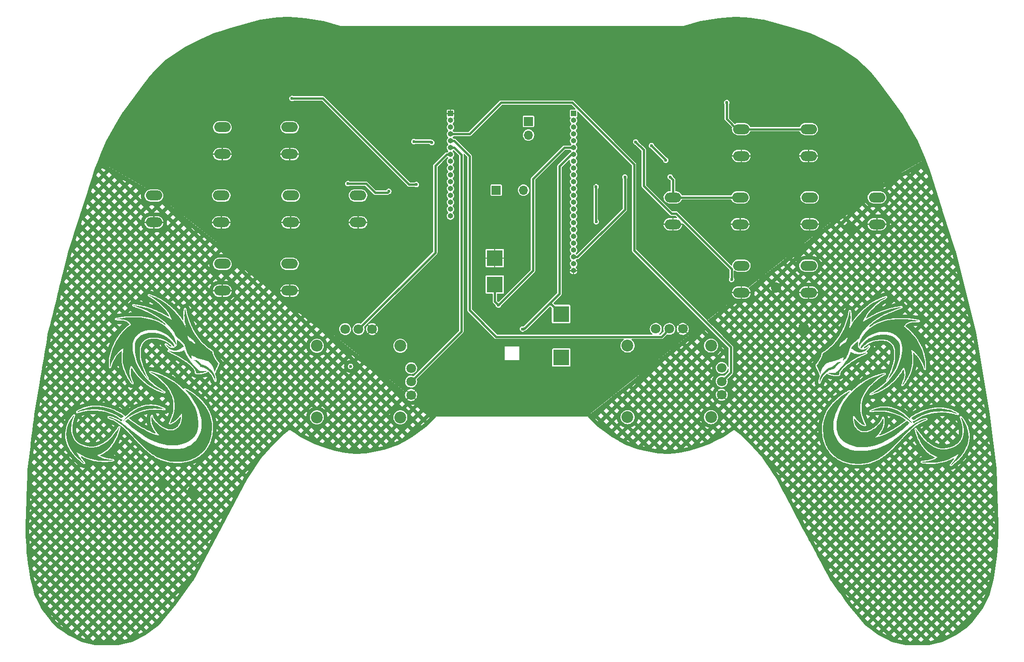
<source format=gbr>
%TF.GenerationSoftware,KiCad,Pcbnew,(5.99.0-12639-gf606679164)*%
%TF.CreationDate,2021-10-07T07:50:59+03:00*%
%TF.ProjectId,mesp240_3Dpad,6d657370-3234-4305-9f33-447061642e6b,rev?*%
%TF.SameCoordinates,Original*%
%TF.FileFunction,Copper,L2,Bot*%
%TF.FilePolarity,Positive*%
%FSLAX46Y46*%
G04 Gerber Fmt 4.6, Leading zero omitted, Abs format (unit mm)*
G04 Created by KiCad (PCBNEW (5.99.0-12639-gf606679164)) date 2021-10-07 07:50:59*
%MOMM*%
%LPD*%
G01*
G04 APERTURE LIST*
%TA.AperFunction,ComponentPad*%
%ADD10R,1.000000X1.000000*%
%TD*%
%TA.AperFunction,ComponentPad*%
%ADD11O,1.000000X1.000000*%
%TD*%
%TA.AperFunction,ComponentPad*%
%ADD12O,3.048000X1.850000*%
%TD*%
%TA.AperFunction,WasherPad*%
%ADD13C,2.200000*%
%TD*%
%TA.AperFunction,ComponentPad*%
%ADD14C,1.800000*%
%TD*%
%TA.AperFunction,ComponentPad*%
%ADD15R,1.700000X1.700000*%
%TD*%
%TA.AperFunction,ComponentPad*%
%ADD16O,1.700000X1.700000*%
%TD*%
%TA.AperFunction,SMDPad,CuDef*%
%ADD17R,3.000000X3.000000*%
%TD*%
%TA.AperFunction,ViaPad*%
%ADD18C,0.600000*%
%TD*%
%TA.AperFunction,Conductor*%
%ADD19C,0.400000*%
%TD*%
G04 APERTURE END LIST*
%TO.C,G\u002A\u002A\u002A*%
G36*
X74135723Y-129675997D02*
G01*
X74438251Y-129686177D01*
X74727340Y-129705804D01*
X74984559Y-129734409D01*
X75191474Y-129771525D01*
X75275521Y-129791940D01*
X75819372Y-129958598D01*
X76333235Y-130176291D01*
X76809050Y-130440628D01*
X77238759Y-130747219D01*
X77614305Y-131091673D01*
X77678938Y-131160523D01*
X77890996Y-131410816D01*
X78064128Y-131663312D01*
X78217426Y-131945022D01*
X78268953Y-132054542D01*
X78291287Y-132122215D01*
X78286415Y-132165049D01*
X78257276Y-132201981D01*
X78245210Y-132213076D01*
X78215946Y-132226541D01*
X78177654Y-132216459D01*
X78120012Y-132176314D01*
X78032704Y-132099589D01*
X77905410Y-131979769D01*
X77814519Y-131894865D01*
X77662537Y-131758465D01*
X77516841Y-131633491D01*
X77399402Y-131539077D01*
X77229320Y-131416378D01*
X76749283Y-131128050D01*
X76235426Y-130896363D01*
X75696945Y-130723908D01*
X75143032Y-130613278D01*
X74582882Y-130567065D01*
X74025689Y-130587860D01*
X73871056Y-130604126D01*
X73660583Y-130631317D01*
X73490636Y-130662790D01*
X73342474Y-130703103D01*
X73197355Y-130756817D01*
X73036537Y-130828490D01*
X72789176Y-130971675D01*
X72524938Y-131198969D01*
X72296966Y-131485778D01*
X72106113Y-131830995D01*
X71953234Y-132233512D01*
X71952905Y-132234572D01*
X71921427Y-132338685D01*
X71897535Y-132429296D01*
X71880179Y-132518427D01*
X71868312Y-132618100D01*
X71860884Y-132740337D01*
X71856848Y-132897160D01*
X71855154Y-133100593D01*
X71854754Y-133362656D01*
X71855452Y-133597477D01*
X71859065Y-133849287D01*
X71866367Y-134052384D01*
X71878042Y-134219139D01*
X71894774Y-134361926D01*
X71917247Y-134493115D01*
X71919506Y-134504524D01*
X72080683Y-135200288D01*
X72283993Y-135883837D01*
X72524426Y-136541447D01*
X72796973Y-137159394D01*
X73096625Y-137723954D01*
X73163996Y-137839523D01*
X73235465Y-137962724D01*
X73287449Y-138053049D01*
X73311835Y-138096453D01*
X73315030Y-138103661D01*
X73302238Y-138103912D01*
X73253013Y-138061464D01*
X73175603Y-137984719D01*
X73078251Y-137882080D01*
X72969205Y-137761946D01*
X72856709Y-137632720D01*
X72635487Y-137354759D01*
X72373698Y-136983652D01*
X72116925Y-136577933D01*
X71874544Y-136154116D01*
X71655929Y-135728713D01*
X71470454Y-135318236D01*
X71327495Y-134939198D01*
X71202285Y-134530008D01*
X71042602Y-133850327D01*
X70948093Y-133182519D01*
X70917626Y-132519901D01*
X70934286Y-132096911D01*
X70986909Y-131712871D01*
X71078861Y-131372671D01*
X71213514Y-131066762D01*
X71394243Y-130785597D01*
X71624420Y-130519628D01*
X71677646Y-130467008D01*
X71994113Y-130211805D01*
X72362202Y-130001067D01*
X72777437Y-129837012D01*
X73235342Y-129721855D01*
X73331833Y-129706815D01*
X73564082Y-129685847D01*
X73838189Y-129675731D01*
X74135723Y-129675997D01*
G37*
G36*
X80100637Y-132851695D02*
G01*
X80125975Y-132894135D01*
X80163220Y-132984575D01*
X80205439Y-133106537D01*
X80263555Y-133272039D01*
X80435100Y-133661727D01*
X80663083Y-134079234D01*
X80944266Y-134519324D01*
X81275410Y-134976767D01*
X81653278Y-135446329D01*
X81758484Y-135568087D01*
X81919122Y-135746259D01*
X82092816Y-135931872D01*
X82270974Y-136116336D01*
X82445006Y-136291062D01*
X82606320Y-136447463D01*
X82746327Y-136576948D01*
X82856435Y-136670928D01*
X82928053Y-136720816D01*
X82960322Y-136735145D01*
X83030412Y-136755741D01*
X83126815Y-136771367D01*
X83260616Y-136783182D01*
X83442900Y-136792349D01*
X83684752Y-136800026D01*
X83775338Y-136802506D01*
X83976979Y-136809013D01*
X84118953Y-136815893D01*
X84209293Y-136824081D01*
X84256032Y-136834510D01*
X84267201Y-136848114D01*
X84250834Y-136865827D01*
X84214228Y-136887526D01*
X84101949Y-136935922D01*
X83947709Y-136989974D01*
X83769332Y-137044402D01*
X83584640Y-137093926D01*
X83411457Y-137133265D01*
X83267605Y-137157138D01*
X83174928Y-137166902D01*
X82966781Y-137182269D01*
X82763688Y-137189450D01*
X82581922Y-137188374D01*
X82437755Y-137178970D01*
X82347460Y-137161166D01*
X82290864Y-137129978D01*
X82262845Y-137075762D01*
X82255292Y-136975700D01*
X82229949Y-136777537D01*
X82151316Y-136559779D01*
X82016640Y-136327398D01*
X81823124Y-136075605D01*
X81567969Y-135799615D01*
X81394673Y-135631639D01*
X81050981Y-135331933D01*
X80658051Y-135028139D01*
X80212648Y-134718150D01*
X79711538Y-134399862D01*
X79151485Y-134071170D01*
X78529254Y-133729966D01*
X77841612Y-133374148D01*
X77748646Y-133327072D01*
X77561513Y-133231032D01*
X77404167Y-133148522D01*
X77284973Y-133084030D01*
X77212298Y-133042044D01*
X77194510Y-133027051D01*
X77194841Y-133027054D01*
X77244539Y-133035895D01*
X77347379Y-133059376D01*
X77488523Y-133093968D01*
X77653134Y-133136142D01*
X77716308Y-133152137D01*
X78104734Y-133228652D01*
X78486434Y-133268198D01*
X78852047Y-133271571D01*
X79192213Y-133239569D01*
X79497567Y-133172987D01*
X79758750Y-133072623D01*
X79966400Y-132939273D01*
X79986438Y-132922788D01*
X80056511Y-132871203D01*
X80097662Y-132850417D01*
X80100637Y-132851695D01*
G37*
G36*
X59637761Y-145016885D02*
G01*
X59631748Y-145060530D01*
X59606494Y-145156290D01*
X59565792Y-145290842D01*
X59513433Y-145450863D01*
X59437200Y-145683560D01*
X59306401Y-146135582D01*
X59212582Y-146552198D01*
X59153199Y-146948516D01*
X59125706Y-147339642D01*
X59127558Y-147740681D01*
X59133463Y-147857886D01*
X59194292Y-148357064D01*
X59311548Y-148813764D01*
X59485566Y-149228453D01*
X59716677Y-149601599D01*
X60005214Y-149933672D01*
X60351508Y-150225139D01*
X60755893Y-150476470D01*
X61218700Y-150688131D01*
X61552675Y-150806875D01*
X62090228Y-150946846D01*
X62615267Y-151017761D01*
X63130314Y-151019389D01*
X63637889Y-150951500D01*
X64140513Y-150813860D01*
X64640705Y-150606241D01*
X65140988Y-150328410D01*
X65245175Y-150261829D01*
X65767531Y-149880963D01*
X66274075Y-149431626D01*
X66764405Y-148914235D01*
X67238119Y-148329209D01*
X67694815Y-147676965D01*
X67795298Y-147525606D01*
X67893657Y-147382770D01*
X67972873Y-147273551D01*
X68026653Y-147206596D01*
X68048709Y-147190550D01*
X68049540Y-147196771D01*
X68040512Y-147260731D01*
X68013874Y-147376745D01*
X67973115Y-147532607D01*
X67921720Y-147716116D01*
X67863177Y-147915067D01*
X67800974Y-148117257D01*
X67738596Y-148310485D01*
X67679531Y-148482545D01*
X67614761Y-148655381D01*
X67407721Y-149132330D01*
X67160946Y-149613170D01*
X66885172Y-150079283D01*
X66591137Y-150512052D01*
X66289576Y-150892859D01*
X66073288Y-151127138D01*
X65633034Y-151524748D01*
X65145808Y-151871537D01*
X64615463Y-152164911D01*
X64045855Y-152402278D01*
X64023678Y-152411009D01*
X64003326Y-152432076D01*
X64026405Y-152467859D01*
X64098846Y-152532992D01*
X64196150Y-152605239D01*
X64378942Y-152713399D01*
X64601513Y-152823551D01*
X64846855Y-152928053D01*
X65097958Y-153019266D01*
X65337814Y-153089547D01*
X65362655Y-153095702D01*
X65585652Y-153146126D01*
X65830486Y-153194425D01*
X66079071Y-153237638D01*
X66313320Y-153272804D01*
X66515148Y-153296959D01*
X66666467Y-153307142D01*
X66680949Y-153307550D01*
X66789173Y-153317916D01*
X66870715Y-153336746D01*
X66905341Y-153351549D01*
X66911503Y-153367588D01*
X66853052Y-153385250D01*
X66738294Y-153408517D01*
X66515041Y-153438633D01*
X66243669Y-153462477D01*
X65937591Y-153479809D01*
X65610219Y-153490392D01*
X65274966Y-153493988D01*
X64945245Y-153490358D01*
X64634466Y-153479264D01*
X64356044Y-153460468D01*
X64123391Y-153433732D01*
X63908107Y-153399423D01*
X63138564Y-153240716D01*
X62416845Y-153032303D01*
X61740023Y-152773104D01*
X61105174Y-152462038D01*
X60509372Y-152098023D01*
X60503647Y-152094149D01*
X60365067Y-152001627D01*
X60248371Y-151926003D01*
X60165676Y-151874978D01*
X60129100Y-151856258D01*
X60124286Y-151871840D01*
X60147171Y-151936227D01*
X60198068Y-152040248D01*
X60270801Y-152172766D01*
X60359194Y-152322647D01*
X60457068Y-152478753D01*
X60558248Y-152629949D01*
X60575211Y-152654210D01*
X60692220Y-152816511D01*
X60834586Y-153007731D01*
X60985864Y-153206007D01*
X61129607Y-153389476D01*
X61193417Y-153469733D01*
X61306410Y-153612789D01*
X61400266Y-153732835D01*
X61466638Y-153819160D01*
X61497179Y-153861057D01*
X61512878Y-153897894D01*
X61488806Y-153899521D01*
X61418193Y-153856993D01*
X61299157Y-153769151D01*
X61129818Y-153634837D01*
X60575188Y-153160639D01*
X60065526Y-152667776D01*
X59620057Y-152170766D01*
X59235523Y-151665963D01*
X58908666Y-151149722D01*
X58725957Y-150804261D01*
X58490502Y-150244571D01*
X58324753Y-149677930D01*
X58228624Y-149106631D01*
X58202032Y-148532966D01*
X58244891Y-147959227D01*
X58357117Y-147387708D01*
X58538625Y-146820700D01*
X58789332Y-146260496D01*
X59109153Y-145709388D01*
X59125533Y-145684251D01*
X59243325Y-145508569D01*
X59357392Y-145346422D01*
X59460772Y-145206947D01*
X59546509Y-145099284D01*
X59607641Y-145032572D01*
X59637210Y-145015949D01*
X59637761Y-145016885D01*
G37*
G36*
X78813094Y-130956690D02*
G01*
X78883269Y-131008420D01*
X78985558Y-131089290D01*
X79108208Y-131189656D01*
X79239466Y-131299873D01*
X79367579Y-131410297D01*
X79480795Y-131511283D01*
X79485370Y-131515472D01*
X79610161Y-131635982D01*
X79734893Y-131766723D01*
X79849423Y-131895822D01*
X79943609Y-132011407D01*
X80007306Y-132101606D01*
X80030372Y-132154546D01*
X80028720Y-132163673D01*
X79985566Y-132222461D01*
X79892078Y-132303615D01*
X79759173Y-132400260D01*
X79597770Y-132505524D01*
X79418786Y-132612533D01*
X79233140Y-132714413D01*
X79051750Y-132804290D01*
X78885535Y-132875290D01*
X78860027Y-132884896D01*
X78746559Y-132921514D01*
X78638042Y-132941450D01*
X78509402Y-132947825D01*
X78335563Y-132943762D01*
X78262972Y-132939657D01*
X77940542Y-132888129D01*
X77643703Y-132780099D01*
X77362211Y-132610911D01*
X77085824Y-132375912D01*
X77023000Y-132310189D01*
X76928147Y-132198401D01*
X76834558Y-132076782D01*
X76753615Y-131961023D01*
X76696702Y-131866816D01*
X76675202Y-131809852D01*
X76677662Y-131806850D01*
X76714025Y-131827100D01*
X76784807Y-131885189D01*
X76878331Y-131971809D01*
X76939363Y-132030132D01*
X77090556Y-132164208D01*
X77223166Y-132260767D01*
X77356421Y-132332625D01*
X77509547Y-132392601D01*
X77685807Y-132441198D01*
X77944554Y-132466436D01*
X78180740Y-132433250D01*
X78387315Y-132343961D01*
X78557228Y-132200888D01*
X78683429Y-132006351D01*
X78699446Y-131971250D01*
X78733767Y-131885248D01*
X78755754Y-131800692D01*
X78767979Y-131699563D01*
X78773010Y-131563845D01*
X78773418Y-131375521D01*
X78773369Y-131363826D01*
X78774027Y-131199880D01*
X78776990Y-131066047D01*
X78781805Y-130975839D01*
X78788014Y-130942767D01*
X78813094Y-130956690D01*
G37*
G36*
X71247620Y-126800696D02*
G01*
X71587138Y-126809070D01*
X71895165Y-126821633D01*
X72158847Y-126838382D01*
X72365327Y-126859312D01*
X72481841Y-126875322D01*
X73249181Y-127010308D01*
X73973491Y-127190309D01*
X74652321Y-127414184D01*
X75283220Y-127680788D01*
X75863737Y-127988978D01*
X76391422Y-128337610D01*
X76863826Y-128725543D01*
X77278497Y-129151631D01*
X77479329Y-129396146D01*
X77707072Y-129704171D01*
X77920013Y-130024381D01*
X78113354Y-130347679D01*
X78282299Y-130664969D01*
X78422051Y-130967155D01*
X78527813Y-131245139D01*
X78594787Y-131489827D01*
X78618178Y-131692120D01*
X78618178Y-131909536D01*
X78427702Y-131632384D01*
X78068479Y-131161231D01*
X77652245Y-130713838D01*
X77197261Y-130311670D01*
X76710562Y-129959795D01*
X76199180Y-129663279D01*
X75670148Y-129427192D01*
X75130498Y-129256600D01*
X75060934Y-129239421D01*
X74926582Y-129209158D01*
X74803512Y-129187743D01*
X74675337Y-129173644D01*
X74525674Y-129165330D01*
X74338138Y-129161268D01*
X74096342Y-129159929D01*
X73797595Y-129162339D01*
X73523965Y-129173103D01*
X73287648Y-129194452D01*
X73071415Y-129228544D01*
X72858035Y-129277538D01*
X72630278Y-129343593D01*
X72499971Y-129387076D01*
X72071147Y-129573524D01*
X71688670Y-129811372D01*
X71354743Y-130099077D01*
X71071570Y-130435096D01*
X70979899Y-130573364D01*
X70791687Y-130944362D01*
X70654747Y-131358811D01*
X70569223Y-131812900D01*
X70535257Y-132302817D01*
X70552992Y-132824749D01*
X70622570Y-133374885D01*
X70744133Y-133949411D01*
X70917826Y-134544517D01*
X71149727Y-135176533D01*
X71477597Y-135899828D01*
X71862428Y-136589348D01*
X72307287Y-137250009D01*
X72815241Y-137886722D01*
X73389357Y-138504404D01*
X73445246Y-138560077D01*
X74016379Y-139088984D01*
X74620827Y-139576319D01*
X75270538Y-140031122D01*
X75977460Y-140462432D01*
X76016066Y-140484581D01*
X76165691Y-140572204D01*
X76289584Y-140647525D01*
X76375777Y-140703132D01*
X76412299Y-140731617D01*
X76421860Y-140749535D01*
X76416956Y-140758391D01*
X76386464Y-140754245D01*
X76320104Y-140734523D01*
X76207599Y-140696653D01*
X76038670Y-140638059D01*
X75500385Y-140434598D01*
X74726529Y-140081451D01*
X73992719Y-139671569D01*
X73301065Y-139206689D01*
X72653678Y-138688549D01*
X72052671Y-138118887D01*
X71500152Y-137499441D01*
X70998234Y-136831949D01*
X70549028Y-136118150D01*
X70453138Y-135951844D01*
X70373057Y-135819402D01*
X70315357Y-135738810D01*
X70273407Y-135705020D01*
X70240575Y-135712983D01*
X70210227Y-135757649D01*
X70175733Y-135833971D01*
X70156965Y-135878765D01*
X70018935Y-136307955D01*
X69949274Y-136753263D01*
X69947906Y-137213447D01*
X70014751Y-137687267D01*
X70149733Y-138173483D01*
X70352774Y-138670854D01*
X70418228Y-138813071D01*
X70471892Y-138936735D01*
X70505609Y-139023000D01*
X70513943Y-139058778D01*
X70509258Y-139059850D01*
X70469659Y-139028386D01*
X70399054Y-138947057D01*
X70303112Y-138823363D01*
X70187503Y-138664803D01*
X70057897Y-138478878D01*
X69919964Y-138273087D01*
X69690626Y-137903397D01*
X69345719Y-137246401D01*
X69064857Y-136566643D01*
X68851037Y-135870862D01*
X68816256Y-135731783D01*
X68753364Y-135453802D01*
X68708236Y-135201127D01*
X68678924Y-134954658D01*
X68663479Y-134695293D01*
X68659951Y-134403933D01*
X68666392Y-134061476D01*
X68685171Y-133656348D01*
X68722897Y-133250690D01*
X68778907Y-132899252D01*
X68854192Y-132594297D01*
X68859456Y-132569830D01*
X68843745Y-132536641D01*
X68783446Y-132548504D01*
X68676042Y-132606295D01*
X68519016Y-132710890D01*
X68506556Y-132719676D01*
X68092309Y-133054915D01*
X67706692Y-133452956D01*
X67351436Y-133911321D01*
X67028272Y-134427532D01*
X66738930Y-134999109D01*
X66485141Y-135623574D01*
X66445350Y-135732675D01*
X66392604Y-135874879D01*
X66350467Y-135985670D01*
X66325547Y-136047496D01*
X66315094Y-136050316D01*
X66304943Y-135998397D01*
X66297659Y-135896001D01*
X66293235Y-135754186D01*
X66291663Y-135584013D01*
X66292937Y-135396541D01*
X66297051Y-135202830D01*
X66303998Y-135013938D01*
X66313770Y-134840925D01*
X66326363Y-134694852D01*
X66330195Y-134660273D01*
X66446171Y-133936051D01*
X66630307Y-133215157D01*
X66883388Y-132494991D01*
X67206197Y-131772948D01*
X67432628Y-131336834D01*
X67778342Y-130750512D01*
X68152776Y-130208179D01*
X68566793Y-129694479D01*
X69031260Y-129194061D01*
X69210932Y-129015576D01*
X69454643Y-128782429D01*
X69693685Y-128563048D01*
X69913884Y-128370371D01*
X70101067Y-128217338D01*
X70221368Y-128123898D01*
X70125684Y-127960626D01*
X70098577Y-127917388D01*
X69932753Y-127725161D01*
X69705842Y-127549448D01*
X69425053Y-127395112D01*
X69097594Y-127267017D01*
X69034423Y-127247462D01*
X68942748Y-127224145D01*
X68842783Y-127206676D01*
X68722056Y-127193840D01*
X68568093Y-127184424D01*
X68368422Y-127177216D01*
X68110570Y-127171001D01*
X68034714Y-127169251D01*
X67825779Y-127162665D01*
X67650946Y-127154515D01*
X67519350Y-127145390D01*
X67440130Y-127135880D01*
X67422421Y-127126574D01*
X67428004Y-127124089D01*
X67494456Y-127106879D01*
X67619628Y-127082064D01*
X67794166Y-127051158D01*
X68008715Y-127015674D01*
X68253920Y-126977128D01*
X68520427Y-126937034D01*
X68798882Y-126896906D01*
X69079931Y-126858258D01*
X69269108Y-126838667D01*
X69527608Y-126821817D01*
X69831749Y-126809180D01*
X70168676Y-126800754D01*
X70525534Y-126796535D01*
X70889467Y-126796517D01*
X71247620Y-126800696D01*
G37*
G36*
X80350627Y-140197870D02*
G01*
X80472653Y-140255363D01*
X80632022Y-140341633D01*
X80820992Y-140451985D01*
X81031822Y-140581721D01*
X81256770Y-140726147D01*
X81488094Y-140880566D01*
X81718051Y-141040284D01*
X81938901Y-141200604D01*
X82057523Y-141291879D01*
X82294293Y-141487446D01*
X82550399Y-141713059D01*
X82813217Y-141956618D01*
X83070122Y-142206027D01*
X83308492Y-142449187D01*
X83515701Y-142673998D01*
X83679126Y-142868363D01*
X83748558Y-142958128D01*
X84170184Y-143565436D01*
X84526556Y-144195819D01*
X84816701Y-144847131D01*
X85039643Y-145517227D01*
X85194409Y-146203964D01*
X85202602Y-146256719D01*
X85224070Y-146476548D01*
X85236042Y-146748181D01*
X85239024Y-147057618D01*
X85233520Y-147390860D01*
X85220035Y-147733905D01*
X85199073Y-148072755D01*
X85171139Y-148393409D01*
X85136737Y-148681867D01*
X85096372Y-148924130D01*
X85083230Y-148985697D01*
X85016258Y-149244807D01*
X84926515Y-149535702D01*
X84822262Y-149834347D01*
X84711761Y-150116706D01*
X84603273Y-150358744D01*
X84415230Y-150711668D01*
X84072580Y-151235762D01*
X83677771Y-151714112D01*
X83233054Y-152145224D01*
X82740677Y-152527600D01*
X82202891Y-152859747D01*
X81621946Y-153140168D01*
X81000092Y-153367368D01*
X80339579Y-153539850D01*
X79642657Y-153656121D01*
X79544931Y-153665277D01*
X79341542Y-153675002D01*
X79093869Y-153679057D01*
X78817952Y-153677832D01*
X78529828Y-153671714D01*
X78245536Y-153661092D01*
X77981114Y-153646354D01*
X77752602Y-153627889D01*
X77576036Y-153606084D01*
X77059561Y-153508412D01*
X76339539Y-153318148D01*
X75656209Y-153069853D01*
X75005192Y-152761866D01*
X74382111Y-152392521D01*
X74194679Y-152264749D01*
X73787947Y-151958442D01*
X73349256Y-151591582D01*
X72879772Y-151165211D01*
X72380660Y-150680366D01*
X71853088Y-150138088D01*
X71812308Y-150095105D01*
X71621340Y-149893773D01*
X71397215Y-149657432D01*
X71152302Y-149399127D01*
X70898970Y-149131905D01*
X70649588Y-148868811D01*
X70416526Y-148622893D01*
X70323023Y-148524608D01*
X70097418Y-148290253D01*
X69869247Y-148056718D01*
X69648646Y-147834186D01*
X69445755Y-147632837D01*
X69270711Y-147462855D01*
X69133652Y-147334423D01*
X69056161Y-147264475D01*
X68516776Y-146806810D01*
X67988378Y-146411575D01*
X67463566Y-146073955D01*
X66934938Y-145789133D01*
X66395090Y-145552290D01*
X66209667Y-145477391D01*
X66088913Y-145422382D01*
X66032232Y-145385921D01*
X66038079Y-145366299D01*
X66104911Y-145361806D01*
X66231183Y-145370731D01*
X66295024Y-145378072D01*
X66617641Y-145444629D01*
X66973628Y-145561514D01*
X67353898Y-145724916D01*
X67749362Y-145931022D01*
X68150932Y-146176019D01*
X68303992Y-146278628D01*
X68473150Y-146396879D01*
X68661448Y-146533307D01*
X68873926Y-146691755D01*
X69115622Y-146876065D01*
X69391573Y-147090080D01*
X69706818Y-147337643D01*
X70066394Y-147622594D01*
X70475341Y-147948778D01*
X70699684Y-148127854D01*
X71102746Y-148447511D01*
X71460538Y-148727836D01*
X71778867Y-148972933D01*
X72063542Y-149186904D01*
X72320370Y-149373854D01*
X72555158Y-149537887D01*
X72773714Y-149683105D01*
X72981845Y-149813612D01*
X73185359Y-149933513D01*
X73390064Y-150046910D01*
X73601766Y-150157907D01*
X73922657Y-150315675D01*
X74688123Y-150639846D01*
X75471754Y-150898467D01*
X76283601Y-151095051D01*
X76317002Y-151101751D01*
X76581061Y-151153086D01*
X76809524Y-151193145D01*
X77017565Y-151223273D01*
X77220359Y-151244810D01*
X77433082Y-151259100D01*
X77670909Y-151267485D01*
X77949014Y-151271309D01*
X78282573Y-151271913D01*
X78527874Y-151271210D01*
X78773827Y-151269150D01*
X78970019Y-151265106D01*
X79127958Y-151258368D01*
X79259150Y-151248229D01*
X79375104Y-151233978D01*
X79487328Y-151214908D01*
X79607330Y-151190309D01*
X79815049Y-151142332D01*
X80340089Y-150988400D01*
X80813803Y-150796625D01*
X81244808Y-150562565D01*
X81641719Y-150281778D01*
X82013152Y-149949821D01*
X82361729Y-149562986D01*
X82667822Y-149128000D01*
X82919758Y-148653459D01*
X83122055Y-148131956D01*
X83147044Y-148054286D01*
X83205381Y-147856746D01*
X83249337Y-147672893D01*
X83280481Y-147488700D01*
X83300384Y-147290139D01*
X83310617Y-147063182D01*
X83312750Y-146793802D01*
X83308354Y-146467970D01*
X83304119Y-146265627D01*
X83298283Y-146052700D01*
X83290612Y-145884851D01*
X83279482Y-145747597D01*
X83263269Y-145626451D01*
X83240350Y-145506929D01*
X83209101Y-145374544D01*
X83167899Y-145214812D01*
X83100635Y-144968432D01*
X83006876Y-144661459D01*
X82903537Y-144368141D01*
X82783571Y-144070136D01*
X82639931Y-143749101D01*
X82465571Y-143386696D01*
X82305197Y-143076833D01*
X81997767Y-142542823D01*
X81647190Y-141995942D01*
X81263937Y-141451483D01*
X80858480Y-140924737D01*
X80441292Y-140430994D01*
X80397415Y-140380683D01*
X80317077Y-140282509D01*
X80265492Y-140210524D01*
X80252252Y-140177586D01*
X80273686Y-140173849D01*
X80350627Y-140197870D01*
G37*
G36*
X82143753Y-134730343D02*
G01*
X82414210Y-134779725D01*
X82670852Y-134891273D01*
X82919439Y-135067788D01*
X83165728Y-135312071D01*
X83249798Y-135405156D01*
X83343377Y-135496919D01*
X83433166Y-135561718D01*
X83542730Y-135615693D01*
X83695631Y-135674981D01*
X84152887Y-135875324D01*
X84566138Y-136121938D01*
X84928944Y-136410009D01*
X85238445Y-136736042D01*
X85491776Y-137096541D01*
X85686076Y-137488011D01*
X85818482Y-137906956D01*
X85886132Y-138349880D01*
X85887613Y-138370214D01*
X85893803Y-138491126D01*
X85893707Y-138576407D01*
X85887251Y-138608692D01*
X85867091Y-138578866D01*
X85831340Y-138499481D01*
X85787922Y-138387900D01*
X85738747Y-138261272D01*
X85594482Y-137942278D01*
X85425900Y-137625681D01*
X85250393Y-137345220D01*
X85179778Y-137249355D01*
X85013456Y-137053155D01*
X84818689Y-136851342D01*
X84612358Y-136660035D01*
X84411347Y-136495352D01*
X84232536Y-136373412D01*
X84171313Y-136340044D01*
X84026490Y-136272071D01*
X83856735Y-136202026D01*
X83679816Y-136136345D01*
X83513505Y-136081462D01*
X83375572Y-136043813D01*
X83283788Y-136029833D01*
X83257865Y-136029136D01*
X83164773Y-136006494D01*
X83090706Y-135941927D01*
X83018424Y-135821925D01*
X82905578Y-135625244D01*
X82670871Y-135326399D01*
X82383738Y-135074744D01*
X82044882Y-134870966D01*
X81779931Y-134740403D01*
X81968114Y-134729631D01*
X82143753Y-134730343D01*
G37*
G36*
X74298462Y-143215760D02*
G01*
X74502601Y-143233371D01*
X74721377Y-143268316D01*
X75071264Y-143344887D01*
X75421311Y-143443009D01*
X75736146Y-143553501D01*
X75772179Y-143567972D01*
X75935613Y-143636453D01*
X76095293Y-143707347D01*
X76238921Y-143774746D01*
X76354202Y-143832740D01*
X76428840Y-143875417D01*
X76450539Y-143896869D01*
X76439708Y-143898639D01*
X76373686Y-143893166D01*
X76262584Y-143877055D01*
X76122801Y-143852525D01*
X76071457Y-143843874D01*
X75885268Y-143821812D01*
X75648240Y-143803238D01*
X75374927Y-143788486D01*
X75079886Y-143777891D01*
X74777672Y-143771787D01*
X74482842Y-143770507D01*
X74209952Y-143774385D01*
X73973557Y-143783756D01*
X73788215Y-143798954D01*
X73128603Y-143904814D01*
X72402088Y-144085186D01*
X71681449Y-144329387D01*
X70974268Y-144634118D01*
X70288126Y-144996081D01*
X69630602Y-145411977D01*
X69009277Y-145878507D01*
X68904924Y-145962346D01*
X68800130Y-146043124D01*
X68726421Y-146095884D01*
X68695382Y-146112006D01*
X68695031Y-146095818D01*
X68731365Y-146034182D01*
X68808044Y-145935768D01*
X68918101Y-145807892D01*
X69054568Y-145657871D01*
X69210479Y-145493020D01*
X69378865Y-145320656D01*
X69552758Y-145148095D01*
X69725191Y-144982655D01*
X69889196Y-144831650D01*
X70037806Y-144702398D01*
X70500239Y-144345499D01*
X71059023Y-143986511D01*
X71636694Y-143689008D01*
X72227222Y-143456044D01*
X72824576Y-143290674D01*
X72990016Y-143262666D01*
X73224584Y-143237526D01*
X73492359Y-143219594D01*
X73773695Y-143209542D01*
X74048944Y-143208040D01*
X74298462Y-143215760D01*
G37*
G36*
X64109002Y-143420785D02*
G01*
X64359219Y-143432494D01*
X64559021Y-143450283D01*
X64950888Y-143509755D01*
X65604082Y-143653121D01*
X66269129Y-143850983D01*
X66931968Y-144098953D01*
X67578540Y-144392642D01*
X67701681Y-144455197D01*
X67896246Y-144558384D01*
X68096170Y-144668738D01*
X68291773Y-144780501D01*
X68473377Y-144887913D01*
X68631303Y-144985214D01*
X68755870Y-145066646D01*
X68837401Y-145126448D01*
X68866217Y-145158862D01*
X68864757Y-145163953D01*
X68827235Y-145209314D01*
X68749461Y-145280374D01*
X68645424Y-145364127D01*
X68619181Y-145384110D01*
X68520202Y-145459034D01*
X68449598Y-145511766D01*
X68421231Y-145531930D01*
X68393324Y-145515860D01*
X68317172Y-145469123D01*
X68204742Y-145399068D01*
X68067963Y-145313086D01*
X67551233Y-145008797D01*
X66842372Y-144659643D01*
X66115259Y-144378485D01*
X65368045Y-144164726D01*
X64598881Y-144017770D01*
X63805918Y-143937018D01*
X63623691Y-143927494D01*
X63020785Y-143917560D01*
X62452124Y-143945601D01*
X61896589Y-144013989D01*
X61333062Y-144125094D01*
X60740427Y-144281290D01*
X60629533Y-144313710D01*
X60445130Y-144367364D01*
X60317044Y-144403502D01*
X60237471Y-144423554D01*
X60198606Y-144428952D01*
X60192646Y-144421126D01*
X60211785Y-144401507D01*
X60248220Y-144371526D01*
X60285766Y-144343967D01*
X60401238Y-144272380D01*
X60558240Y-144184953D01*
X60741212Y-144089674D01*
X60934596Y-143994530D01*
X61122832Y-143907506D01*
X61290362Y-143836589D01*
X61440491Y-143781656D01*
X61701527Y-143699311D01*
X61992667Y-143619141D01*
X62290181Y-143547157D01*
X62570340Y-143489370D01*
X62809416Y-143451792D01*
X63003462Y-143434416D01*
X63255598Y-143421973D01*
X63537217Y-143415542D01*
X63828343Y-143415140D01*
X64109002Y-143420785D01*
G37*
G36*
X84323463Y-132484359D02*
G01*
X84365696Y-132517366D01*
X84471929Y-132596147D01*
X84612767Y-132697753D01*
X84773500Y-132811837D01*
X84939416Y-132928054D01*
X85095805Y-133036058D01*
X85227955Y-133125501D01*
X85321157Y-133186039D01*
X85323491Y-133191659D01*
X85336533Y-133248024D01*
X85356831Y-133351531D01*
X85381098Y-133485752D01*
X85405632Y-133601294D01*
X85501599Y-133892990D01*
X85652378Y-134214661D01*
X85859419Y-134569187D01*
X86124176Y-134959449D01*
X86459428Y-135425782D01*
X86182856Y-135989242D01*
X86116110Y-136127919D01*
X86023299Y-136329590D01*
X85941699Y-136516940D01*
X85878295Y-136673774D01*
X85840072Y-136783897D01*
X85838552Y-136789193D01*
X85804294Y-136901589D01*
X85777088Y-136978640D01*
X85762703Y-137003935D01*
X85756804Y-136989810D01*
X85735095Y-136920330D01*
X85702619Y-136806980D01*
X85663884Y-136665216D01*
X85616539Y-136503455D01*
X85490614Y-136163677D01*
X85337844Y-135846114D01*
X85165214Y-135562875D01*
X84979710Y-135326066D01*
X84788318Y-135147794D01*
X84769282Y-135133559D01*
X84637966Y-135043806D01*
X84498726Y-134965906D01*
X84339261Y-134894879D01*
X84147267Y-134825740D01*
X83910442Y-134753507D01*
X83616483Y-134673197D01*
X83569752Y-134660853D01*
X83224198Y-134566301D01*
X82929085Y-134478170D01*
X82667509Y-134390465D01*
X82422566Y-134297196D01*
X82177355Y-134192369D01*
X81914970Y-134069992D01*
X81899157Y-134062394D01*
X81697537Y-133968740D01*
X81554317Y-133909385D01*
X81466891Y-133883355D01*
X81432656Y-133889677D01*
X81428280Y-133912568D01*
X81432294Y-134001472D01*
X81451877Y-134120360D01*
X81482188Y-134243502D01*
X81518383Y-134345170D01*
X81542922Y-134417797D01*
X81541407Y-134460800D01*
X81531234Y-134467345D01*
X81482179Y-134458515D01*
X81402565Y-134403843D01*
X81288134Y-134300007D01*
X81134626Y-134143689D01*
X81081897Y-134086536D01*
X80942240Y-133914518D01*
X80818773Y-133725378D01*
X80706402Y-133508531D01*
X80600033Y-133253393D01*
X80494574Y-132949381D01*
X80384929Y-132585910D01*
X80329119Y-132394032D01*
X80269838Y-132197168D01*
X80216788Y-132027956D01*
X80174203Y-131899871D01*
X80146314Y-131826383D01*
X80125449Y-131789681D01*
X80047681Y-131686713D01*
X79930206Y-131552821D01*
X79782748Y-131397573D01*
X79615034Y-131230535D01*
X79436788Y-131061275D01*
X79257737Y-130899361D01*
X79087606Y-130754361D01*
X78936120Y-130635842D01*
X78600515Y-130389215D01*
X78431312Y-130048317D01*
X80593066Y-130048317D01*
X80661743Y-130221759D01*
X80685605Y-130281385D01*
X80740901Y-130417570D01*
X80807950Y-130581100D01*
X80877139Y-130748470D01*
X81023858Y-131101738D01*
X81220455Y-131187366D01*
X81328676Y-131239086D01*
X81485085Y-131323427D01*
X81629092Y-131410042D01*
X81742801Y-131489463D01*
X81897054Y-131609821D01*
X82031325Y-131726966D01*
X82050944Y-131745293D01*
X82137601Y-131820104D01*
X82198511Y-131862570D01*
X82221516Y-131863934D01*
X82221483Y-131861858D01*
X82203694Y-131785405D01*
X82159439Y-131668232D01*
X82097787Y-131529632D01*
X82027809Y-131388897D01*
X81958572Y-131265319D01*
X81899147Y-131178189D01*
X81870866Y-131146890D01*
X81772223Y-131054614D01*
X81643664Y-130948480D01*
X81505618Y-130845745D01*
X81406142Y-130772384D01*
X81239329Y-130639282D01*
X81065006Y-130490931D01*
X80907892Y-130347914D01*
X80593066Y-130048317D01*
X78431312Y-130048317D01*
X78400357Y-129985950D01*
X78194650Y-129600878D01*
X77952722Y-129214936D01*
X77678601Y-128843571D01*
X77585746Y-128734840D01*
X80455174Y-128734840D01*
X80472837Y-128752503D01*
X80490501Y-128734840D01*
X80472837Y-128717176D01*
X80455174Y-128734840D01*
X77585746Y-128734840D01*
X77361528Y-128472286D01*
X76990744Y-128086587D01*
X76538399Y-127665423D01*
X75969292Y-127201404D01*
X75348021Y-126760428D01*
X74671711Y-126340837D01*
X73937482Y-125940973D01*
X73142458Y-125559180D01*
X72283761Y-125193800D01*
X71358512Y-124843176D01*
X71251409Y-124804558D01*
X71004236Y-124712895D01*
X70822937Y-124641289D01*
X70707927Y-124589919D01*
X70659619Y-124558966D01*
X70678427Y-124548609D01*
X70733506Y-124552057D01*
X70857454Y-124566326D01*
X71025619Y-124589560D01*
X71223549Y-124619483D01*
X71436791Y-124653819D01*
X71650894Y-124690291D01*
X71851405Y-124726623D01*
X72023872Y-124760539D01*
X72650930Y-124909351D01*
X73426534Y-125139954D01*
X74217384Y-125423002D01*
X75012372Y-125753819D01*
X75800390Y-126127730D01*
X76570330Y-126540059D01*
X77311085Y-126986130D01*
X77311604Y-126986461D01*
X77462017Y-127081780D01*
X77597596Y-127166361D01*
X77703489Y-127231025D01*
X77764845Y-127266592D01*
X77810769Y-127288882D01*
X77835611Y-127284334D01*
X77824550Y-127227649D01*
X77800126Y-127158944D01*
X77743460Y-127027540D01*
X77664896Y-126860282D01*
X77571692Y-126671512D01*
X77471103Y-126475577D01*
X77370386Y-126286821D01*
X77276796Y-126119587D01*
X77197591Y-125988222D01*
X76847640Y-125488996D01*
X76381178Y-124932119D01*
X75849410Y-124397888D01*
X75253568Y-123887431D01*
X74594885Y-123401878D01*
X73874591Y-122942357D01*
X73836092Y-122919389D01*
X73661813Y-122812144D01*
X73549522Y-122736273D01*
X73498404Y-122691184D01*
X73507643Y-122676286D01*
X73556651Y-122684416D01*
X73668916Y-122716706D01*
X73826036Y-122769653D01*
X74016776Y-122839033D01*
X74229898Y-122920621D01*
X74454166Y-123010194D01*
X74678345Y-123103527D01*
X74891196Y-123196397D01*
X75145757Y-123316791D01*
X75660648Y-123594690D01*
X76188338Y-123921876D01*
X76715741Y-124289485D01*
X77229771Y-124688655D01*
X77717344Y-125110523D01*
X78042290Y-125422553D01*
X78514909Y-125926489D01*
X78978275Y-126477956D01*
X79421875Y-127063558D01*
X79835194Y-127669899D01*
X80207718Y-128283582D01*
X80223653Y-128311516D01*
X80306794Y-128454550D01*
X80375942Y-128569103D01*
X80424276Y-128644108D01*
X80444975Y-128668498D01*
X80445425Y-128667381D01*
X80439982Y-128623040D01*
X80420474Y-128525198D01*
X80389726Y-128387201D01*
X80350560Y-128222392D01*
X80315699Y-128071767D01*
X80266565Y-127836623D01*
X80222773Y-127602705D01*
X80190854Y-127403508D01*
X80180467Y-127322104D01*
X80157247Y-127065767D01*
X80142919Y-126781799D01*
X80137228Y-126484187D01*
X80139920Y-126186923D01*
X80150740Y-125903995D01*
X80169435Y-125649394D01*
X80195751Y-125437108D01*
X80229432Y-125281128D01*
X80231015Y-125276049D01*
X80257367Y-125232266D01*
X80285597Y-125258964D01*
X80315638Y-125356005D01*
X80347423Y-125523251D01*
X80411884Y-125860442D01*
X80520630Y-126305764D01*
X80659238Y-126783987D01*
X80822744Y-127280945D01*
X81006183Y-127782472D01*
X81204590Y-128274402D01*
X81409560Y-128734840D01*
X81413001Y-128742569D01*
X81626450Y-129172808D01*
X82048752Y-129904501D01*
X82539945Y-130619607D01*
X83084349Y-131289861D01*
X83633289Y-131863934D01*
X83679633Y-131912400D01*
X84323463Y-132484359D01*
G37*
G36*
X73841411Y-136958451D02*
G01*
X73949202Y-136980164D01*
X74101902Y-137017559D01*
X74287747Y-137067466D01*
X74494974Y-137126715D01*
X74711820Y-137192135D01*
X74926523Y-137260557D01*
X75174386Y-137345109D01*
X75970480Y-137659411D01*
X76749988Y-138031491D01*
X77504761Y-138456139D01*
X78226646Y-138928145D01*
X78907495Y-139442299D01*
X79539156Y-139993392D01*
X80113479Y-140576212D01*
X80478562Y-140997044D01*
X80962590Y-141624708D01*
X81393522Y-142271486D01*
X81769090Y-142932453D01*
X82087029Y-143602682D01*
X82345071Y-144277248D01*
X82540949Y-144951226D01*
X82672399Y-145619691D01*
X82737152Y-146277717D01*
X82743733Y-146479532D01*
X82728354Y-147022312D01*
X82661085Y-147519555D01*
X82540223Y-147974811D01*
X82364065Y-148391627D01*
X82130908Y-148773549D01*
X81839049Y-149124125D01*
X81486785Y-149446904D01*
X81072413Y-149745431D01*
X80661881Y-149984230D01*
X80103331Y-150236719D01*
X79504989Y-150431506D01*
X78867993Y-150568167D01*
X78783147Y-150579460D01*
X78579441Y-150595191D01*
X78329658Y-150604239D01*
X78049556Y-150606866D01*
X77754895Y-150603335D01*
X77461435Y-150593906D01*
X77184936Y-150578844D01*
X76941156Y-150558409D01*
X76745855Y-150532864D01*
X76689811Y-150523110D01*
X76342052Y-150452538D01*
X75965270Y-150361600D01*
X75589422Y-150257950D01*
X75244465Y-150149242D01*
X75155029Y-150118344D01*
X74420613Y-149829695D01*
X73677446Y-149477031D01*
X72932562Y-149064493D01*
X72192996Y-148596221D01*
X71465782Y-148076353D01*
X70757956Y-147509030D01*
X70699263Y-147458910D01*
X70562128Y-147339932D01*
X70401450Y-147198685D01*
X70224877Y-147042075D01*
X70040060Y-146877007D01*
X69854647Y-146710385D01*
X69676287Y-146549115D01*
X69512630Y-146400102D01*
X69371323Y-146270250D01*
X69260017Y-146166464D01*
X69186360Y-146095651D01*
X69158002Y-146064713D01*
X69177332Y-146035497D01*
X69244599Y-145980856D01*
X69345741Y-145911779D01*
X69466148Y-145838203D01*
X69591211Y-145770064D01*
X69624923Y-145753593D01*
X69659616Y-145742988D01*
X69698495Y-145744685D01*
X69749066Y-145762941D01*
X69818834Y-145802016D01*
X69915307Y-145866170D01*
X70045990Y-145959662D01*
X70218390Y-146086750D01*
X70440014Y-146251695D01*
X70977205Y-146638754D01*
X71524077Y-147007207D01*
X72068812Y-147349635D01*
X72604742Y-147662457D01*
X73125201Y-147942092D01*
X73623522Y-148184961D01*
X74093038Y-148387483D01*
X74527083Y-148546077D01*
X74918989Y-148657164D01*
X74919316Y-148657240D01*
X75158968Y-148711849D01*
X75335900Y-148748785D01*
X75455548Y-148768966D01*
X75523350Y-148773308D01*
X75544743Y-148762730D01*
X75539743Y-148753652D01*
X75496938Y-148701281D01*
X75417426Y-148612093D01*
X75309798Y-148495608D01*
X75182643Y-148361347D01*
X75049866Y-148218799D01*
X74749832Y-147857537D01*
X74504937Y-147495209D01*
X74305937Y-147117108D01*
X74143587Y-146708529D01*
X74118906Y-146633854D01*
X74087945Y-146522911D01*
X74066268Y-146409770D01*
X74051599Y-146277317D01*
X74041661Y-146108439D01*
X74034177Y-145886022D01*
X74033854Y-145874102D01*
X74029837Y-145625052D01*
X74033126Y-145439472D01*
X74044009Y-145310800D01*
X74062774Y-145232475D01*
X74106439Y-145126495D01*
X74130992Y-145232475D01*
X74137045Y-145255621D01*
X74187912Y-145390750D01*
X74269495Y-145559320D01*
X74372078Y-145742472D01*
X74485944Y-145921349D01*
X74519815Y-145967800D01*
X74632589Y-146102863D01*
X74783481Y-146266622D01*
X74960878Y-146447887D01*
X75153168Y-146635470D01*
X75348739Y-146818180D01*
X75535979Y-146984829D01*
X75703276Y-147124227D01*
X75839017Y-147225183D01*
X75918807Y-147277518D01*
X76279319Y-147484905D01*
X76642409Y-147649321D01*
X76988873Y-147761804D01*
X77140071Y-147795775D01*
X77296054Y-147818072D01*
X77465912Y-147826368D01*
X77677746Y-147823165D01*
X77773609Y-147819733D01*
X77922395Y-147811262D01*
X78035222Y-147796044D01*
X78135149Y-147768641D01*
X78245239Y-147723613D01*
X78388554Y-147655522D01*
X78507682Y-147594849D01*
X78668455Y-147497596D01*
X78815024Y-147383441D01*
X78975274Y-147232270D01*
X79154704Y-147031770D01*
X79351386Y-146738880D01*
X79502387Y-146409508D01*
X79611333Y-146035320D01*
X79681850Y-145607979D01*
X79689848Y-145515897D01*
X79696277Y-145362756D01*
X79697674Y-145193751D01*
X79694547Y-145023296D01*
X79687403Y-144865808D01*
X79676748Y-144735699D01*
X79663091Y-144647387D01*
X79646937Y-144615285D01*
X79643921Y-144616500D01*
X79607523Y-144653296D01*
X79544350Y-144730930D01*
X79466022Y-144835271D01*
X79158134Y-145235753D01*
X78799686Y-145641395D01*
X78444351Y-145977384D01*
X78091661Y-146244199D01*
X77977036Y-146313377D01*
X77838228Y-146385402D01*
X77699312Y-146448097D01*
X77575675Y-146495076D01*
X77482708Y-146519952D01*
X77435800Y-146516342D01*
X77435546Y-146514010D01*
X77451786Y-146468037D01*
X77492950Y-146373434D01*
X77553609Y-146242311D01*
X77628337Y-146086776D01*
X77767161Y-145778693D01*
X77908820Y-145417506D01*
X78038495Y-145040942D01*
X78147591Y-144674030D01*
X78227512Y-144341801D01*
X78255179Y-144168020D01*
X78279952Y-143914347D01*
X78296225Y-143624107D01*
X78303851Y-143315066D01*
X78302681Y-143004989D01*
X78292569Y-142711641D01*
X78273366Y-142452790D01*
X78244925Y-142246200D01*
X78206209Y-142062874D01*
X78050189Y-141527592D01*
X77831607Y-140988352D01*
X77555046Y-140454354D01*
X77225088Y-139934795D01*
X76846316Y-139438873D01*
X76767822Y-139346573D01*
X76384194Y-138933875D01*
X75950751Y-138521125D01*
X75483034Y-138121091D01*
X74996587Y-137746541D01*
X74506950Y-137410243D01*
X74029666Y-137124965D01*
X73954386Y-137082232D01*
X73855467Y-137019973D01*
X73797978Y-136974996D01*
X73792562Y-136954930D01*
X73841411Y-136958451D01*
G37*
G36*
X213788894Y-127150358D02*
G01*
X214127485Y-127158514D01*
X214434115Y-127170879D01*
X214695929Y-127187459D01*
X214900070Y-127208258D01*
X214958312Y-127216104D01*
X215239591Y-127255185D01*
X215516331Y-127295431D01*
X215779176Y-127335328D01*
X216018772Y-127373361D01*
X216225764Y-127408017D01*
X216390799Y-127437780D01*
X216504522Y-127461138D01*
X216557579Y-127476574D01*
X216559068Y-127479625D01*
X216519782Y-127489065D01*
X216422038Y-127498512D01*
X216274974Y-127507377D01*
X216087725Y-127515070D01*
X215869430Y-127521001D01*
X215689181Y-127525126D01*
X215471790Y-127531874D01*
X215304201Y-127540432D01*
X215173941Y-127552011D01*
X215068537Y-127567827D01*
X214975516Y-127589091D01*
X214882406Y-127617017D01*
X214808054Y-127642230D01*
X214490069Y-127776408D01*
X214220312Y-127935775D01*
X214005991Y-128115469D01*
X213854316Y-128310626D01*
X213758632Y-128473898D01*
X213878933Y-128567338D01*
X214009509Y-128672136D01*
X214277302Y-128903206D01*
X214564723Y-129168738D01*
X214857124Y-129454256D01*
X215139859Y-129745282D01*
X215398281Y-130027340D01*
X215617743Y-130285952D01*
X215695132Y-130383361D01*
X216127945Y-130984315D01*
X216516357Y-131622372D01*
X216856404Y-132288265D01*
X217144119Y-132972726D01*
X217375540Y-133666490D01*
X217546701Y-134360287D01*
X217653637Y-135044852D01*
X217664159Y-135162170D01*
X217674443Y-135331126D01*
X217681902Y-135517964D01*
X217686529Y-135711623D01*
X217688317Y-135901044D01*
X217687261Y-136075167D01*
X217683353Y-136222934D01*
X217676587Y-136333284D01*
X217666956Y-136395158D01*
X217654454Y-136397496D01*
X217639068Y-136360033D01*
X217601376Y-136262013D01*
X217551104Y-136127342D01*
X217494859Y-135973574D01*
X217487995Y-135954687D01*
X217233148Y-135331725D01*
X216942798Y-134761723D01*
X216618676Y-134247160D01*
X216262512Y-133790515D01*
X215876038Y-133394265D01*
X215460984Y-133060890D01*
X215394802Y-133015232D01*
X215257084Y-132928672D01*
X215168024Y-132888580D01*
X215125105Y-132894080D01*
X215125808Y-132944297D01*
X215192704Y-133208502D01*
X215251084Y-133553669D01*
X215291056Y-133952081D01*
X215313609Y-134411476D01*
X215317630Y-134573820D01*
X215319806Y-134890815D01*
X215311132Y-135165347D01*
X215289661Y-135416517D01*
X215253441Y-135663426D01*
X215200525Y-135925174D01*
X215128963Y-136220862D01*
X215012684Y-136627886D01*
X214759431Y-137315149D01*
X214440883Y-137982462D01*
X214060036Y-138623087D01*
X214021775Y-138680966D01*
X213885558Y-138882065D01*
X213759220Y-139061244D01*
X213648431Y-139211006D01*
X213558861Y-139323848D01*
X213496180Y-139392272D01*
X213466057Y-139408778D01*
X213473596Y-139375305D01*
X213506471Y-139290675D01*
X213559494Y-139168162D01*
X213627226Y-139020854D01*
X213652133Y-138967288D01*
X213847916Y-138471048D01*
X213975631Y-137986095D01*
X214035201Y-137513671D01*
X214026549Y-137055015D01*
X213949596Y-136611368D01*
X213804267Y-136183971D01*
X213773134Y-136114363D01*
X213742661Y-136066084D01*
X213710409Y-136053970D01*
X213669746Y-136083071D01*
X213614041Y-136158435D01*
X213536660Y-136285112D01*
X213430972Y-136468150D01*
X213172854Y-136894576D01*
X212692212Y-137582979D01*
X212161164Y-138222258D01*
X211580775Y-138811532D01*
X210952111Y-139349920D01*
X210276237Y-139836542D01*
X209554218Y-140270517D01*
X208787120Y-140650964D01*
X207976008Y-140977003D01*
X207865435Y-141016212D01*
X207699530Y-141072054D01*
X207595176Y-141101317D01*
X207552539Y-141102957D01*
X207571790Y-141075932D01*
X207653094Y-141019198D01*
X207796622Y-140931712D01*
X208002540Y-140812432D01*
X208231310Y-140678799D01*
X209001219Y-140182532D01*
X209715197Y-139646902D01*
X210372235Y-139073090D01*
X210971322Y-138462276D01*
X211511450Y-137815642D01*
X211991609Y-137134368D01*
X212410789Y-136419636D01*
X212767981Y-135672625D01*
X213062175Y-134894517D01*
X213139487Y-134649000D01*
X213291852Y-134061846D01*
X213392147Y-133496830D01*
X213440515Y-132957763D01*
X213437097Y-132448458D01*
X213382038Y-131972726D01*
X213275478Y-131534381D01*
X213117561Y-131137234D01*
X212908430Y-130785096D01*
X212833076Y-130684563D01*
X212535223Y-130362147D01*
X212187245Y-130088485D01*
X211791343Y-129865119D01*
X211349722Y-129693593D01*
X211139897Y-129632291D01*
X210925985Y-129581977D01*
X210710636Y-129546742D01*
X210476619Y-129524428D01*
X210206703Y-129512877D01*
X209883658Y-129509929D01*
X209765469Y-129510301D01*
X209550483Y-129512693D01*
X209382273Y-129518506D01*
X209244455Y-129529272D01*
X209120644Y-129546522D01*
X208994455Y-129571787D01*
X208849502Y-129606600D01*
X208327235Y-129770601D01*
X207797747Y-130004643D01*
X207285682Y-130299277D01*
X206798072Y-130649435D01*
X206341949Y-131050051D01*
X205924347Y-131496056D01*
X205552298Y-131982384D01*
X205361822Y-132259536D01*
X205361822Y-132042120D01*
X205378677Y-131873828D01*
X205439279Y-131635052D01*
X205539404Y-131361583D01*
X205674255Y-131062518D01*
X205839034Y-130746953D01*
X206028946Y-130423986D01*
X206239192Y-130102712D01*
X206464977Y-129792229D01*
X206701503Y-129501631D01*
X206758862Y-129436518D01*
X207182191Y-129015978D01*
X207662891Y-128633763D01*
X208198512Y-128291015D01*
X208786604Y-127988879D01*
X209424717Y-127728497D01*
X210110400Y-127511013D01*
X210841202Y-127337570D01*
X211614673Y-127209312D01*
X211806054Y-127189599D01*
X212066452Y-127172582D01*
X212372021Y-127159750D01*
X212709905Y-127151108D01*
X213067248Y-127146659D01*
X213431197Y-127146407D01*
X213788894Y-127150358D01*
G37*
G36*
X203727043Y-140537039D02*
G01*
X203695009Y-140589499D01*
X203629033Y-140675103D01*
X203538708Y-140780994D01*
X203285920Y-141074400D01*
X202874565Y-141589905D01*
X202481266Y-142129178D01*
X202116495Y-142676928D01*
X201790726Y-143217865D01*
X201514429Y-143736696D01*
X201382332Y-144009240D01*
X201231353Y-144339304D01*
X201105887Y-144641551D01*
X200998888Y-144934324D01*
X200903308Y-145235964D01*
X200812102Y-145564812D01*
X200779626Y-145690005D01*
X200746184Y-145827513D01*
X200721454Y-145948756D01*
X200703811Y-146068219D01*
X200691633Y-146200386D01*
X200683295Y-146359743D01*
X200677174Y-146560776D01*
X200671646Y-146817970D01*
X200669399Y-146943421D01*
X200667187Y-147247181D01*
X200672073Y-147499571D01*
X200685628Y-147714620D01*
X200709422Y-147906355D01*
X200745026Y-148088804D01*
X200794010Y-148275995D01*
X200857945Y-148481956D01*
X201050988Y-148983019D01*
X201300797Y-149459342D01*
X201604577Y-149895806D01*
X201966848Y-150299821D01*
X202101036Y-150428138D01*
X202480838Y-150740759D01*
X202889287Y-151003845D01*
X203334998Y-151221837D01*
X203826587Y-151399177D01*
X204372670Y-151540309D01*
X204471421Y-151560799D01*
X204584216Y-151580838D01*
X204698614Y-151595926D01*
X204826123Y-151606772D01*
X204978251Y-151614085D01*
X205166506Y-151618573D01*
X205402395Y-151620947D01*
X205697427Y-151621913D01*
X205739174Y-151621965D01*
X206065570Y-151621058D01*
X206338261Y-151616777D01*
X206572421Y-151607780D01*
X206783227Y-151592723D01*
X206985852Y-151570264D01*
X207195473Y-151539061D01*
X207427264Y-151497771D01*
X207696400Y-151445051D01*
X208044030Y-151369210D01*
X208842710Y-151146803D01*
X209617428Y-150860873D01*
X210378234Y-150507907D01*
X210487195Y-150451470D01*
X210694611Y-150339765D01*
X210897984Y-150223571D01*
X211103122Y-150098786D01*
X211315832Y-149961306D01*
X211541922Y-149807027D01*
X211787199Y-149631846D01*
X212057471Y-149431658D01*
X212358546Y-149202362D01*
X212696230Y-148939852D01*
X213076332Y-148640025D01*
X213504659Y-148298778D01*
X213908495Y-147976659D01*
X214268696Y-147691183D01*
X214584498Y-147443148D01*
X214860940Y-147228712D01*
X215103058Y-147044031D01*
X215315892Y-146885264D01*
X215504480Y-146748568D01*
X215673859Y-146630100D01*
X215829068Y-146526019D01*
X215915074Y-146470502D01*
X216316101Y-146233508D01*
X216709078Y-146036222D01*
X217084915Y-145882455D01*
X217434524Y-145776021D01*
X217748818Y-145720731D01*
X217874672Y-145711816D01*
X217941763Y-145716248D01*
X217947876Y-145735801D01*
X217891467Y-145772186D01*
X217770993Y-145827112D01*
X217584910Y-145902290D01*
X217507706Y-145933012D01*
X216969892Y-146176339D01*
X216442251Y-146468326D01*
X215917382Y-146813791D01*
X215387881Y-147217551D01*
X214846348Y-147684423D01*
X214792839Y-147733791D01*
X214638239Y-147881300D01*
X214450004Y-148065988D01*
X214238272Y-148277674D01*
X214013181Y-148506175D01*
X213784869Y-148741309D01*
X213563474Y-148972893D01*
X213507892Y-149031546D01*
X213269631Y-149282938D01*
X213018117Y-149548271D01*
X212765719Y-149814499D01*
X212524806Y-150068575D01*
X212307747Y-150297454D01*
X212126912Y-150488088D01*
X211864703Y-150761137D01*
X211350942Y-151275379D01*
X210866215Y-151731678D01*
X210411686Y-152128994D01*
X209988522Y-152466288D01*
X209597889Y-152742521D01*
X209592471Y-152746072D01*
X208975823Y-153109690D01*
X208324542Y-153417533D01*
X207648603Y-153665931D01*
X206957982Y-153851213D01*
X206262657Y-153969709D01*
X206202434Y-153977020D01*
X206053484Y-153995401D01*
X205930828Y-154010940D01*
X205856398Y-154020875D01*
X205847428Y-154022079D01*
X205734893Y-154030528D01*
X205569947Y-154035740D01*
X205368852Y-154037864D01*
X205147871Y-154037050D01*
X204923266Y-154033447D01*
X204711299Y-154027205D01*
X204528235Y-154018473D01*
X204390334Y-154007400D01*
X203966620Y-153949002D01*
X203301230Y-153809073D01*
X202669031Y-153615160D01*
X202078814Y-153369687D01*
X201988393Y-153325540D01*
X201438700Y-153012903D01*
X200928675Y-152644863D01*
X200462893Y-152225924D01*
X200045926Y-151760589D01*
X199682346Y-151253361D01*
X199376728Y-150708744D01*
X199348018Y-150648549D01*
X199238169Y-150393220D01*
X199128544Y-150104077D01*
X199027405Y-149805158D01*
X198943012Y-149520497D01*
X198883628Y-149274130D01*
X198871168Y-149208504D01*
X198832504Y-148951202D01*
X198799952Y-148651821D01*
X198774016Y-148324363D01*
X198755200Y-147982826D01*
X198744010Y-147641211D01*
X198740950Y-147313517D01*
X198746523Y-147013744D01*
X198761236Y-146755893D01*
X198785592Y-146553964D01*
X198804597Y-146449051D01*
X198969743Y-145764695D01*
X199202918Y-145097304D01*
X199503147Y-144449021D01*
X199869458Y-143821993D01*
X200300874Y-143218363D01*
X200385579Y-143114779D01*
X200574905Y-142901993D01*
X200800997Y-142665487D01*
X201051230Y-142417360D01*
X201312981Y-142169710D01*
X201573626Y-141934635D01*
X201820539Y-141724233D01*
X202041099Y-141550604D01*
X202173666Y-141453459D01*
X202400968Y-141292945D01*
X202632679Y-141135884D01*
X202861055Y-140986971D01*
X203078355Y-140850904D01*
X203276837Y-140732377D01*
X203448759Y-140636085D01*
X203586380Y-140566726D01*
X203681957Y-140528994D01*
X203727748Y-140527586D01*
X203727043Y-140537039D01*
G37*
G36*
X203888934Y-133201961D02*
G01*
X203939913Y-133232321D01*
X204013600Y-133289273D01*
X204043338Y-133313175D01*
X204260332Y-133441214D01*
X204529337Y-133536138D01*
X204840991Y-133597150D01*
X205185933Y-133623453D01*
X205554800Y-133614250D01*
X205938232Y-133568746D01*
X206326866Y-133486142D01*
X206330105Y-133485296D01*
X206494410Y-133443233D01*
X206634968Y-133408818D01*
X206736940Y-133385581D01*
X206785490Y-133377051D01*
X206784719Y-133380255D01*
X206740860Y-133408115D01*
X206645930Y-133460923D01*
X206508298Y-133534189D01*
X206336328Y-133623427D01*
X206138388Y-133724148D01*
X205742437Y-133926692D01*
X205092074Y-134274011D01*
X204505299Y-134607902D01*
X203978878Y-134930469D01*
X203509575Y-135243818D01*
X203094156Y-135550056D01*
X202729386Y-135851286D01*
X202412031Y-136149615D01*
X202166999Y-136413750D01*
X201970854Y-136666402D01*
X201833632Y-136899447D01*
X201752520Y-137117697D01*
X201724708Y-137325964D01*
X201719729Y-137409382D01*
X201696084Y-137473957D01*
X201643672Y-137509191D01*
X201613559Y-137519262D01*
X201473953Y-137541286D01*
X201285318Y-137546573D01*
X201062393Y-137536477D01*
X200819918Y-137512354D01*
X200572631Y-137475558D01*
X200335273Y-137427444D01*
X200122581Y-137369367D01*
X199970746Y-137319850D01*
X199826659Y-137268563D01*
X199743295Y-137229788D01*
X199722309Y-137201425D01*
X199765357Y-137181369D01*
X199874092Y-137167519D01*
X200050171Y-137157772D01*
X200295248Y-137150026D01*
X200440356Y-137145787D01*
X200647068Y-137137408D01*
X200800499Y-137126882D01*
X200911732Y-137113048D01*
X200991853Y-137094746D01*
X201051947Y-137070816D01*
X201100765Y-137038585D01*
X201201635Y-136955309D01*
X201334650Y-136834281D01*
X201491221Y-136684092D01*
X201662756Y-136513330D01*
X201840664Y-136330584D01*
X202016355Y-136144442D01*
X202181238Y-135963494D01*
X202326722Y-135796329D01*
X202502986Y-135583059D01*
X202860150Y-135118323D01*
X203169127Y-134668071D01*
X203426680Y-134237534D01*
X203629570Y-133831945D01*
X203774561Y-133456537D01*
X203782895Y-133430941D01*
X203824686Y-133313857D01*
X203860144Y-133231523D01*
X203882338Y-133200417D01*
X203888934Y-133201961D01*
G37*
G36*
X205192435Y-131292924D02*
G01*
X205198565Y-131330235D01*
X205203270Y-131423779D01*
X205206095Y-131560045D01*
X205206582Y-131725521D01*
X205206358Y-131801129D01*
X205208148Y-131968266D01*
X205215494Y-132089340D01*
X205230966Y-132182367D01*
X205257135Y-132265365D01*
X205296571Y-132356351D01*
X205372939Y-132488073D01*
X205528249Y-132649550D01*
X205722706Y-132758061D01*
X205949259Y-132811287D01*
X206200858Y-132806906D01*
X206470453Y-132742601D01*
X206527654Y-132722105D01*
X206671617Y-132659420D01*
X206802456Y-132580354D01*
X206939398Y-132472089D01*
X207101669Y-132321809D01*
X207136501Y-132288431D01*
X207237913Y-132197537D01*
X207293675Y-132160126D01*
X207303843Y-132175896D01*
X207268472Y-132244543D01*
X207187619Y-132365768D01*
X207061339Y-132539266D01*
X206952120Y-132667855D01*
X206747000Y-132856015D01*
X206511187Y-133025465D01*
X206265854Y-133161588D01*
X206032176Y-133249765D01*
X205895100Y-133279241D01*
X205628544Y-133302912D01*
X205364539Y-133288212D01*
X205131759Y-133235593D01*
X205052713Y-133206023D01*
X204885393Y-133132134D01*
X204704320Y-133040599D01*
X204520576Y-132938268D01*
X204345241Y-132831996D01*
X204189398Y-132728635D01*
X204064127Y-132635038D01*
X203980510Y-132558057D01*
X203949628Y-132504546D01*
X203949640Y-132503366D01*
X203974423Y-132448804D01*
X204039455Y-132357432D01*
X204134593Y-132241122D01*
X204249692Y-132111745D01*
X204374611Y-131981175D01*
X204499205Y-131861283D01*
X204587776Y-131781940D01*
X204713809Y-131672656D01*
X204845380Y-131561615D01*
X204970735Y-131458461D01*
X205078123Y-131372839D01*
X205155791Y-131314393D01*
X205191986Y-131292767D01*
X205192435Y-131292924D01*
G37*
G36*
X224357648Y-145366826D02*
G01*
X224407867Y-145411437D01*
X224483991Y-145502828D01*
X224579945Y-145631941D01*
X224689653Y-145789718D01*
X224807042Y-145967102D01*
X224926035Y-146155035D01*
X225040559Y-146344461D01*
X225144537Y-146526321D01*
X225231895Y-146691557D01*
X225288454Y-146808075D01*
X225511110Y-147360468D01*
X225666579Y-147925442D01*
X225754625Y-148498083D01*
X225775011Y-149073480D01*
X225727501Y-149646721D01*
X225611859Y-150212893D01*
X225427849Y-150767084D01*
X225422763Y-150779773D01*
X225165023Y-151332487D01*
X224839630Y-151876842D01*
X224446016Y-152413547D01*
X223983615Y-152943309D01*
X223451860Y-153466836D01*
X222850183Y-153984837D01*
X222812027Y-154015677D01*
X222659682Y-154137114D01*
X222552231Y-154217985D01*
X222489676Y-154256293D01*
X222472018Y-154250040D01*
X222499259Y-154197229D01*
X222571401Y-154095863D01*
X222688445Y-153943945D01*
X222850393Y-153739476D01*
X222874769Y-153708784D01*
X223021062Y-153521068D01*
X223171955Y-153322449D01*
X223311001Y-153134788D01*
X223421752Y-152979949D01*
X223497102Y-152868366D01*
X223596411Y-152712456D01*
X223687818Y-152559921D01*
X223765148Y-152421898D01*
X223822223Y-152309522D01*
X223852866Y-152233930D01*
X223850900Y-152206258D01*
X223850483Y-152206289D01*
X223811865Y-152226424D01*
X223727605Y-152278561D01*
X223609821Y-152354995D01*
X223470628Y-152448023D01*
X223314222Y-152551088D01*
X222708216Y-152900771D01*
X222062377Y-153197795D01*
X221373780Y-153443243D01*
X220639499Y-153638195D01*
X219856609Y-153783732D01*
X219708409Y-153802329D01*
X219443962Y-153823783D01*
X219142623Y-153837454D01*
X218817805Y-153843581D01*
X218482921Y-153842402D01*
X218151384Y-153834155D01*
X217836606Y-153819077D01*
X217551999Y-153797409D01*
X217310975Y-153769387D01*
X217126948Y-153735250D01*
X217082596Y-153723343D01*
X217065068Y-153708174D01*
X217109285Y-153686746D01*
X217117275Y-153683896D01*
X217205076Y-153665851D01*
X217313533Y-153657142D01*
X217328686Y-153656747D01*
X217487137Y-153644700D01*
X217693890Y-153619043D01*
X217930858Y-153582737D01*
X218179954Y-153538744D01*
X218423092Y-153490027D01*
X218642186Y-153439547D01*
X218812744Y-153391467D01*
X219062404Y-153305367D01*
X219311084Y-153203829D01*
X219541775Y-153094493D01*
X219737468Y-152985001D01*
X219881154Y-152882992D01*
X219920809Y-152848610D01*
X219969925Y-152798724D01*
X219972393Y-152771491D01*
X219934145Y-152752278D01*
X219797643Y-152702137D01*
X219267571Y-152470074D01*
X218781149Y-152192102D01*
X218332578Y-151863580D01*
X217916062Y-151479865D01*
X217525801Y-151036317D01*
X217155998Y-150528295D01*
X217065080Y-150387586D01*
X216846477Y-150015349D01*
X216637300Y-149614506D01*
X216450860Y-149211442D01*
X216300469Y-148832545D01*
X216286874Y-148794095D01*
X216226703Y-148615881D01*
X216164050Y-148419408D01*
X216102402Y-148216882D01*
X216045247Y-148020505D01*
X215996072Y-147842480D01*
X215958362Y-147695010D01*
X215935607Y-147590299D01*
X215931291Y-147540550D01*
X215949857Y-147552819D01*
X216000949Y-147615399D01*
X216078061Y-147721047D01*
X216174904Y-147861118D01*
X216285185Y-148026965D01*
X216472525Y-148305318D01*
X216903094Y-148886160D01*
X217349668Y-149410897D01*
X217809838Y-149877720D01*
X218281198Y-150284820D01*
X218761340Y-150630386D01*
X219247857Y-150912611D01*
X219738341Y-151129684D01*
X220230386Y-151279798D01*
X220721584Y-151361141D01*
X221147640Y-151377214D01*
X221673538Y-151333291D01*
X222211661Y-151220226D01*
X222761300Y-151038131D01*
X222869628Y-150994325D01*
X223319373Y-150773855D01*
X223710769Y-150513611D01*
X224044150Y-150213125D01*
X224319846Y-149871930D01*
X224538192Y-149489556D01*
X224699518Y-149065536D01*
X224804157Y-148599400D01*
X224852442Y-148090681D01*
X224856826Y-147897018D01*
X224844985Y-147502596D01*
X224802584Y-147110876D01*
X224727078Y-146706752D01*
X224615921Y-146275116D01*
X224466567Y-145800863D01*
X224461323Y-145785309D01*
X224409885Y-145627090D01*
X224370456Y-145495575D01*
X224346827Y-145404087D01*
X224342790Y-145365949D01*
X224357648Y-145366826D01*
G37*
G36*
X220428314Y-143765379D02*
G01*
X220710880Y-143771509D01*
X220964962Y-143783653D01*
X221170584Y-143801792D01*
X221330008Y-143825273D01*
X221599964Y-143877435D01*
X221894633Y-143945659D01*
X222190288Y-144023933D01*
X222463200Y-144106246D01*
X222689638Y-144186589D01*
X222770544Y-144219832D01*
X222950458Y-144299868D01*
X223143234Y-144391984D01*
X223333314Y-144488195D01*
X223505137Y-144580513D01*
X223643145Y-144660952D01*
X223731780Y-144721526D01*
X223750946Y-144737130D01*
X223780047Y-144762312D01*
X223788104Y-144776445D01*
X223767313Y-144778098D01*
X223709869Y-144765839D01*
X223607967Y-144738239D01*
X223453803Y-144693866D01*
X223239574Y-144631290D01*
X223069824Y-144582966D01*
X222485941Y-144439255D01*
X221925637Y-144340243D01*
X221367701Y-144283551D01*
X220790920Y-144266803D01*
X220174082Y-144287619D01*
X219564501Y-144342037D01*
X218902014Y-144447404D01*
X218262358Y-144602138D01*
X217627556Y-144809929D01*
X217430642Y-144887374D01*
X217128361Y-145019479D01*
X216806782Y-145172375D01*
X216487502Y-145335318D01*
X216192113Y-145497567D01*
X215942211Y-145648377D01*
X215804712Y-145736415D01*
X215689023Y-145809683D01*
X215608421Y-145859818D01*
X215575025Y-145879202D01*
X215552729Y-145870873D01*
X215487295Y-145828057D01*
X215396944Y-145760721D01*
X215298040Y-145681999D01*
X215206947Y-145605025D01*
X215140027Y-145542935D01*
X215113643Y-145508862D01*
X215126859Y-145490282D01*
X215192344Y-145438755D01*
X215304009Y-145363724D01*
X215452169Y-145270953D01*
X215627140Y-145166203D01*
X215819239Y-145055235D01*
X216018781Y-144943811D01*
X216216083Y-144837692D01*
X216401460Y-144742642D01*
X216798621Y-144555867D01*
X217456911Y-144289933D01*
X218122775Y-144072433D01*
X218782151Y-143907753D01*
X219420979Y-143800283D01*
X219609448Y-143783237D01*
X219857623Y-143771226D01*
X220137237Y-143765279D01*
X220428314Y-143765379D01*
G37*
G36*
X205043880Y-130985842D02*
G01*
X204971548Y-131040824D01*
X204809581Y-131173698D01*
X204633802Y-131328298D01*
X204453936Y-131495058D01*
X204279707Y-131664409D01*
X204120843Y-131826785D01*
X203987067Y-131972618D01*
X203888107Y-132092340D01*
X203833686Y-132176383D01*
X203808963Y-132240846D01*
X203767524Y-132364583D01*
X203715240Y-132530654D01*
X203656345Y-132725587D01*
X203595071Y-132935910D01*
X203556546Y-133068371D01*
X203448917Y-133410184D01*
X203343719Y-133696181D01*
X203235860Y-133936947D01*
X203120245Y-134143064D01*
X202991781Y-134325117D01*
X202845374Y-134493689D01*
X202790347Y-134551061D01*
X202650153Y-134689763D01*
X202547635Y-134777074D01*
X202478535Y-134816313D01*
X202438593Y-134810800D01*
X202436827Y-134769056D01*
X202461617Y-134695170D01*
X202477863Y-134654991D01*
X202512080Y-134540764D01*
X202538294Y-134416317D01*
X202551663Y-134307379D01*
X202547344Y-134239677D01*
X202546653Y-134238249D01*
X202508901Y-134234085D01*
X202417784Y-134262338D01*
X202270695Y-134323983D01*
X202065031Y-134419992D01*
X202031319Y-134436165D01*
X201771953Y-134556064D01*
X201527685Y-134659150D01*
X201281610Y-134751413D01*
X201016826Y-134838847D01*
X200716430Y-134927444D01*
X200363517Y-135023197D01*
X200218140Y-135062520D01*
X200009981Y-135122248D01*
X199821720Y-135180075D01*
X199669582Y-135230960D01*
X199569790Y-135269861D01*
X199424519Y-135343867D01*
X199164591Y-135523247D01*
X198935603Y-135752188D01*
X198731450Y-136037342D01*
X198546028Y-136385361D01*
X198491956Y-136504596D01*
X198430168Y-136655336D01*
X198375803Y-136811272D01*
X198321595Y-136993730D01*
X198260277Y-137224037D01*
X198220280Y-137379368D01*
X198118314Y-137075932D01*
X198104812Y-137037394D01*
X198042559Y-136878429D01*
X197959428Y-136684449D01*
X197864641Y-136476491D01*
X197767421Y-136275589D01*
X197518494Y-135778683D01*
X197854785Y-135310899D01*
X197978593Y-135134458D01*
X198217461Y-134761005D01*
X198399464Y-134422062D01*
X198526108Y-134114640D01*
X198598902Y-133835752D01*
X198608164Y-133783389D01*
X198631342Y-133658651D01*
X198649330Y-133570725D01*
X198658843Y-133536039D01*
X198711636Y-133502214D01*
X198830865Y-133422427D01*
X198979865Y-133320189D01*
X199143925Y-133205847D01*
X199308332Y-133089747D01*
X199458377Y-132982235D01*
X199579349Y-132893657D01*
X199656537Y-132834359D01*
X200280063Y-132281925D01*
X200344305Y-132215098D01*
X201765649Y-132215098D01*
X201785195Y-132215120D01*
X201840886Y-132176147D01*
X201917878Y-132103885D01*
X201980558Y-132043797D01*
X202151207Y-131904689D01*
X202352920Y-131763580D01*
X202561998Y-131636460D01*
X202754740Y-131539316D01*
X202956142Y-131451738D01*
X203102861Y-131098470D01*
X203144810Y-130997166D01*
X203213836Y-130829345D01*
X203274856Y-130679707D01*
X203318257Y-130571759D01*
X203386934Y-130398317D01*
X203072108Y-130697914D01*
X202964529Y-130797004D01*
X202792734Y-130945921D01*
X202621113Y-131085696D01*
X202474382Y-131195745D01*
X202359225Y-131279207D01*
X202187868Y-131421948D01*
X202058052Y-131564602D01*
X201954583Y-131725190D01*
X201862266Y-131921732D01*
X201849276Y-131953384D01*
X201802939Y-132075172D01*
X201773077Y-132168440D01*
X201765649Y-132215098D01*
X200344305Y-132215098D01*
X200876971Y-131660996D01*
X201423077Y-130992257D01*
X201916047Y-130278573D01*
X202353550Y-129522808D01*
X202532447Y-129165603D01*
X202569007Y-129084840D01*
X203489499Y-129084840D01*
X203507163Y-129102503D01*
X203524826Y-129084840D01*
X203507163Y-129067176D01*
X203489499Y-129084840D01*
X202569007Y-129084840D01*
X202742017Y-128702647D01*
X202942392Y-128213622D01*
X203128607Y-127712692D01*
X203295698Y-127214024D01*
X203438699Y-126731783D01*
X203552647Y-126280137D01*
X203632577Y-125873251D01*
X203634613Y-125860745D01*
X203666292Y-125697882D01*
X203696222Y-125605233D01*
X203724336Y-125582936D01*
X203750568Y-125631128D01*
X203763304Y-125678972D01*
X203794410Y-125856461D01*
X203818060Y-126085309D01*
X203833999Y-126351525D01*
X203841975Y-126641121D01*
X203841731Y-126940107D01*
X203833015Y-127234493D01*
X203815572Y-127510290D01*
X203789146Y-127753508D01*
X203767759Y-127891295D01*
X203726667Y-128118777D01*
X203678383Y-128356974D01*
X203629440Y-128572392D01*
X203624172Y-128594036D01*
X203585906Y-128756219D01*
X203556410Y-128889921D01*
X203538508Y-128981795D01*
X203535026Y-129018498D01*
X203536408Y-129018338D01*
X203562587Y-128984015D01*
X203615174Y-128901070D01*
X203687346Y-128780570D01*
X203772282Y-128633582D01*
X204023611Y-128211363D01*
X204425321Y-127601291D01*
X204860595Y-127007775D01*
X205318918Y-126444210D01*
X205789777Y-125923994D01*
X206262657Y-125460523D01*
X206508309Y-125242127D01*
X207011070Y-124830779D01*
X207533585Y-124446669D01*
X208062770Y-124098660D01*
X208585538Y-123795615D01*
X209088804Y-123546397D01*
X209252399Y-123474604D01*
X209475009Y-123381007D01*
X209700237Y-123290220D01*
X209916845Y-123206468D01*
X210113598Y-123133975D01*
X210279258Y-123076964D01*
X210402590Y-123039660D01*
X210472357Y-123026286D01*
X210478501Y-123026778D01*
X210476802Y-123047133D01*
X210414598Y-123097787D01*
X210291073Y-123179331D01*
X210105409Y-123292357D01*
X209478628Y-123688403D01*
X208811569Y-124170514D01*
X208207187Y-124677680D01*
X207666711Y-125208773D01*
X207191375Y-125762663D01*
X206782409Y-126338222D01*
X206721690Y-126437835D01*
X206630580Y-126598569D01*
X206530783Y-126783909D01*
X206429554Y-126979512D01*
X206334150Y-127171031D01*
X206251828Y-127344124D01*
X206189842Y-127484445D01*
X206155450Y-127577649D01*
X206144659Y-127622855D01*
X206156848Y-127642461D01*
X206215155Y-127616592D01*
X206215271Y-127616531D01*
X206276804Y-127580849D01*
X206382823Y-127516102D01*
X206518477Y-127431469D01*
X206668915Y-127336130D01*
X207284273Y-126961962D01*
X208050133Y-126543703D01*
X208835917Y-126163085D01*
X209630517Y-125824784D01*
X210422824Y-125533475D01*
X211201730Y-125293835D01*
X211956128Y-125110539D01*
X212081652Y-125085539D01*
X212276422Y-125049604D01*
X212488447Y-125012952D01*
X212703275Y-124977859D01*
X212906454Y-124946602D01*
X213083532Y-124921457D01*
X213220055Y-124904700D01*
X213301573Y-124898609D01*
X213316293Y-124900005D01*
X213310433Y-124917939D01*
X213237608Y-124956402D01*
X213098233Y-125015215D01*
X212892722Y-125094200D01*
X212621488Y-125193176D01*
X211817334Y-125495588D01*
X210949810Y-125858876D01*
X210146348Y-126238354D01*
X209404072Y-126635679D01*
X208720102Y-127052507D01*
X208091561Y-127490497D01*
X207515571Y-127951304D01*
X206989256Y-128436587D01*
X206642268Y-128796237D01*
X206393540Y-129084840D01*
X206321825Y-129168052D01*
X206045079Y-129538945D01*
X205801271Y-129923413D01*
X205579643Y-130335950D01*
X205548688Y-130398317D01*
X205379485Y-130739215D01*
X205043880Y-130985842D01*
G37*
G36*
X202200070Y-135090403D02*
G01*
X201935118Y-135220966D01*
X201730406Y-135334477D01*
X201421760Y-135566381D01*
X201165249Y-135845759D01*
X200961576Y-136171925D01*
X200944203Y-136205149D01*
X200873038Y-136311201D01*
X200796121Y-136364926D01*
X200696212Y-136379833D01*
X200653790Y-136383999D01*
X200535040Y-136411476D01*
X200379674Y-136459171D01*
X200205463Y-136520647D01*
X200030177Y-136589469D01*
X199871587Y-136659203D01*
X199747464Y-136723412D01*
X199656836Y-136781495D01*
X199464198Y-136928015D01*
X199258274Y-137108766D01*
X199055947Y-137307629D01*
X198874097Y-137508486D01*
X198729607Y-137695220D01*
X198656136Y-137806496D01*
X198481421Y-138106250D01*
X198320937Y-138427964D01*
X198192078Y-138737900D01*
X198149118Y-138848378D01*
X198113238Y-138928219D01*
X198092750Y-138958692D01*
X198091360Y-138957895D01*
X198085871Y-138916467D01*
X198086732Y-138824674D01*
X198093868Y-138699880D01*
X198160776Y-138260147D01*
X198292714Y-137841012D01*
X198486567Y-137449326D01*
X198739473Y-137088585D01*
X199048568Y-136762284D01*
X199410991Y-136473920D01*
X199823879Y-136226987D01*
X200284369Y-136024981D01*
X200401050Y-135980580D01*
X200520044Y-135926759D01*
X200612870Y-135866493D01*
X200703091Y-135783643D01*
X200814272Y-135662071D01*
X200965744Y-135503699D01*
X201212763Y-135301414D01*
X201465621Y-135165175D01*
X201730075Y-135092181D01*
X202011886Y-135079631D01*
X202200070Y-135090403D01*
G37*
G36*
X210285851Y-130029569D02*
G01*
X210540889Y-130045168D01*
X210744658Y-130071855D01*
X210833558Y-130089620D01*
X211283804Y-130214114D01*
X211690540Y-130387091D01*
X212049291Y-130606335D01*
X212355581Y-130869628D01*
X212579391Y-131127184D01*
X212761599Y-131407735D01*
X212897628Y-131712735D01*
X212990851Y-132051730D01*
X213044642Y-132434270D01*
X213062374Y-132869901D01*
X213037707Y-133475041D01*
X212943646Y-134178061D01*
X212779500Y-134874951D01*
X212545504Y-135564745D01*
X212241891Y-136246478D01*
X212108184Y-136505203D01*
X211726458Y-137156745D01*
X211310416Y-137747513D01*
X210859281Y-138278651D01*
X210778099Y-138363882D01*
X210699450Y-138440423D01*
X210663448Y-138465412D01*
X210671544Y-138437621D01*
X210688368Y-138408466D01*
X210734846Y-138328546D01*
X210802489Y-138212508D01*
X210883375Y-138073954D01*
X210888470Y-138065219D01*
X211187718Y-137499675D01*
X211459780Y-136880968D01*
X211699647Y-136222824D01*
X211902307Y-135538965D01*
X212062753Y-134843115D01*
X212080587Y-134742698D01*
X212098580Y-134603677D01*
X212111358Y-134443535D01*
X212119606Y-134249898D01*
X212124007Y-134010396D01*
X212125246Y-133712656D01*
X212125245Y-133709938D01*
X212124838Y-133448470D01*
X212123128Y-133245521D01*
X212119065Y-133089071D01*
X212111601Y-132967097D01*
X212099688Y-132867576D01*
X212082277Y-132778487D01*
X212058319Y-132687806D01*
X212026766Y-132583512D01*
X211901987Y-132244039D01*
X211717395Y-131889209D01*
X211495541Y-131592603D01*
X211237279Y-131355328D01*
X210943463Y-131178490D01*
X210843412Y-131132800D01*
X210694317Y-131072519D01*
X210549602Y-131027444D01*
X210390524Y-130993015D01*
X210198341Y-130964674D01*
X209954312Y-130937860D01*
X209745461Y-130922001D01*
X209186075Y-130926738D01*
X208627194Y-130997509D01*
X208078012Y-131131720D01*
X207547723Y-131326780D01*
X207045520Y-131580096D01*
X206580598Y-131889077D01*
X206509404Y-131945337D01*
X206371261Y-132061612D01*
X206219000Y-132196133D01*
X206074590Y-132329769D01*
X206015657Y-132385701D01*
X205906394Y-132486649D01*
X205832789Y-132547234D01*
X205784521Y-132573974D01*
X205751272Y-132573384D01*
X205722724Y-132551981D01*
X205693830Y-132515558D01*
X205688602Y-132472936D01*
X205710537Y-132405736D01*
X205762574Y-132295022D01*
X205867222Y-132099606D01*
X206133574Y-131708864D01*
X206458682Y-131348121D01*
X206837487Y-131021008D01*
X207264931Y-130731160D01*
X207735957Y-130482208D01*
X208245508Y-130277785D01*
X208788526Y-130121525D01*
X208886744Y-130101540D01*
X209121646Y-130068711D01*
X209397440Y-130044632D01*
X209695694Y-130029769D01*
X209997975Y-130024593D01*
X210285851Y-130029569D01*
G37*
G36*
X210177024Y-143558970D02*
G01*
X210458543Y-143568175D01*
X210728532Y-143585335D01*
X210967368Y-143609777D01*
X211155424Y-143640829D01*
X211431998Y-143708267D01*
X212008430Y-143896099D01*
X212572611Y-144146360D01*
X213130194Y-144461740D01*
X213686833Y-144844927D01*
X213742009Y-144887488D01*
X213888013Y-145008375D01*
X214054974Y-145155564D01*
X214235546Y-145321697D01*
X214422383Y-145499417D01*
X214608140Y-145681362D01*
X214785473Y-145860176D01*
X214947034Y-146028498D01*
X215085479Y-146178970D01*
X215193463Y-146304233D01*
X215263640Y-146396928D01*
X215288665Y-146449697D01*
X215266917Y-146444994D01*
X215201068Y-146403120D01*
X215101701Y-146330320D01*
X214979555Y-146234083D01*
X214445722Y-145829927D01*
X213781948Y-145399712D01*
X213091408Y-145025738D01*
X212380612Y-144710840D01*
X211656069Y-144457854D01*
X210924290Y-144269613D01*
X210191786Y-144148954D01*
X210132446Y-144142844D01*
X209927223Y-144129763D01*
X209676141Y-144122389D01*
X209393755Y-144120389D01*
X209094621Y-144123428D01*
X208793296Y-144131172D01*
X208504335Y-144143288D01*
X208242295Y-144159442D01*
X208021731Y-144179299D01*
X207857199Y-144202525D01*
X207788229Y-144215092D01*
X207660032Y-144235898D01*
X207568310Y-144247230D01*
X207529461Y-144246869D01*
X207529094Y-144244198D01*
X207563776Y-144217455D01*
X207648630Y-144170816D01*
X207771361Y-144110192D01*
X207919673Y-144041491D01*
X208081269Y-143970624D01*
X208243854Y-143903501D01*
X208451347Y-143827820D01*
X208793879Y-143724695D01*
X209147686Y-143640152D01*
X209477399Y-143583371D01*
X209657897Y-143567111D01*
X209903600Y-143558391D01*
X210177024Y-143558970D01*
G37*
G36*
X210190992Y-137313635D02*
G01*
X210152876Y-137349648D01*
X210069109Y-137405969D01*
X209950334Y-137474965D01*
X209843944Y-137534548D01*
X209362495Y-137832521D01*
X208872219Y-138178616D01*
X208388657Y-138560068D01*
X207927353Y-138964106D01*
X207503848Y-139377964D01*
X207133684Y-139788873D01*
X206996867Y-139957883D01*
X206634532Y-140463058D01*
X206322602Y-140988675D01*
X206065661Y-141525537D01*
X205868291Y-142064444D01*
X205735075Y-142596200D01*
X205710282Y-142768268D01*
X205689712Y-143020460D01*
X205678255Y-143309795D01*
X205675762Y-143618506D01*
X205682087Y-143928828D01*
X205697081Y-144222995D01*
X205720597Y-144483241D01*
X205752488Y-144691801D01*
X205828288Y-145008767D01*
X205936300Y-145374696D01*
X206065263Y-145751361D01*
X206206582Y-146113731D01*
X206351663Y-146436776D01*
X206368075Y-146470495D01*
X206440328Y-146621955D01*
X206497384Y-146746490D01*
X206533817Y-146831988D01*
X206544200Y-146866342D01*
X206502792Y-146870776D01*
X206412857Y-146847886D01*
X206291055Y-146802399D01*
X206152775Y-146740698D01*
X206013407Y-146669169D01*
X205888339Y-146594199D01*
X205588312Y-146371477D01*
X205233401Y-146045817D01*
X204875445Y-145650575D01*
X204513978Y-145185271D01*
X204497853Y-145163210D01*
X204421599Y-145063026D01*
X204362795Y-144992341D01*
X204333063Y-144965285D01*
X204321238Y-144982007D01*
X204306825Y-145055911D01*
X204295271Y-145175681D01*
X204287085Y-145326901D01*
X204282773Y-145495156D01*
X204282842Y-145666030D01*
X204287798Y-145825110D01*
X204298150Y-145957979D01*
X204347502Y-146283409D01*
X204446465Y-146670152D01*
X204586572Y-147009986D01*
X204771451Y-147311247D01*
X205004726Y-147582270D01*
X205107268Y-147681507D01*
X205255747Y-147807344D01*
X205407845Y-147908644D01*
X205591447Y-148005522D01*
X205669233Y-148043045D01*
X205792928Y-148098838D01*
X205895016Y-148134307D01*
X205998558Y-148154892D01*
X206126617Y-148166032D01*
X206302254Y-148173165D01*
X206494683Y-148176527D01*
X206667567Y-148169531D01*
X206823681Y-148148791D01*
X206991127Y-148111804D01*
X207067610Y-148091208D01*
X207419552Y-147966104D01*
X207783743Y-147791108D01*
X208140983Y-147575183D01*
X208194717Y-147537217D01*
X208345445Y-147418367D01*
X208522737Y-147265885D01*
X208714980Y-147090961D01*
X208910564Y-146904785D01*
X209097875Y-146718547D01*
X209265303Y-146543435D01*
X209401233Y-146390639D01*
X209494056Y-146271349D01*
X209519324Y-146233710D01*
X209631560Y-146052296D01*
X209730398Y-145870714D01*
X209806119Y-145707821D01*
X209849008Y-145582475D01*
X209873561Y-145476495D01*
X209917227Y-145582475D01*
X209918175Y-145584833D01*
X209936603Y-145665136D01*
X209947162Y-145796061D01*
X209950140Y-145984169D01*
X209945823Y-146236022D01*
X209941379Y-146380297D01*
X209932653Y-146567710D01*
X209920070Y-146712125D01*
X209901353Y-146830658D01*
X209874226Y-146940421D01*
X209836413Y-147058529D01*
X209777390Y-147221075D01*
X209601964Y-147616124D01*
X209386313Y-147986382D01*
X209121193Y-148346555D01*
X208797358Y-148711347D01*
X208737393Y-148774281D01*
X208618093Y-148901603D01*
X208522244Y-149006799D01*
X208458436Y-149080348D01*
X208435257Y-149112730D01*
X208435257Y-149112751D01*
X208456702Y-149123312D01*
X208524563Y-149118951D01*
X208644277Y-149098751D01*
X208821280Y-149061794D01*
X209061011Y-149007164D01*
X209448953Y-148897372D01*
X209882626Y-148739216D01*
X210351834Y-148537098D01*
X210849911Y-148294599D01*
X211370189Y-148015298D01*
X211906003Y-147702777D01*
X212450684Y-147360616D01*
X212997568Y-146992395D01*
X213539986Y-146601695D01*
X213741115Y-146451969D01*
X213918255Y-146321166D01*
X214052901Y-146224400D01*
X214152562Y-146157411D01*
X214224742Y-146115942D01*
X214276949Y-146095731D01*
X214316688Y-146092521D01*
X214351466Y-146102052D01*
X214388789Y-146120064D01*
X214505557Y-146183415D01*
X214626723Y-146256938D01*
X214729592Y-146326620D01*
X214799553Y-146382524D01*
X214821998Y-146414713D01*
X214813592Y-146425165D01*
X214761054Y-146477409D01*
X214667140Y-146565989D01*
X214539498Y-146684001D01*
X214385777Y-146824539D01*
X214213627Y-146980699D01*
X214030695Y-147145575D01*
X213844632Y-147312263D01*
X213663087Y-147473857D01*
X213493707Y-147623453D01*
X213344144Y-147754146D01*
X213222045Y-147859030D01*
X212648149Y-148324493D01*
X211914033Y-148861602D01*
X211170547Y-149342492D01*
X210421424Y-149765389D01*
X209670396Y-150128519D01*
X208921198Y-150430108D01*
X208177561Y-150668383D01*
X207443219Y-150841568D01*
X206721906Y-150947891D01*
X206718013Y-150948258D01*
X206634001Y-150952051D01*
X206494018Y-150954324D01*
X206311645Y-150955021D01*
X206100466Y-150954083D01*
X205874061Y-150951455D01*
X205765608Y-150949596D01*
X205507079Y-150942595D01*
X205298139Y-150931877D01*
X205123327Y-150916181D01*
X204967186Y-150894240D01*
X204814256Y-150864792D01*
X204524932Y-150795195D01*
X204003359Y-150631064D01*
X203508804Y-150425379D01*
X203049492Y-150182719D01*
X202633650Y-149907663D01*
X202269502Y-149604790D01*
X201965274Y-149278680D01*
X201746483Y-148971822D01*
X201540751Y-148582261D01*
X201388493Y-148156637D01*
X201288738Y-147691382D01*
X201240514Y-147182931D01*
X201242848Y-146627717D01*
X201280479Y-146173411D01*
X201391657Y-145507633D01*
X201567961Y-144834826D01*
X201807126Y-144159916D01*
X202106884Y-143487828D01*
X202464970Y-142823488D01*
X202879115Y-142171822D01*
X203347055Y-141537755D01*
X203866522Y-140926212D01*
X204037224Y-140743205D01*
X204630119Y-140169624D01*
X205277835Y-139629380D01*
X205972223Y-139127682D01*
X206705132Y-138669741D01*
X207468410Y-138260766D01*
X208253909Y-137905968D01*
X209053477Y-137610557D01*
X209246051Y-137549009D01*
X209463217Y-137483139D01*
X209671960Y-137423118D01*
X209860516Y-137372116D01*
X210017124Y-137333303D01*
X210130019Y-137309851D01*
X210187438Y-137304930D01*
X210190992Y-137313635D01*
G37*
%TD*%
D10*
%TO.P,J1,1,Pin_1*%
%TO.N,GND*%
X129540000Y-88900000D03*
D11*
%TO.P,J1,2,Pin_2*%
%TO.N,+3V3*%
X129540000Y-90170000D03*
%TO.P,J1,3,Pin_3*%
%TO.N,unconnected-(J1-Pad3)*%
X129540000Y-91440000D03*
%TO.P,J1,4,Pin_4*%
%TO.N,VLEFT*%
X129540000Y-92710000D03*
%TO.P,J1,5,Pin_5*%
%TO.N,HLEFT*%
X129540000Y-93980000D03*
%TO.P,J1,6,Pin_6*%
%TO.N,VRIGHT*%
X129540000Y-95250000D03*
%TO.P,J1,7,Pin_7*%
%TO.N,HRIGHT*%
X129540000Y-96520000D03*
%TO.P,J1,8,Pin_8*%
%TO.N,RIGHT*%
X129540000Y-97790000D03*
%TO.P,J1,9,Pin_9*%
%TO.N,LEFT*%
X129540000Y-99060000D03*
%TO.P,J1,10,Pin_10*%
%TO.N,DOWN*%
X129540000Y-100330000D03*
%TO.P,J1,11,Pin_11*%
%TO.N,UP*%
X129540000Y-101600000D03*
%TO.P,J1,12,Pin_12*%
%TO.N,unconnected-(J1-Pad12)*%
X129540000Y-102870000D03*
%TO.P,J1,13,Pin_13*%
%TO.N,unconnected-(J1-Pad13)*%
X129540000Y-104140000D03*
%TO.P,J1,14,Pin_14*%
%TO.N,unconnected-(J1-Pad14)*%
X129540000Y-105410000D03*
%TO.P,J1,15,Pin_15*%
%TO.N,unconnected-(J1-Pad15)*%
X129540000Y-106680000D03*
%TO.P,J1,16,Pin_16*%
%TO.N,unconnected-(J1-Pad16)*%
X129540000Y-107950000D03*
%TD*%
D10*
%TO.P,J2,1,Pin_1*%
%TO.N,REDLed*%
X152400000Y-88900000D03*
D11*
%TO.P,J2,2,Pin_2*%
%TO.N,GRNLed*%
X152400000Y-90170000D03*
%TO.P,J2,3,Pin_3*%
%TO.N,unconnected-(J2-Pad3)*%
X152400000Y-91440000D03*
%TO.P,J2,4,Pin_4*%
%TO.N,unconnected-(J2-Pad4)*%
X152400000Y-92710000D03*
%TO.P,J2,5,Pin_5*%
%TO.N,unconnected-(J2-Pad5)*%
X152400000Y-93980000D03*
%TO.P,J2,6,Pin_6*%
%TO.N,SDA*%
X152400000Y-95250000D03*
%TO.P,J2,7,Pin_7*%
%TO.N,SCL*%
X152400000Y-96520000D03*
%TO.P,J2,8,Pin_8*%
%TO.N,/IO39*%
X152400000Y-97790000D03*
%TO.P,J2,9,Pin_9*%
%TO.N,/IO38*%
X152400000Y-99060000D03*
%TO.P,J2,10,Pin_10*%
%TO.N,/IO37*%
X152400000Y-100330000D03*
%TO.P,J2,11,Pin_11*%
%TO.N,/IO36*%
X152400000Y-101600000D03*
%TO.P,J2,12,Pin_12*%
%TO.N,/IO35*%
X152400000Y-102870000D03*
%TO.P,J2,13,Pin_13*%
%TO.N,BUTTONA*%
X152400000Y-104140000D03*
%TO.P,J2,14,Pin_14*%
%TO.N,BUTTONB*%
X152400000Y-105410000D03*
%TO.P,J2,15,Pin_15*%
%TO.N,BUTTONX*%
X152400000Y-106680000D03*
%TO.P,J2,16,Pin_16*%
%TO.N,BUTTONY*%
X152400000Y-107950000D03*
%TO.P,J2,17,Pin_17*%
%TO.N,/RXD1*%
X152400000Y-109220000D03*
%TO.P,J2,18,Pin_18*%
%TO.N,/TXD1*%
X152400000Y-110490000D03*
%TO.P,J2,19,Pin_19*%
%TO.N,unconnected-(J2-Pad19)*%
X152400000Y-111760000D03*
%TO.P,J2,20,Pin_20*%
%TO.N,unconnected-(J2-Pad20)*%
X152400000Y-113030000D03*
%TO.P,J2,21,Pin_21*%
%TO.N,unconnected-(J2-Pad21)*%
X152400000Y-114300000D03*
%TO.P,J2,22,Pin_22*%
%TO.N,+3V3*%
X152400000Y-115570000D03*
%TO.P,J2,23,Pin_23*%
%TO.N,unconnected-(J2-Pad23)*%
X152400000Y-116840000D03*
%TO.P,J2,24,Pin_24*%
%TO.N,GND*%
X152400000Y-118110000D03*
%TD*%
D12*
%TO.P,SW1,1,1*%
%TO.N,Net-(R7-Pad2)*%
X87177900Y-116843000D03*
X99677900Y-116843000D03*
%TO.P,SW1,2,2*%
%TO.N,GND*%
X87177900Y-121843000D03*
X99677900Y-121843000D03*
%TD*%
%TO.P,SW2,1,1*%
%TO.N,Net-(R11-Pad2)*%
X86977900Y-104143000D03*
X74477900Y-104143000D03*
%TO.P,SW2,2,2*%
%TO.N,GND*%
X74477900Y-109143000D03*
X86977900Y-109143000D03*
%TD*%
%TO.P,SW3,1,1*%
%TO.N,Net-(R17-Pad2)*%
X99877900Y-104143000D03*
X112377900Y-104143000D03*
%TO.P,SW3,2,2*%
%TO.N,GND*%
X112377900Y-109143000D03*
X99877900Y-109143000D03*
%TD*%
%TO.P,SW4,1,1*%
%TO.N,Net-(R1-Pad2)*%
X99677900Y-91442500D03*
X87177900Y-91442500D03*
%TO.P,SW4,2,2*%
%TO.N,GND*%
X99677900Y-96442500D03*
X87177900Y-96442500D03*
%TD*%
%TO.P,SW5,1,1*%
%TO.N,Net-(R10-Pad2)*%
X208748000Y-104496000D03*
X196248000Y-104496000D03*
%TO.P,SW5,2,2*%
%TO.N,GND*%
X196248000Y-109496000D03*
X208748000Y-109496000D03*
%TD*%
%TO.P,SW6,1,1*%
%TO.N,Net-(R12-Pad2)*%
X183348000Y-104496000D03*
X170848000Y-104496000D03*
%TO.P,SW6,2,2*%
%TO.N,GND*%
X170848000Y-109496000D03*
X183348000Y-109496000D03*
%TD*%
%TO.P,SW7,1,1*%
%TO.N,Net-(R18-Pad2)*%
X183548000Y-91795600D03*
X196048000Y-91795600D03*
%TO.P,SW7,2,2*%
%TO.N,GND*%
X196048000Y-96795600D03*
X183548000Y-96795600D03*
%TD*%
%TO.P,SW8,1,1*%
%TO.N,Net-(R2-Pad2)*%
X183548000Y-117196000D03*
X196048000Y-117196000D03*
%TO.P,SW8,2,2*%
%TO.N,GND*%
X196048000Y-122196000D03*
X183548000Y-122196000D03*
%TD*%
D13*
%TO.P,JS1,*%
%TO.N,*%
X104730000Y-145390000D03*
X120230000Y-145390000D03*
X104730000Y-132090000D03*
X120230000Y-132090000D03*
D14*
%TO.P,JS1,X1,X1*%
%TO.N,+3V3*%
X109980000Y-128990000D03*
%TO.P,JS1,X2,X2*%
%TO.N,HRIGHT*%
X112480000Y-128990000D03*
%TO.P,JS1,X3,X3*%
%TO.N,GND*%
X114980000Y-128990000D03*
%TO.P,JS1,Y1,Y1*%
%TO.N,+3V3*%
X122230000Y-136240000D03*
%TO.P,JS1,Y2,Y2*%
%TO.N,VRIGHT*%
X122230000Y-138740000D03*
%TO.P,JS1,Y3,Y3*%
%TO.N,GND*%
X122230000Y-141240000D03*
%TD*%
D15*
%TO.P,J4,1,Pin_1*%
%TO.N,Net-(J4-Pad1)*%
X144030000Y-90360000D03*
D16*
%TO.P,J4,2,Pin_2*%
%TO.N,Net-(J4-Pad2)*%
X144030000Y-92900000D03*
%TD*%
D15*
%TO.P,J3,1,Pin_1*%
%TO.N,Net-(J3-Pad1)*%
X138040000Y-103140000D03*
D16*
%TO.P,J3,2,Pin_2*%
%TO.N,Net-(J3-Pad2)*%
X143120000Y-103140000D03*
%TD*%
D13*
%TO.P,JS2,*%
%TO.N,*%
X162430000Y-145350000D03*
X177930000Y-145350000D03*
X177930000Y-132050000D03*
X162430000Y-132050000D03*
D14*
%TO.P,JS2,X1,X1*%
%TO.N,+3V3*%
X167680000Y-128950000D03*
%TO.P,JS2,X2,X2*%
%TO.N,HLEFT*%
X170180000Y-128950000D03*
%TO.P,JS2,X3,X3*%
%TO.N,GND*%
X172680000Y-128950000D03*
%TO.P,JS2,Y1,Y1*%
%TO.N,+3V3*%
X179930000Y-136200000D03*
%TO.P,JS2,Y2,Y2*%
%TO.N,VLEFT*%
X179930000Y-138700000D03*
%TO.P,JS2,Y3,Y3*%
%TO.N,GND*%
X179930000Y-141200000D03*
%TD*%
D17*
%TO.P,TP1,1,1*%
%TO.N,SDA*%
X137780000Y-120670000D03*
%TD*%
%TO.P,TP2,1,1*%
%TO.N,SCL*%
X150080000Y-126170000D03*
%TD*%
%TO.P,TP3,1,1*%
%TO.N,+3V3*%
X150150000Y-134270000D03*
%TD*%
%TO.P,TP4,1,1*%
%TO.N,GND*%
X137770000Y-115790000D03*
%TD*%
D18*
%TO.N,*%
X110970000Y-135910000D03*
%TO.N,GND*%
X118110000Y-99840000D03*
X105070000Y-95120000D03*
X146110000Y-98820000D03*
X81610000Y-159180000D03*
X163330000Y-90840000D03*
X116940000Y-102450000D03*
X168640000Y-98660000D03*
X124390000Y-92860000D03*
X140980000Y-126120000D03*
X110110000Y-110870000D03*
X111660000Y-121900000D03*
X151440000Y-141850000D03*
X102910000Y-115270000D03*
X147420000Y-108740000D03*
X123020000Y-108180000D03*
X143480000Y-129550500D03*
X159792000Y-107188000D03*
X155510000Y-110830000D03*
X200290000Y-107090000D03*
X203670000Y-110060000D03*
X205340000Y-90070000D03*
X92610000Y-109610000D03*
X204850000Y-102570000D03*
X147490000Y-104520000D03*
X162020000Y-98250000D03*
X147960000Y-121510000D03*
X127250000Y-92500000D03*
X140343527Y-137600001D03*
X130470000Y-142020000D03*
X93710000Y-96500000D03*
X115450000Y-92390000D03*
X137770000Y-115770000D03*
X208340000Y-98000000D03*
X145740000Y-134750000D03*
X195120000Y-128700000D03*
X121680000Y-81350000D03*
X76030000Y-157860000D03*
X184690000Y-87340000D03*
X164744870Y-100850000D03*
X110780000Y-96980000D03*
X83650000Y-96850000D03*
X125890000Y-99130000D03*
X178020000Y-108960000D03*
X155270000Y-95360000D03*
X100730000Y-84830000D03*
X147640000Y-101500000D03*
X174030000Y-92630000D03*
X146020000Y-118560000D03*
X138295618Y-132265292D03*
X147360000Y-112160000D03*
X147240000Y-95860000D03*
X190000000Y-121250000D03*
X171710000Y-116690000D03*
X120460000Y-87460000D03*
X192560000Y-104810000D03*
X124690000Y-125890000D03*
X200950000Y-94340000D03*
X103560000Y-122390000D03*
X93250000Y-88750000D03*
X132340000Y-133260000D03*
X188610000Y-110340000D03*
X149080500Y-114660000D03*
X134990000Y-109080000D03*
X110640000Y-94340000D03*
X161130000Y-116530000D03*
X78890000Y-96870000D03*
X179330000Y-98410000D03*
X141920000Y-137460000D03*
X142960000Y-131820000D03*
%TO.N,RIGHT*%
X122745500Y-94107000D03*
X126080000Y-94300000D03*
%TO.N,Net-(C1-Pad1)*%
X100113500Y-86081400D03*
X123221633Y-102107611D03*
%TO.N,Net-(C2-Pad1)*%
X163946580Y-94182337D03*
X181750000Y-119750000D03*
%TO.N,Net-(C4-Pad1)*%
X156590000Y-102530000D03*
X156610000Y-109010000D03*
%TO.N,SCL*%
X142927105Y-128972996D03*
X150080000Y-126170000D03*
%TO.N,SDA*%
X137760000Y-120690000D03*
X138440800Y-124521000D03*
%TO.N,+3V3*%
X110500000Y-101930000D03*
X161927700Y-100699500D03*
X150150000Y-134270000D03*
X118090000Y-103360000D03*
%TO.N,Net-(C8-Pad1)*%
X166860000Y-94860000D03*
X169530000Y-97580000D03*
%TO.N,Net-(R12-Pad2)*%
X170360000Y-100700000D03*
%TO.N,Net-(R18-Pad2)*%
X180860000Y-86850000D03*
%TD*%
D19*
%TO.N,RIGHT*%
X122768500Y-94130000D02*
X125910000Y-94130000D01*
X125910000Y-94130000D02*
X126080000Y-94300000D01*
X122745500Y-94107000D02*
X122768500Y-94130000D01*
%TO.N,Net-(C1-Pad1)*%
X100113500Y-86081400D02*
X105851400Y-86081400D01*
X121877611Y-102107611D02*
X123221633Y-102107611D01*
X105851400Y-86081400D02*
X121877611Y-102107611D01*
%TO.N,Net-(C2-Pad1)*%
X181750000Y-117784425D02*
X181750000Y-119750000D01*
X165444370Y-95680127D02*
X165444370Y-102363270D01*
X165444370Y-102363270D02*
X170581100Y-107500000D01*
X171465575Y-107500000D02*
X181750000Y-117784425D01*
X170581100Y-107500000D02*
X171465575Y-107500000D01*
X163946580Y-94182337D02*
X165444370Y-95680127D01*
%TO.N,HRIGHT*%
X128832894Y-96520000D02*
X126730000Y-98622894D01*
X126730000Y-114740000D02*
X112480000Y-128990000D01*
X126730000Y-98622894D02*
X126730000Y-114740000D01*
X129540000Y-96520000D02*
X128832894Y-96520000D01*
%TO.N,VRIGHT*%
X129540000Y-95250000D02*
X130247106Y-95250000D01*
X131572000Y-96574894D02*
X131572000Y-129398000D01*
X131572000Y-129398000D02*
X122230000Y-138740000D01*
X130247106Y-95250000D02*
X131572000Y-96574894D01*
%TO.N,HLEFT*%
X170180000Y-128950000D02*
X168730000Y-130400000D01*
X138020000Y-130400000D02*
X133096000Y-125476000D01*
X133096000Y-96828894D02*
X130247106Y-93980000D01*
X133096000Y-125476000D02*
X133096000Y-96828894D01*
X168730000Y-130400000D02*
X138020000Y-130400000D01*
X130247106Y-93980000D02*
X129540000Y-93980000D01*
%TO.N,VLEFT*%
X163620489Y-114344489D02*
X181610000Y-132334000D01*
X129540000Y-92710000D02*
X133096000Y-92710000D01*
X133096000Y-92710000D02*
X138938000Y-86868000D01*
X163620489Y-98321467D02*
X163620489Y-114344489D01*
X181610000Y-137020000D02*
X179930000Y-138700000D01*
X138938000Y-86868000D02*
X152167022Y-86868000D01*
X152167022Y-86868000D02*
X163620489Y-98321467D01*
X181610000Y-132334000D02*
X181610000Y-137020000D01*
%TO.N,Net-(C4-Pad1)*%
X156510000Y-108910000D02*
X156510000Y-102610000D01*
X156610000Y-109010000D02*
X156510000Y-108910000D01*
X156510000Y-102610000D02*
X156590000Y-102530000D01*
%TO.N,SCL*%
X147864200Y-124334200D02*
X148244200Y-124334200D01*
X147864200Y-124334200D02*
X143347401Y-128850999D01*
X149780000Y-98730000D02*
X149780000Y-122418400D01*
X143068259Y-128972996D02*
X142927105Y-128972996D01*
X152400000Y-96520000D02*
X151990000Y-96520000D01*
X148244200Y-124334200D02*
X150080000Y-126170000D01*
X143347401Y-128850999D02*
X143190256Y-128850999D01*
X149780000Y-122418400D02*
X147864200Y-124334200D01*
X143190256Y-128850999D02*
X143068259Y-128972996D01*
X151990000Y-96520000D02*
X149780000Y-98730000D01*
%TO.N,SDA*%
X144860000Y-118101800D02*
X144860000Y-101080000D01*
X138440800Y-124521000D02*
X144860000Y-118101800D01*
X144860000Y-101080000D02*
X150690000Y-95250000D01*
X137780000Y-123860200D02*
X137780000Y-120670000D01*
X138440800Y-124521000D02*
X137780000Y-123860200D01*
X150690000Y-95250000D02*
X152400000Y-95250000D01*
%TO.N,+3V3*%
X115530000Y-103610000D02*
X117840000Y-103610000D01*
X113850000Y-101930000D02*
X115530000Y-103610000D01*
X110500000Y-101930000D02*
X113850000Y-101930000D01*
X161927700Y-106749406D02*
X161927700Y-100699500D01*
X117840000Y-103610000D02*
X118090000Y-103360000D01*
X152400000Y-115570000D02*
X153107106Y-115570000D01*
X153107106Y-115570000D02*
X161927700Y-106749406D01*
%TO.N,Net-(C8-Pad1)*%
X169530000Y-97580000D02*
X169530000Y-97530000D01*
X169530000Y-97530000D02*
X166860000Y-94860000D01*
%TO.N,Net-(R12-Pad2)*%
X170848000Y-101188000D02*
X170360000Y-100700000D01*
X183348000Y-104496000D02*
X170848000Y-104496000D01*
X170848000Y-104496000D02*
X170848000Y-101788000D01*
X170848000Y-101788000D02*
X170848000Y-101188000D01*
%TO.N,Net-(R18-Pad2)*%
X183548000Y-91795600D02*
X182745600Y-91795600D01*
X183548000Y-91795600D02*
X196048000Y-91795600D01*
X180910000Y-89960000D02*
X180860000Y-89910000D01*
X182745600Y-91795600D02*
X180910000Y-89960000D01*
X180860000Y-89910000D02*
X180860000Y-86850000D01*
%TD*%
%TA.AperFunction,Conductor*%
%TO.N,GND*%
G36*
X73548722Y-103066921D02*
G01*
X73459024Y-103093235D01*
X73268093Y-103191571D01*
X73099202Y-103324237D01*
X73096117Y-103327792D01*
X73096114Y-103327795D01*
X72961534Y-103482886D01*
X72958445Y-103486446D01*
X72850899Y-103672345D01*
X72780447Y-103875226D01*
X72749630Y-104087769D01*
X72759559Y-104302306D01*
X72768468Y-104339272D01*
X72798973Y-104465844D01*
X72809878Y-104511094D01*
X72898769Y-104706600D01*
X73023026Y-104881770D01*
X73178165Y-105030284D01*
X73358589Y-105146782D01*
X73362950Y-105148540D01*
X73362951Y-105148540D01*
X73553424Y-105225303D01*
X73553427Y-105225304D01*
X73557787Y-105227061D01*
X73562400Y-105227962D01*
X73562404Y-105227963D01*
X73765076Y-105267542D01*
X73765083Y-105267543D01*
X73768571Y-105268224D01*
X73774214Y-105268500D01*
X75130564Y-105268500D01*
X75228599Y-105259147D01*
X75286002Y-105253670D01*
X75286005Y-105253670D01*
X75290695Y-105253222D01*
X75496776Y-105192765D01*
X75687707Y-105094429D01*
X75856598Y-104961763D01*
X75859683Y-104958208D01*
X75859686Y-104958205D01*
X75994266Y-104803114D01*
X75994267Y-104803113D01*
X75997355Y-104799554D01*
X75999715Y-104795475D01*
X76019694Y-104760941D01*
X98018268Y-122276393D01*
X98039442Y-122333788D01*
X98043335Y-122341951D01*
X98146283Y-122514991D01*
X98151604Y-122522315D01*
X98284366Y-122673700D01*
X98290920Y-122679920D01*
X98449052Y-122804581D01*
X98456635Y-122809505D01*
X98634839Y-122903264D01*
X98643179Y-122906718D01*
X98835482Y-122966430D01*
X98844332Y-122968311D01*
X98894783Y-122974282D01*
X121221590Y-140751077D01*
X121192934Y-140805544D01*
X121189476Y-140813892D01*
X121131128Y-141001807D01*
X121129249Y-141010645D01*
X121106120Y-141206052D01*
X121105884Y-141215083D01*
X121118753Y-141411431D01*
X121120166Y-141420352D01*
X121168601Y-141611063D01*
X121171621Y-141619591D01*
X121253992Y-141798268D01*
X121258523Y-141806115D01*
X121352910Y-141939670D01*
X121363597Y-141947651D01*
X121364346Y-141947661D01*
X121370477Y-141943959D01*
X121968591Y-141345845D01*
X122141804Y-141483759D01*
X121527803Y-142097761D01*
X121521749Y-142109644D01*
X121522409Y-142113814D01*
X121525916Y-142116654D01*
X121689515Y-142225968D01*
X121697470Y-142230286D01*
X121878239Y-142307951D01*
X121886851Y-142310749D01*
X122078758Y-142354174D01*
X122087717Y-142355353D01*
X122284334Y-142363079D01*
X122293361Y-142362605D01*
X122488085Y-142334372D01*
X122496876Y-142332261D01*
X122683200Y-142269013D01*
X122691456Y-142265337D01*
X122863134Y-142169192D01*
X122870582Y-142164073D01*
X122928369Y-142116012D01*
X122930882Y-142112029D01*
X126878459Y-145255124D01*
X126874646Y-145257511D01*
X126870520Y-145261637D01*
X126862215Y-145269055D01*
X126839677Y-145287015D01*
X126835171Y-145296357D01*
X126829870Y-145302287D01*
X124968602Y-147163555D01*
X124957998Y-147172751D01*
X122450458Y-149053407D01*
X122439772Y-149060393D01*
X121000231Y-149874046D01*
X120997454Y-149875557D01*
X119681716Y-150564753D01*
X119672547Y-150568975D01*
X118744586Y-150940158D01*
X118737630Y-150942644D01*
X117910800Y-151203749D01*
X117551787Y-151317122D01*
X117545090Y-151318980D01*
X115977391Y-151695226D01*
X115971029Y-151696534D01*
X113773070Y-152073328D01*
X113763171Y-152074514D01*
X111955797Y-152199159D01*
X111943183Y-152199223D01*
X110895155Y-152137575D01*
X110886967Y-152136751D01*
X109575195Y-151949355D01*
X109569005Y-151948269D01*
X108909286Y-151810828D01*
X108066389Y-151635225D01*
X108058472Y-151633231D01*
X106365107Y-151131492D01*
X106359035Y-151129477D01*
X105406800Y-150778653D01*
X108207168Y-150778653D01*
X108425587Y-150997072D01*
X108885675Y-151092923D01*
X109199945Y-150778653D01*
X110187067Y-150778653D01*
X110683456Y-151275041D01*
X111179844Y-150778653D01*
X112166966Y-150778653D01*
X112663355Y-151275041D01*
X113159743Y-150778653D01*
X114146865Y-150778653D01*
X114592827Y-151224615D01*
X114714546Y-151203749D01*
X115139642Y-150778653D01*
X116126764Y-150778653D01*
X116258138Y-150910027D01*
X117058766Y-150717878D01*
X116623153Y-150282265D01*
X116126764Y-150778653D01*
X115139642Y-150778653D01*
X114643254Y-150282265D01*
X114146865Y-150778653D01*
X113159743Y-150778653D01*
X112663355Y-150282265D01*
X112166966Y-150778653D01*
X111179844Y-150778653D01*
X110683456Y-150282265D01*
X110187067Y-150778653D01*
X109199945Y-150778653D01*
X108703557Y-150282265D01*
X108207168Y-150778653D01*
X105406800Y-150778653D01*
X105165490Y-150689749D01*
X105162947Y-150688772D01*
X104225820Y-150313921D01*
X104218314Y-150310550D01*
X103174622Y-149788704D01*
X105237320Y-149788704D01*
X105528091Y-150079475D01*
X105828608Y-150190192D01*
X106230096Y-149788704D01*
X107217219Y-149788704D01*
X107713607Y-150285092D01*
X108209995Y-149788704D01*
X109197118Y-149788704D01*
X109693506Y-150285092D01*
X110189894Y-149788704D01*
X111177017Y-149788704D01*
X111673405Y-150285092D01*
X112169793Y-149788704D01*
X113156916Y-149788704D01*
X113653304Y-150285092D01*
X114149692Y-149788704D01*
X115136815Y-149788704D01*
X115633203Y-150285092D01*
X116129591Y-149788704D01*
X117116714Y-149788704D01*
X117613102Y-150285092D01*
X118109490Y-149788704D01*
X119096613Y-149788704D01*
X119281524Y-149973615D01*
X119384931Y-149932252D01*
X119941435Y-149640750D01*
X119593001Y-149292315D01*
X119096613Y-149788704D01*
X118109490Y-149788704D01*
X117613102Y-149292315D01*
X117116714Y-149788704D01*
X116129591Y-149788704D01*
X115633203Y-149292315D01*
X115136815Y-149788704D01*
X114149692Y-149788704D01*
X113653304Y-149292315D01*
X113156916Y-149788704D01*
X112169793Y-149788704D01*
X111673405Y-149292315D01*
X111177017Y-149788704D01*
X110189894Y-149788704D01*
X109693506Y-149292315D01*
X109197118Y-149788704D01*
X108209995Y-149788704D01*
X107713607Y-149292315D01*
X107217219Y-149788704D01*
X106230096Y-149788704D01*
X105733708Y-149292315D01*
X105237320Y-149788704D01*
X103174622Y-149788704D01*
X101706099Y-149054443D01*
X101695458Y-149048268D01*
X101077174Y-148636079D01*
X102430147Y-148636079D01*
X103091997Y-148967005D01*
X103260248Y-148798754D01*
X104247371Y-148798754D01*
X104743759Y-149295142D01*
X105240147Y-148798754D01*
X106227269Y-148798754D01*
X106723658Y-149295142D01*
X107220046Y-148798754D01*
X108207168Y-148798754D01*
X108703557Y-149295142D01*
X109199945Y-148798754D01*
X110187067Y-148798754D01*
X110683456Y-149295142D01*
X111179844Y-148798754D01*
X112166966Y-148798754D01*
X112663355Y-149295142D01*
X113159743Y-148798754D01*
X114146865Y-148798754D01*
X114643254Y-149295142D01*
X115139642Y-148798754D01*
X116126764Y-148798754D01*
X116623153Y-149295142D01*
X117119541Y-148798754D01*
X118106663Y-148798754D01*
X118603052Y-149295142D01*
X119099440Y-148798754D01*
X120086562Y-148798754D01*
X120582951Y-149295142D01*
X121079339Y-148798754D01*
X120582951Y-148302366D01*
X120086562Y-148798754D01*
X119099440Y-148798754D01*
X118603052Y-148302366D01*
X118106663Y-148798754D01*
X117119541Y-148798754D01*
X116623153Y-148302366D01*
X116126764Y-148798754D01*
X115139642Y-148798754D01*
X114643254Y-148302366D01*
X114146865Y-148798754D01*
X113159743Y-148798754D01*
X112663355Y-148302366D01*
X112166966Y-148798754D01*
X111179844Y-148798754D01*
X110683456Y-148302366D01*
X110187067Y-148798754D01*
X109199945Y-148798754D01*
X108703557Y-148302366D01*
X108207168Y-148798754D01*
X107220046Y-148798754D01*
X106723658Y-148302366D01*
X106227269Y-148798754D01*
X105240147Y-148798754D01*
X104743759Y-148302366D01*
X104247371Y-148798754D01*
X103260248Y-148798754D01*
X102763860Y-148302366D01*
X102430147Y-148636079D01*
X101077174Y-148636079D01*
X100767643Y-148429725D01*
X99842682Y-147813084D01*
X99836817Y-147808805D01*
X101277522Y-147808805D01*
X101643366Y-148174649D01*
X101800019Y-148279084D01*
X102270298Y-147808805D01*
X103257421Y-147808805D01*
X103753809Y-148305193D01*
X104250197Y-147808805D01*
X105237320Y-147808805D01*
X105733708Y-148305193D01*
X106230096Y-147808805D01*
X107217219Y-147808805D01*
X107713607Y-148305193D01*
X108209995Y-147808805D01*
X109197118Y-147808805D01*
X109693506Y-148305193D01*
X110189894Y-147808805D01*
X111177017Y-147808805D01*
X111673405Y-148305193D01*
X112169793Y-147808805D01*
X113156916Y-147808805D01*
X113653304Y-148305193D01*
X114149692Y-147808805D01*
X115136815Y-147808805D01*
X115633203Y-148305193D01*
X116129591Y-147808805D01*
X117116714Y-147808805D01*
X117613102Y-148305193D01*
X118109490Y-147808805D01*
X119096613Y-147808805D01*
X119593001Y-148305193D01*
X120089389Y-147808805D01*
X121076512Y-147808805D01*
X121572900Y-148305193D01*
X122069288Y-147808805D01*
X121572900Y-147312416D01*
X121076512Y-147808805D01*
X120089389Y-147808805D01*
X119593001Y-147312417D01*
X119096613Y-147808805D01*
X118109490Y-147808805D01*
X117613102Y-147312416D01*
X117116714Y-147808805D01*
X116129591Y-147808805D01*
X115633203Y-147312416D01*
X115136815Y-147808805D01*
X114149692Y-147808805D01*
X113653304Y-147312416D01*
X113156916Y-147808805D01*
X112169793Y-147808805D01*
X111673405Y-147312416D01*
X111177017Y-147808805D01*
X110189894Y-147808805D01*
X109693506Y-147312416D01*
X109197118Y-147808805D01*
X108209995Y-147808805D01*
X107713607Y-147312416D01*
X107217219Y-147808805D01*
X106230096Y-147808805D01*
X105733708Y-147312416D01*
X105237320Y-147808805D01*
X104250197Y-147808805D01*
X103753809Y-147312416D01*
X103257421Y-147808805D01*
X102270298Y-147808805D01*
X101773910Y-147312416D01*
X101277522Y-147808805D01*
X99836817Y-147808805D01*
X99835919Y-147808150D01*
X99829775Y-147803256D01*
X99822817Y-147794543D01*
X99800508Y-147783811D01*
X99796764Y-147781677D01*
X99796745Y-147781714D01*
X99791810Y-147779171D01*
X99787181Y-147776084D01*
X99777997Y-147772588D01*
X99770309Y-147769284D01*
X99740590Y-147754986D01*
X99731762Y-147754988D01*
X99723515Y-147751848D01*
X99690673Y-147754640D01*
X99682314Y-147754996D01*
X99649343Y-147755002D01*
X99641390Y-147758831D01*
X99632597Y-147759579D01*
X99622997Y-147765247D01*
X99622995Y-147765248D01*
X99604216Y-147776336D01*
X99596828Y-147780287D01*
X99587805Y-147784631D01*
X99583432Y-147788129D01*
X99578694Y-147791111D01*
X99578667Y-147791068D01*
X99575117Y-147793517D01*
X99563626Y-147800302D01*
X99563624Y-147800304D01*
X99554023Y-147805973D01*
X99547830Y-147815246D01*
X99541458Y-147821274D01*
X99535266Y-147826663D01*
X98313586Y-148804007D01*
X98304513Y-148810444D01*
X98304396Y-148810537D01*
X98299646Y-148813511D01*
X98295280Y-148817877D01*
X98287121Y-148825179D01*
X98282456Y-148828911D01*
X98278997Y-148833261D01*
X98278980Y-148833278D01*
X98271532Y-148841625D01*
X96773632Y-150339525D01*
X96771467Y-150341563D01*
X96767542Y-150344317D01*
X96757606Y-150355357D01*
X96754024Y-150359133D01*
X96743636Y-150369521D01*
X96741087Y-150373577D01*
X96739132Y-150375884D01*
X94474507Y-152892133D01*
X94468896Y-152897880D01*
X94461194Y-152905153D01*
X94458086Y-152909815D01*
X94456544Y-152911642D01*
X94454976Y-152913835D01*
X94451259Y-152917965D01*
X94446057Y-152927296D01*
X94441964Y-152933998D01*
X91918788Y-156718763D01*
X91913058Y-156726313D01*
X91912252Y-156727498D01*
X91908599Y-156731743D01*
X91905231Y-156738143D01*
X91900001Y-156746944D01*
X91896084Y-156752819D01*
X91894109Y-156758007D01*
X91893529Y-156759132D01*
X91889579Y-156767880D01*
X85549058Y-168814871D01*
X85548363Y-168816168D01*
X81748090Y-175783337D01*
X81741738Y-175793474D01*
X78583729Y-180214687D01*
X78579223Y-180220522D01*
X75433714Y-183995132D01*
X75417060Y-184010954D01*
X72926567Y-185878825D01*
X72911441Y-185888173D01*
X70424912Y-187131437D01*
X70404657Y-187138930D01*
X68947552Y-187503207D01*
X67932204Y-187757044D01*
X67908193Y-187760000D01*
X63536807Y-187760000D01*
X63512796Y-187757044D01*
X61040344Y-187138930D01*
X61020089Y-187131437D01*
X59282840Y-186262813D01*
X60843615Y-186262813D01*
X61273430Y-186477722D01*
X61551872Y-186547332D01*
X61682369Y-186416835D01*
X62669492Y-186416835D01*
X63165880Y-186913223D01*
X63662268Y-186416835D01*
X64649391Y-186416835D01*
X65145779Y-186913223D01*
X65642167Y-186416835D01*
X66629290Y-186416835D01*
X67125678Y-186913223D01*
X67622066Y-186416835D01*
X68609189Y-186416835D01*
X68970374Y-186778020D01*
X69330916Y-186687884D01*
X69601965Y-186416835D01*
X69105577Y-185920447D01*
X68609189Y-186416835D01*
X67622066Y-186416835D01*
X67125678Y-185920447D01*
X66629290Y-186416835D01*
X65642167Y-186416835D01*
X65145779Y-185920447D01*
X64649391Y-186416835D01*
X63662268Y-186416835D01*
X63165880Y-185920447D01*
X62669492Y-186416835D01*
X61682369Y-186416835D01*
X61185981Y-185920447D01*
X60843615Y-186262813D01*
X59282840Y-186262813D01*
X58526099Y-185884443D01*
X58515458Y-185878268D01*
X57838383Y-185426885D01*
X59699643Y-185426885D01*
X60196031Y-185923273D01*
X60692419Y-185426885D01*
X61679542Y-185426885D01*
X62175930Y-185923273D01*
X62672318Y-185426885D01*
X63659441Y-185426885D01*
X64155829Y-185923273D01*
X64652217Y-185426885D01*
X65639340Y-185426885D01*
X66135728Y-185923273D01*
X66632116Y-185426885D01*
X67619239Y-185426885D01*
X68115627Y-185923273D01*
X68612015Y-185426885D01*
X69599138Y-185426885D01*
X70095526Y-185923273D01*
X70591914Y-185426885D01*
X71579037Y-185426885D01*
X71810439Y-185658287D01*
X72472290Y-185327362D01*
X72075425Y-184930497D01*
X71579037Y-185426885D01*
X70591914Y-185426885D01*
X70095526Y-184930497D01*
X69599138Y-185426885D01*
X68612015Y-185426885D01*
X68115627Y-184930497D01*
X67619239Y-185426885D01*
X66632116Y-185426885D01*
X66135728Y-184930497D01*
X65639340Y-185426885D01*
X64652217Y-185426885D01*
X64155829Y-184930497D01*
X63659441Y-185426885D01*
X62672318Y-185426885D01*
X62175930Y-184930497D01*
X61679542Y-185426885D01*
X60692419Y-185426885D01*
X60196031Y-184930497D01*
X59699643Y-185426885D01*
X57838383Y-185426885D01*
X56650579Y-184635016D01*
X56635490Y-184622647D01*
X56096226Y-184083383D01*
X57083348Y-184083383D01*
X57087112Y-184087147D01*
X57678261Y-184481246D01*
X57722571Y-184436936D01*
X58709694Y-184436936D01*
X59206082Y-184933324D01*
X59702470Y-184436936D01*
X60689593Y-184436936D01*
X61185981Y-184933324D01*
X61682369Y-184436936D01*
X62669492Y-184436936D01*
X63165880Y-184933324D01*
X63662268Y-184436936D01*
X64649391Y-184436936D01*
X65145779Y-184933324D01*
X65642167Y-184436936D01*
X66629290Y-184436936D01*
X67125678Y-184933324D01*
X67622066Y-184436936D01*
X68609189Y-184436936D01*
X69105577Y-184933324D01*
X69601965Y-184436936D01*
X70589088Y-184436936D01*
X71085476Y-184933324D01*
X71581864Y-184436936D01*
X72568987Y-184436936D01*
X73047601Y-184915550D01*
X73189795Y-184808904D01*
X73561763Y-184436936D01*
X73065375Y-183940548D01*
X72568987Y-184436936D01*
X71581864Y-184436936D01*
X71085476Y-183940548D01*
X70589088Y-184436936D01*
X69601965Y-184436936D01*
X69105577Y-183940548D01*
X68609189Y-184436936D01*
X67622066Y-184436936D01*
X67125678Y-183940548D01*
X66629290Y-184436936D01*
X65642167Y-184436936D01*
X65145779Y-183940548D01*
X64649391Y-184436936D01*
X63662268Y-184436936D01*
X63165880Y-183940548D01*
X62669492Y-184436936D01*
X61682369Y-184436936D01*
X61185981Y-183940548D01*
X60689593Y-184436936D01*
X59702470Y-184436936D01*
X59206082Y-183940548D01*
X58709694Y-184436936D01*
X57722571Y-184436936D01*
X57226183Y-183940548D01*
X57083348Y-184083383D01*
X56096226Y-184083383D01*
X55401445Y-183388602D01*
X55392249Y-183377998D01*
X55178825Y-183093433D01*
X56093398Y-183093433D01*
X56589787Y-183589822D01*
X56732622Y-183446986D01*
X57719744Y-183446986D01*
X58216132Y-183943374D01*
X58712521Y-183446986D01*
X59699643Y-183446986D01*
X60196031Y-183943374D01*
X60692419Y-183446986D01*
X61679542Y-183446986D01*
X62175930Y-183943374D01*
X62672318Y-183446986D01*
X63659441Y-183446986D01*
X64155829Y-183943374D01*
X64652217Y-183446986D01*
X65639340Y-183446986D01*
X66135728Y-183943374D01*
X66632116Y-183446986D01*
X67619239Y-183446986D01*
X68115627Y-183943374D01*
X68612015Y-183446986D01*
X69599138Y-183446986D01*
X70095526Y-183943374D01*
X70591914Y-183446986D01*
X71579037Y-183446986D01*
X72075425Y-183943374D01*
X72571813Y-183446986D01*
X73558936Y-183446986D01*
X74055324Y-183943374D01*
X74551712Y-183446986D01*
X74055324Y-182950598D01*
X73558936Y-183446986D01*
X72571813Y-183446986D01*
X72075425Y-182950598D01*
X71579037Y-183446986D01*
X70591914Y-183446986D01*
X70095526Y-182950598D01*
X69599138Y-183446986D01*
X68612015Y-183446986D01*
X68115627Y-182950598D01*
X67619239Y-183446986D01*
X66632116Y-183446986D01*
X66135728Y-182950598D01*
X65639340Y-183446986D01*
X64652217Y-183446986D01*
X64155829Y-182950598D01*
X63659441Y-183446986D01*
X62672318Y-183446986D01*
X62175930Y-182950598D01*
X61679542Y-183446986D01*
X60692419Y-183446986D01*
X60196031Y-182950598D01*
X59699643Y-183446986D01*
X58712521Y-183446986D01*
X58216132Y-182950598D01*
X57719744Y-183446986D01*
X56732622Y-183446986D01*
X56236233Y-182950598D01*
X56093398Y-183093433D01*
X55178825Y-183093433D01*
X54348328Y-181986104D01*
X55220829Y-181986104D01*
X55646304Y-182553405D01*
X55742672Y-182457037D01*
X56729795Y-182457037D01*
X57226183Y-182953425D01*
X57722571Y-182457037D01*
X58709694Y-182457037D01*
X59206082Y-182953425D01*
X59702470Y-182457037D01*
X60689593Y-182457037D01*
X61185981Y-182953425D01*
X61682369Y-182457037D01*
X62669492Y-182457037D01*
X63165880Y-182953425D01*
X63662268Y-182457037D01*
X64649391Y-182457037D01*
X65145779Y-182953425D01*
X65642167Y-182457037D01*
X66629290Y-182457037D01*
X67125678Y-182953425D01*
X67622066Y-182457037D01*
X68609189Y-182457037D01*
X69105577Y-182953425D01*
X69601965Y-182457037D01*
X70589088Y-182457037D01*
X71085476Y-182953425D01*
X71581864Y-182457037D01*
X72568987Y-182457037D01*
X73065375Y-182953425D01*
X73561763Y-182457037D01*
X74548886Y-182457037D01*
X75045274Y-182953425D01*
X75541662Y-182457037D01*
X75045274Y-181960649D01*
X74548886Y-182457037D01*
X73561763Y-182457037D01*
X73065375Y-181960649D01*
X72568987Y-182457037D01*
X71581864Y-182457037D01*
X71085476Y-181960649D01*
X70589088Y-182457037D01*
X69601965Y-182457037D01*
X69105577Y-181960649D01*
X68609189Y-182457037D01*
X67622066Y-182457037D01*
X67125678Y-181960649D01*
X66629290Y-182457037D01*
X65642167Y-182457037D01*
X65145779Y-181960649D01*
X64649391Y-182457037D01*
X63662268Y-182457037D01*
X63165880Y-181960649D01*
X62669492Y-182457037D01*
X61682369Y-182457037D01*
X61185981Y-181960649D01*
X60689593Y-182457037D01*
X59702470Y-182457037D01*
X59206082Y-181960649D01*
X58709694Y-182457037D01*
X57722571Y-182457037D01*
X57226183Y-181960649D01*
X56729795Y-182457037D01*
X55742672Y-182457037D01*
X55246284Y-181960649D01*
X55220829Y-181986104D01*
X54348328Y-181986104D01*
X53959065Y-181467087D01*
X55739845Y-181467087D01*
X56236233Y-181963475D01*
X56732622Y-181467087D01*
X57719744Y-181467087D01*
X58216132Y-181963475D01*
X58712521Y-181467087D01*
X59699643Y-181467087D01*
X60196031Y-181963475D01*
X60692419Y-181467087D01*
X61679542Y-181467087D01*
X62175930Y-181963475D01*
X62672318Y-181467087D01*
X63659441Y-181467087D01*
X64155829Y-181963475D01*
X64652217Y-181467087D01*
X65639340Y-181467087D01*
X66135728Y-181963475D01*
X66632116Y-181467087D01*
X67619239Y-181467087D01*
X68115627Y-181963475D01*
X68612015Y-181467087D01*
X69599138Y-181467087D01*
X70095526Y-181963475D01*
X70591914Y-181467087D01*
X71579037Y-181467087D01*
X72075425Y-181963475D01*
X72571813Y-181467087D01*
X73558936Y-181467087D01*
X74055324Y-181963475D01*
X74551712Y-181467087D01*
X75538835Y-181467087D01*
X76035223Y-181963475D01*
X76531611Y-181467087D01*
X76035223Y-180970699D01*
X75538835Y-181467087D01*
X74551712Y-181467087D01*
X74055324Y-180970699D01*
X73558936Y-181467087D01*
X72571813Y-181467087D01*
X72075425Y-180970699D01*
X71579037Y-181467087D01*
X70591914Y-181467087D01*
X70095526Y-180970699D01*
X69599138Y-181467087D01*
X68612015Y-181467087D01*
X68115627Y-180970699D01*
X67619239Y-181467087D01*
X66632116Y-181467087D01*
X66135728Y-180970699D01*
X65639340Y-181467087D01*
X64652217Y-181467087D01*
X64155829Y-180970699D01*
X63659441Y-181467087D01*
X62672318Y-181467087D01*
X62175930Y-180970699D01*
X61679542Y-181467087D01*
X60692419Y-181467087D01*
X60196031Y-180970699D01*
X59699643Y-181467087D01*
X58712521Y-181467087D01*
X58216132Y-180970699D01*
X57719744Y-181467087D01*
X56732622Y-181467087D01*
X56236233Y-180970699D01*
X55739845Y-181467087D01*
X53959065Y-181467087D01*
X53516175Y-180876567D01*
X53506827Y-180861441D01*
X53314676Y-180477138D01*
X54749896Y-180477138D01*
X55246284Y-180973526D01*
X55742672Y-180477138D01*
X56729795Y-180477138D01*
X57226183Y-180973526D01*
X57722571Y-180477138D01*
X58709694Y-180477138D01*
X59206082Y-180973526D01*
X59702470Y-180477138D01*
X60689593Y-180477138D01*
X61185981Y-180973526D01*
X61682369Y-180477138D01*
X62669492Y-180477138D01*
X63165880Y-180973526D01*
X63662268Y-180477138D01*
X64649391Y-180477138D01*
X65145779Y-180973526D01*
X65642167Y-180477138D01*
X66629290Y-180477138D01*
X67125678Y-180973526D01*
X67622066Y-180477138D01*
X68609189Y-180477138D01*
X69105577Y-180973526D01*
X69601965Y-180477138D01*
X70589088Y-180477138D01*
X71085476Y-180973526D01*
X71581864Y-180477138D01*
X72568987Y-180477138D01*
X73065375Y-180973526D01*
X73561763Y-180477138D01*
X74548886Y-180477138D01*
X75045274Y-180973526D01*
X75541662Y-180477138D01*
X76528785Y-180477138D01*
X77025173Y-180973526D01*
X77132896Y-180865803D01*
X77486228Y-180441805D01*
X77025173Y-179980750D01*
X76528785Y-180477138D01*
X75541662Y-180477138D01*
X75045274Y-179980750D01*
X74548886Y-180477138D01*
X73561763Y-180477138D01*
X73065375Y-179980750D01*
X72568987Y-180477138D01*
X71581864Y-180477138D01*
X71085476Y-179980750D01*
X70589088Y-180477138D01*
X69601965Y-180477138D01*
X69105577Y-179980750D01*
X68609189Y-180477138D01*
X67622066Y-180477138D01*
X67125678Y-179980750D01*
X66629290Y-180477138D01*
X65642167Y-180477138D01*
X65145779Y-179980750D01*
X64649391Y-180477138D01*
X63662268Y-180477138D01*
X63165880Y-179980750D01*
X62669492Y-180477138D01*
X61682369Y-180477138D01*
X61185981Y-179980750D01*
X60689593Y-180477138D01*
X59702470Y-180477138D01*
X59206082Y-179980750D01*
X58709694Y-180477138D01*
X57722571Y-180477138D01*
X57226183Y-179980750D01*
X56729795Y-180477138D01*
X55742672Y-180477138D01*
X55246284Y-179980750D01*
X54749896Y-180477138D01*
X53314676Y-180477138D01*
X52819701Y-179487188D01*
X53759946Y-179487188D01*
X54256334Y-179983576D01*
X54752723Y-179487188D01*
X55739845Y-179487188D01*
X56236233Y-179983576D01*
X56732622Y-179487188D01*
X57719744Y-179487188D01*
X58216132Y-179983576D01*
X58712521Y-179487188D01*
X59699643Y-179487188D01*
X60196031Y-179983576D01*
X60692419Y-179487188D01*
X61679542Y-179487188D01*
X62175930Y-179983576D01*
X62672318Y-179487188D01*
X63659441Y-179487188D01*
X64155829Y-179983576D01*
X64652217Y-179487188D01*
X65639340Y-179487188D01*
X66135728Y-179983576D01*
X66632116Y-179487188D01*
X67619239Y-179487188D01*
X68115627Y-179983576D01*
X68612015Y-179487188D01*
X69599138Y-179487188D01*
X70095526Y-179983576D01*
X70591914Y-179487188D01*
X71579037Y-179487188D01*
X72075425Y-179983576D01*
X72571813Y-179487188D01*
X73558936Y-179487188D01*
X74055324Y-179983576D01*
X74551712Y-179487188D01*
X75538835Y-179487188D01*
X76035223Y-179983576D01*
X76531611Y-179487188D01*
X77518734Y-179487188D01*
X77934920Y-179903374D01*
X78028710Y-179790826D01*
X78356393Y-179332071D01*
X78015122Y-178990800D01*
X77518734Y-179487188D01*
X76531611Y-179487188D01*
X76035223Y-178990800D01*
X75538835Y-179487188D01*
X74551712Y-179487188D01*
X74055324Y-178990800D01*
X73558936Y-179487188D01*
X72571813Y-179487188D01*
X72075425Y-178990800D01*
X71579037Y-179487188D01*
X70591914Y-179487188D01*
X70095526Y-178990800D01*
X69599138Y-179487188D01*
X68612015Y-179487188D01*
X68115627Y-178990800D01*
X67619239Y-179487188D01*
X66632116Y-179487188D01*
X66135728Y-178990800D01*
X65639340Y-179487188D01*
X64652217Y-179487188D01*
X64155829Y-178990800D01*
X63659441Y-179487188D01*
X62672318Y-179487188D01*
X62175930Y-178990800D01*
X61679542Y-179487188D01*
X60692419Y-179487188D01*
X60196031Y-178990800D01*
X59699643Y-179487188D01*
X58712521Y-179487188D01*
X58216132Y-178990800D01*
X57719744Y-179487188D01*
X56732622Y-179487188D01*
X56236233Y-178990800D01*
X55739845Y-179487188D01*
X54752723Y-179487188D01*
X54256334Y-178990800D01*
X53759946Y-179487188D01*
X52819701Y-179487188D01*
X52263565Y-178374916D01*
X52256069Y-178354653D01*
X52235863Y-178273828D01*
X52993408Y-178273828D01*
X53324334Y-178935678D01*
X53762773Y-178497239D01*
X54749896Y-178497239D01*
X55246284Y-178993627D01*
X55742672Y-178497239D01*
X56729795Y-178497239D01*
X57226183Y-178993627D01*
X57722571Y-178497239D01*
X58709694Y-178497239D01*
X59206082Y-178993627D01*
X59702470Y-178497239D01*
X60689593Y-178497239D01*
X61185981Y-178993627D01*
X61682369Y-178497239D01*
X62669492Y-178497239D01*
X63165880Y-178993627D01*
X63662268Y-178497239D01*
X64649391Y-178497239D01*
X65145779Y-178993627D01*
X65642167Y-178497239D01*
X66629290Y-178497239D01*
X67125678Y-178993627D01*
X67622066Y-178497239D01*
X68609189Y-178497239D01*
X69105577Y-178993627D01*
X69601965Y-178497239D01*
X70589088Y-178497239D01*
X71085476Y-178993627D01*
X71581864Y-178497239D01*
X72568987Y-178497239D01*
X73065375Y-178993627D01*
X73561763Y-178497239D01*
X74548886Y-178497239D01*
X75045274Y-178993627D01*
X75541662Y-178497239D01*
X76528785Y-178497239D01*
X77025173Y-178993627D01*
X77521561Y-178497239D01*
X78508684Y-178497239D01*
X78767694Y-178756249D01*
X79181351Y-178177130D01*
X79005072Y-178000851D01*
X78508684Y-178497239D01*
X77521561Y-178497239D01*
X77025173Y-178000851D01*
X76528785Y-178497239D01*
X75541662Y-178497239D01*
X75045274Y-178000851D01*
X74548886Y-178497239D01*
X73561763Y-178497239D01*
X73065375Y-178000851D01*
X72568987Y-178497239D01*
X71581864Y-178497239D01*
X71085476Y-178000851D01*
X70589088Y-178497239D01*
X69601965Y-178497239D01*
X69105577Y-178000851D01*
X68609189Y-178497239D01*
X67622066Y-178497239D01*
X67125678Y-178000851D01*
X66629290Y-178497239D01*
X65642167Y-178497239D01*
X65145779Y-178000851D01*
X64649391Y-178497239D01*
X63662268Y-178497239D01*
X63165880Y-178000851D01*
X62669492Y-178497239D01*
X61682369Y-178497239D01*
X61185981Y-178000851D01*
X60689593Y-178497239D01*
X59702470Y-178497239D01*
X59206082Y-178000851D01*
X58709694Y-178497239D01*
X57722571Y-178497239D01*
X57226183Y-178000851D01*
X56729795Y-178497239D01*
X55742672Y-178497239D01*
X55246284Y-178000851D01*
X54749896Y-178497239D01*
X53762773Y-178497239D01*
X53266385Y-178000851D01*
X52993408Y-178273828D01*
X52235863Y-178273828D01*
X52044228Y-177507289D01*
X53759946Y-177507289D01*
X54256334Y-178003677D01*
X54752723Y-177507289D01*
X55739845Y-177507289D01*
X56236233Y-178003677D01*
X56732622Y-177507289D01*
X57719744Y-177507289D01*
X58216132Y-178003677D01*
X58712521Y-177507289D01*
X59699643Y-177507289D01*
X60196031Y-178003677D01*
X60692419Y-177507289D01*
X61679542Y-177507289D01*
X62175930Y-178003677D01*
X62672318Y-177507289D01*
X63659441Y-177507289D01*
X64155829Y-178003677D01*
X64652217Y-177507289D01*
X65639340Y-177507289D01*
X66135728Y-178003677D01*
X66632116Y-177507289D01*
X67619239Y-177507289D01*
X68115627Y-178003677D01*
X68612015Y-177507289D01*
X69599138Y-177507289D01*
X70095526Y-178003677D01*
X70591914Y-177507289D01*
X71579037Y-177507289D01*
X72075425Y-178003677D01*
X72571813Y-177507289D01*
X73558936Y-177507289D01*
X74055324Y-178003677D01*
X74551712Y-177507289D01*
X75538835Y-177507289D01*
X76035223Y-178003677D01*
X76531611Y-177507289D01*
X77518734Y-177507289D01*
X78015122Y-178003677D01*
X78511510Y-177507289D01*
X79498633Y-177507289D01*
X79592652Y-177601308D01*
X80006308Y-177022188D01*
X79995021Y-177010901D01*
X79498633Y-177507289D01*
X78511510Y-177507289D01*
X78015122Y-177010901D01*
X77518734Y-177507289D01*
X76531611Y-177507289D01*
X76035223Y-177010901D01*
X75538835Y-177507289D01*
X74551712Y-177507289D01*
X74055324Y-177010901D01*
X73558936Y-177507289D01*
X72571813Y-177507289D01*
X72075425Y-177010901D01*
X71579037Y-177507289D01*
X70591914Y-177507289D01*
X70095526Y-177010901D01*
X69599138Y-177507289D01*
X68612015Y-177507289D01*
X68115627Y-177010901D01*
X67619239Y-177507289D01*
X66632116Y-177507289D01*
X66135728Y-177010901D01*
X65639340Y-177507289D01*
X64652217Y-177507289D01*
X64155829Y-177010901D01*
X63659441Y-177507289D01*
X62672318Y-177507289D01*
X62175930Y-177010901D01*
X61679542Y-177507289D01*
X60692419Y-177507289D01*
X60196031Y-177010901D01*
X59699643Y-177507289D01*
X58712521Y-177507289D01*
X58216132Y-177010901D01*
X57719744Y-177507289D01*
X56732622Y-177507289D01*
X56236233Y-177010901D01*
X55739845Y-177507289D01*
X54752723Y-177507289D01*
X54256334Y-177010901D01*
X53759946Y-177507289D01*
X52044228Y-177507289D01*
X51796741Y-176517340D01*
X52769997Y-176517340D01*
X53266385Y-177013728D01*
X53762773Y-176517340D01*
X54749896Y-176517340D01*
X55246284Y-177013728D01*
X55742672Y-176517340D01*
X56729795Y-176517340D01*
X57226183Y-177013728D01*
X57722571Y-176517340D01*
X58709694Y-176517340D01*
X59206082Y-177013728D01*
X59702470Y-176517340D01*
X60689593Y-176517340D01*
X61185981Y-177013728D01*
X61682369Y-176517340D01*
X62669492Y-176517340D01*
X63165880Y-177013728D01*
X63662268Y-176517340D01*
X64649391Y-176517340D01*
X65145779Y-177013728D01*
X65642167Y-176517340D01*
X66629290Y-176517340D01*
X67125678Y-177013728D01*
X67622066Y-176517340D01*
X68609189Y-176517340D01*
X69105577Y-177013728D01*
X69601965Y-176517340D01*
X70589088Y-176517340D01*
X71085476Y-177013728D01*
X71581864Y-176517340D01*
X72568987Y-176517340D01*
X73065375Y-177013728D01*
X73561763Y-176517340D01*
X74548886Y-176517340D01*
X75045274Y-177013728D01*
X75541662Y-176517340D01*
X76528785Y-176517340D01*
X77025173Y-177013728D01*
X77521561Y-176517340D01*
X78508684Y-176517340D01*
X79005072Y-177013728D01*
X79501460Y-176517340D01*
X79005072Y-176020952D01*
X78508684Y-176517340D01*
X77521561Y-176517340D01*
X77025173Y-176020952D01*
X76528785Y-176517340D01*
X75541662Y-176517340D01*
X75045274Y-176020952D01*
X74548886Y-176517340D01*
X73561763Y-176517340D01*
X73065375Y-176020952D01*
X72568987Y-176517340D01*
X71581864Y-176517340D01*
X71085476Y-176020952D01*
X70589088Y-176517340D01*
X69601965Y-176517340D01*
X69105577Y-176020952D01*
X68609189Y-176517340D01*
X67622066Y-176517340D01*
X67125678Y-176020952D01*
X66629290Y-176517340D01*
X65642167Y-176517340D01*
X65145779Y-176020952D01*
X64649391Y-176517340D01*
X63662268Y-176517340D01*
X63165880Y-176020952D01*
X62669492Y-176517340D01*
X61682369Y-176517340D01*
X61185981Y-176020952D01*
X60689593Y-176517340D01*
X59702470Y-176517340D01*
X59206082Y-176020952D01*
X58709694Y-176517340D01*
X57722571Y-176517340D01*
X57226183Y-176020952D01*
X56729795Y-176517340D01*
X55742672Y-176517340D01*
X55246284Y-176020952D01*
X54749896Y-176517340D01*
X53762773Y-176517340D01*
X53266385Y-176020952D01*
X52769997Y-176517340D01*
X51796741Y-176517340D01*
X51505623Y-175352868D01*
X51503720Y-175343261D01*
X51472303Y-175129626D01*
X52177811Y-175129626D01*
X52189979Y-175212369D01*
X52369553Y-175930660D01*
X52772824Y-175527390D01*
X53759946Y-175527390D01*
X54256334Y-176023778D01*
X54752723Y-175527390D01*
X55739845Y-175527390D01*
X56236233Y-176023778D01*
X56732622Y-175527390D01*
X57719744Y-175527390D01*
X58216132Y-176023778D01*
X58712521Y-175527390D01*
X59699643Y-175527390D01*
X60196031Y-176023778D01*
X60692419Y-175527390D01*
X61679542Y-175527390D01*
X62175930Y-176023778D01*
X62672318Y-175527390D01*
X63659441Y-175527390D01*
X64155829Y-176023778D01*
X64652217Y-175527390D01*
X65639340Y-175527390D01*
X66135728Y-176023778D01*
X66632116Y-175527390D01*
X67619239Y-175527390D01*
X68115627Y-176023778D01*
X68612015Y-175527390D01*
X69599138Y-175527390D01*
X70095526Y-176023778D01*
X70591914Y-175527390D01*
X71579037Y-175527390D01*
X72075425Y-176023778D01*
X72571813Y-175527390D01*
X73558936Y-175527390D01*
X74055324Y-176023778D01*
X74551712Y-175527390D01*
X75538835Y-175527390D01*
X76035223Y-176023778D01*
X76531611Y-175527390D01*
X77518734Y-175527390D01*
X78015122Y-176023778D01*
X78511510Y-175527390D01*
X79498633Y-175527390D01*
X79995021Y-176023778D01*
X80491409Y-175527390D01*
X79995021Y-175031002D01*
X79498633Y-175527390D01*
X78511510Y-175527390D01*
X78015122Y-175031002D01*
X77518734Y-175527390D01*
X76531611Y-175527390D01*
X76035223Y-175031002D01*
X75538835Y-175527390D01*
X74551712Y-175527390D01*
X74055324Y-175031002D01*
X73558936Y-175527390D01*
X72571813Y-175527390D01*
X72075425Y-175031002D01*
X71579037Y-175527390D01*
X70591914Y-175527390D01*
X70095526Y-175031002D01*
X69599138Y-175527390D01*
X68612015Y-175527390D01*
X68115627Y-175031002D01*
X67619239Y-175527390D01*
X66632116Y-175527390D01*
X66135728Y-175031002D01*
X65639340Y-175527390D01*
X64652217Y-175527390D01*
X64155829Y-175031002D01*
X63659441Y-175527390D01*
X62672318Y-175527390D01*
X62175930Y-175031002D01*
X61679542Y-175527390D01*
X60692419Y-175527390D01*
X60196031Y-175031002D01*
X59699643Y-175527390D01*
X58712521Y-175527390D01*
X58216132Y-175031002D01*
X57719744Y-175527390D01*
X56732622Y-175527390D01*
X56236233Y-175031002D01*
X55739845Y-175527390D01*
X54752723Y-175527390D01*
X54256334Y-175031002D01*
X53759946Y-175527390D01*
X52772824Y-175527390D01*
X52276435Y-175031002D01*
X52177811Y-175129626D01*
X51472303Y-175129626D01*
X51385217Y-174537441D01*
X52769997Y-174537441D01*
X53266385Y-175033829D01*
X53762773Y-174537441D01*
X54749896Y-174537441D01*
X55246284Y-175033829D01*
X55742672Y-174537441D01*
X56729795Y-174537441D01*
X57226183Y-175033829D01*
X57722571Y-174537441D01*
X58709694Y-174537441D01*
X59206082Y-175033829D01*
X59702470Y-174537441D01*
X60689593Y-174537441D01*
X61185981Y-175033829D01*
X61682369Y-174537441D01*
X62669492Y-174537441D01*
X63165880Y-175033829D01*
X63662268Y-174537441D01*
X64649391Y-174537441D01*
X65145779Y-175033829D01*
X65642167Y-174537441D01*
X66629290Y-174537441D01*
X67125678Y-175033829D01*
X67622066Y-174537441D01*
X68609189Y-174537441D01*
X69105577Y-175033829D01*
X69601965Y-174537441D01*
X70589088Y-174537441D01*
X71085476Y-175033829D01*
X71581864Y-174537441D01*
X72568987Y-174537441D01*
X73065375Y-175033829D01*
X73561763Y-174537441D01*
X74548886Y-174537441D01*
X75045274Y-175033829D01*
X75541662Y-174537441D01*
X76528785Y-174537441D01*
X77025173Y-175033829D01*
X77521561Y-174537441D01*
X78508684Y-174537441D01*
X79005072Y-175033829D01*
X79501460Y-174537441D01*
X80488583Y-174537441D01*
X80984971Y-175033829D01*
X81481359Y-174537441D01*
X80984971Y-174041053D01*
X80488583Y-174537441D01*
X79501460Y-174537441D01*
X79005072Y-174041053D01*
X78508684Y-174537441D01*
X77521561Y-174537441D01*
X77025173Y-174041053D01*
X76528785Y-174537441D01*
X75541662Y-174537441D01*
X75045274Y-174041053D01*
X74548886Y-174537441D01*
X73561763Y-174537441D01*
X73065375Y-174041053D01*
X72568987Y-174537441D01*
X71581864Y-174537441D01*
X71085476Y-174041053D01*
X70589088Y-174537441D01*
X69601965Y-174537441D01*
X69105577Y-174041053D01*
X68609189Y-174537441D01*
X67622066Y-174537441D01*
X67125678Y-174041053D01*
X66629290Y-174537441D01*
X65642167Y-174537441D01*
X65145779Y-174041053D01*
X64649391Y-174537441D01*
X63662268Y-174537441D01*
X63165880Y-174041053D01*
X62669492Y-174537441D01*
X61682369Y-174537441D01*
X61185981Y-174041053D01*
X60689593Y-174537441D01*
X59702470Y-174537441D01*
X59206082Y-174041053D01*
X58709694Y-174537441D01*
X57722571Y-174537441D01*
X57226183Y-174041053D01*
X56729795Y-174537441D01*
X55742672Y-174537441D01*
X55246284Y-174041053D01*
X54749896Y-174537441D01*
X53762773Y-174537441D01*
X53266385Y-174041053D01*
X52769997Y-174537441D01*
X51385217Y-174537441D01*
X51218470Y-173403560D01*
X51923978Y-173403560D01*
X51973610Y-173741054D01*
X52276435Y-174043879D01*
X52772824Y-173547491D01*
X53759946Y-173547491D01*
X54256334Y-174043879D01*
X54752723Y-173547491D01*
X55739845Y-173547491D01*
X56236233Y-174043879D01*
X56732622Y-173547491D01*
X57719744Y-173547491D01*
X58216132Y-174043879D01*
X58712521Y-173547491D01*
X59699643Y-173547491D01*
X60196031Y-174043879D01*
X60692419Y-173547491D01*
X61679542Y-173547491D01*
X62175930Y-174043879D01*
X62672318Y-173547491D01*
X63659441Y-173547491D01*
X64155829Y-174043879D01*
X64652217Y-173547491D01*
X65639340Y-173547491D01*
X66135728Y-174043879D01*
X66632116Y-173547491D01*
X67619239Y-173547491D01*
X68115627Y-174043879D01*
X68612015Y-173547491D01*
X69599138Y-173547491D01*
X70095526Y-174043879D01*
X70591914Y-173547491D01*
X71579037Y-173547491D01*
X72075425Y-174043879D01*
X72571813Y-173547491D01*
X73558936Y-173547491D01*
X74055324Y-174043879D01*
X74551712Y-173547491D01*
X75538835Y-173547491D01*
X76035223Y-174043879D01*
X76531611Y-173547491D01*
X77518734Y-173547491D01*
X78015122Y-174043879D01*
X78511510Y-173547491D01*
X79498633Y-173547491D01*
X79995021Y-174043879D01*
X80491409Y-173547491D01*
X81478532Y-173547491D01*
X81927608Y-173996567D01*
X82277999Y-173354182D01*
X81974920Y-173051103D01*
X81478532Y-173547491D01*
X80491409Y-173547491D01*
X79995021Y-173051103D01*
X79498633Y-173547491D01*
X78511510Y-173547491D01*
X78015122Y-173051103D01*
X77518734Y-173547491D01*
X76531611Y-173547491D01*
X76035223Y-173051103D01*
X75538835Y-173547491D01*
X74551712Y-173547491D01*
X74055324Y-173051103D01*
X73558936Y-173547491D01*
X72571813Y-173547491D01*
X72075425Y-173051103D01*
X71579037Y-173547491D01*
X70591914Y-173547491D01*
X70095526Y-173051103D01*
X69599138Y-173547491D01*
X68612015Y-173547491D01*
X68115627Y-173051103D01*
X67619239Y-173547491D01*
X66632116Y-173547491D01*
X66135728Y-173051103D01*
X65639340Y-173547491D01*
X64652217Y-173547491D01*
X64155829Y-173051103D01*
X63659441Y-173547491D01*
X62672318Y-173547491D01*
X62175930Y-173051103D01*
X61679542Y-173547491D01*
X60692419Y-173547491D01*
X60196031Y-173051103D01*
X59699643Y-173547491D01*
X58712521Y-173547491D01*
X58216132Y-173051103D01*
X57719744Y-173547491D01*
X56732622Y-173547491D01*
X56236233Y-173051103D01*
X55739845Y-173547491D01*
X54752723Y-173547491D01*
X54256334Y-173051103D01*
X53759946Y-173547491D01*
X52772824Y-173547491D01*
X52276435Y-173051103D01*
X51923978Y-173403560D01*
X51218470Y-173403560D01*
X51094055Y-172557542D01*
X52769997Y-172557542D01*
X53266385Y-173053930D01*
X53762773Y-172557542D01*
X54749896Y-172557542D01*
X55246284Y-173053930D01*
X55742672Y-172557542D01*
X56729795Y-172557542D01*
X57226183Y-173053930D01*
X57722571Y-172557542D01*
X58709694Y-172557542D01*
X59206082Y-173053930D01*
X59702470Y-172557542D01*
X60689593Y-172557542D01*
X61185981Y-173053930D01*
X61682369Y-172557542D01*
X62669492Y-172557542D01*
X63165880Y-173053930D01*
X63662268Y-172557542D01*
X64649391Y-172557542D01*
X65145779Y-173053930D01*
X65642167Y-172557542D01*
X66629290Y-172557542D01*
X67125678Y-173053930D01*
X67622066Y-172557542D01*
X68609189Y-172557542D01*
X69105577Y-173053930D01*
X69601965Y-172557542D01*
X70589088Y-172557542D01*
X71085476Y-173053930D01*
X71581864Y-172557542D01*
X72568987Y-172557542D01*
X73065375Y-173053930D01*
X73561763Y-172557542D01*
X74548886Y-172557542D01*
X75045274Y-173053930D01*
X75541662Y-172557542D01*
X76528785Y-172557542D01*
X77025173Y-173053930D01*
X77521561Y-172557542D01*
X78508684Y-172557542D01*
X79005072Y-173053930D01*
X79501460Y-172557542D01*
X80488583Y-172557542D01*
X80984971Y-173053930D01*
X81481359Y-172557542D01*
X82468482Y-172557542D01*
X82626395Y-172715455D01*
X82976787Y-172073071D01*
X82964870Y-172061154D01*
X82468482Y-172557542D01*
X81481359Y-172557542D01*
X80984971Y-172061154D01*
X80488583Y-172557542D01*
X79501460Y-172557542D01*
X79005072Y-172061154D01*
X78508684Y-172557542D01*
X77521561Y-172557542D01*
X77025173Y-172061154D01*
X76528785Y-172557542D01*
X75541662Y-172557542D01*
X75045274Y-172061154D01*
X74548886Y-172557542D01*
X73561763Y-172557542D01*
X73065375Y-172061154D01*
X72568987Y-172557542D01*
X71581864Y-172557542D01*
X71085476Y-172061154D01*
X70589088Y-172557542D01*
X69601965Y-172557542D01*
X69105577Y-172061154D01*
X68609189Y-172557542D01*
X67622066Y-172557542D01*
X67125678Y-172061154D01*
X66629290Y-172557542D01*
X65642167Y-172557542D01*
X65145779Y-172061154D01*
X64649391Y-172557542D01*
X63662268Y-172557542D01*
X63165880Y-172061154D01*
X62669492Y-172557542D01*
X61682369Y-172557542D01*
X61185981Y-172061154D01*
X60689593Y-172557542D01*
X59702470Y-172557542D01*
X59206082Y-172061154D01*
X58709694Y-172557542D01*
X57722571Y-172557542D01*
X57226183Y-172061154D01*
X56729795Y-172557542D01*
X55742672Y-172557542D01*
X55246284Y-172061154D01*
X54749896Y-172557542D01*
X53762773Y-172557542D01*
X53266385Y-172061154D01*
X52769997Y-172557542D01*
X51094055Y-172557542D01*
X50948474Y-171567592D01*
X51780047Y-171567592D01*
X52276435Y-172063980D01*
X52772824Y-171567592D01*
X53759946Y-171567592D01*
X54256334Y-172063980D01*
X54752723Y-171567592D01*
X55739845Y-171567592D01*
X56236233Y-172063980D01*
X56732622Y-171567592D01*
X57719744Y-171567592D01*
X58216132Y-172063980D01*
X58712521Y-171567592D01*
X59699643Y-171567592D01*
X60196031Y-172063980D01*
X60692419Y-171567592D01*
X61679542Y-171567592D01*
X62175930Y-172063980D01*
X62672318Y-171567592D01*
X63659441Y-171567592D01*
X64155829Y-172063980D01*
X64652217Y-171567592D01*
X65639340Y-171567592D01*
X66135728Y-172063980D01*
X66632116Y-171567592D01*
X67619239Y-171567592D01*
X68115627Y-172063980D01*
X68612015Y-171567592D01*
X69599138Y-171567592D01*
X70095526Y-172063980D01*
X70591914Y-171567592D01*
X71579037Y-171567592D01*
X72075425Y-172063980D01*
X72571813Y-171567592D01*
X73558936Y-171567592D01*
X74055324Y-172063980D01*
X74551712Y-171567592D01*
X75538835Y-171567592D01*
X76035223Y-172063980D01*
X76531611Y-171567592D01*
X77518734Y-171567592D01*
X78015122Y-172063980D01*
X78511510Y-171567592D01*
X79498633Y-171567592D01*
X79995021Y-172063980D01*
X80491409Y-171567592D01*
X81478532Y-171567592D01*
X81974920Y-172063980D01*
X82471308Y-171567592D01*
X81974920Y-171071204D01*
X81478532Y-171567592D01*
X80491409Y-171567592D01*
X79995021Y-171071204D01*
X79498633Y-171567592D01*
X78511510Y-171567592D01*
X78015122Y-171071204D01*
X77518734Y-171567592D01*
X76531611Y-171567592D01*
X76035223Y-171071204D01*
X75538835Y-171567592D01*
X74551712Y-171567592D01*
X74055324Y-171071204D01*
X73558936Y-171567592D01*
X72571813Y-171567592D01*
X72075425Y-171071204D01*
X71579037Y-171567592D01*
X70591914Y-171567592D01*
X70095526Y-171071204D01*
X69599138Y-171567592D01*
X68612015Y-171567592D01*
X68115627Y-171071204D01*
X67619239Y-171567592D01*
X66632116Y-171567592D01*
X66135728Y-171071204D01*
X65639340Y-171567592D01*
X64652217Y-171567592D01*
X64155829Y-171071204D01*
X63659441Y-171567592D01*
X62672318Y-171567592D01*
X62175930Y-171071204D01*
X61679542Y-171567592D01*
X60692419Y-171567592D01*
X60196031Y-171071204D01*
X59699643Y-171567592D01*
X58712521Y-171567592D01*
X58216132Y-171071204D01*
X57719744Y-171567592D01*
X56732622Y-171567592D01*
X56236233Y-171071204D01*
X55739845Y-171567592D01*
X54752723Y-171567592D01*
X54256334Y-171071204D01*
X53759946Y-171567592D01*
X52772824Y-171567592D01*
X52276435Y-171071204D01*
X51780047Y-171567592D01*
X50948474Y-171567592D01*
X50872601Y-171051655D01*
X50871767Y-171043836D01*
X50840688Y-170577643D01*
X52769997Y-170577643D01*
X53266385Y-171074031D01*
X53762773Y-170577643D01*
X54749896Y-170577643D01*
X55246284Y-171074031D01*
X55742672Y-170577643D01*
X56729795Y-170577643D01*
X57226183Y-171074031D01*
X57722571Y-170577643D01*
X58709694Y-170577643D01*
X59206082Y-171074031D01*
X59702470Y-170577643D01*
X60689593Y-170577643D01*
X61185981Y-171074031D01*
X61682369Y-170577643D01*
X62669492Y-170577643D01*
X63165880Y-171074031D01*
X63662268Y-170577643D01*
X64649391Y-170577643D01*
X65145779Y-171074031D01*
X65642167Y-170577643D01*
X66629290Y-170577643D01*
X67125678Y-171074031D01*
X67622066Y-170577643D01*
X68609189Y-170577643D01*
X69105577Y-171074031D01*
X69601965Y-170577643D01*
X70589088Y-170577643D01*
X71085476Y-171074031D01*
X71581864Y-170577643D01*
X72568987Y-170577643D01*
X73065375Y-171074031D01*
X73561763Y-170577643D01*
X74548886Y-170577643D01*
X75045274Y-171074031D01*
X75541662Y-170577643D01*
X76528785Y-170577643D01*
X77025173Y-171074031D01*
X77521561Y-170577643D01*
X78508684Y-170577643D01*
X79005072Y-171074031D01*
X79501460Y-170577643D01*
X80488583Y-170577643D01*
X80984971Y-171074031D01*
X81481359Y-170577643D01*
X82468482Y-170577643D01*
X82964870Y-171074031D01*
X83461258Y-170577643D01*
X82964870Y-170081255D01*
X82468482Y-170577643D01*
X81481359Y-170577643D01*
X80984971Y-170081255D01*
X80488583Y-170577643D01*
X79501460Y-170577643D01*
X79005072Y-170081255D01*
X78508684Y-170577643D01*
X77521561Y-170577643D01*
X77025173Y-170081255D01*
X76528785Y-170577643D01*
X75541662Y-170577643D01*
X75045274Y-170081255D01*
X74548886Y-170577643D01*
X73561763Y-170577643D01*
X73065375Y-170081255D01*
X72568987Y-170577643D01*
X71581864Y-170577643D01*
X71085476Y-170081255D01*
X70589088Y-170577643D01*
X69601965Y-170577643D01*
X69105577Y-170081255D01*
X68609189Y-170577643D01*
X67622066Y-170577643D01*
X67125678Y-170081255D01*
X66629290Y-170577643D01*
X65642167Y-170577643D01*
X65145779Y-170081255D01*
X64649391Y-170577643D01*
X63662268Y-170577643D01*
X63165880Y-170081255D01*
X62669492Y-170577643D01*
X61682369Y-170577643D01*
X61185981Y-170081255D01*
X60689593Y-170577643D01*
X59702470Y-170577643D01*
X59206082Y-170081255D01*
X58709694Y-170577643D01*
X57722571Y-170577643D01*
X57226183Y-170081255D01*
X56729795Y-170577643D01*
X55742672Y-170577643D01*
X55246284Y-170081255D01*
X54749896Y-170577643D01*
X53762773Y-170577643D01*
X53266385Y-170081255D01*
X52769997Y-170577643D01*
X50840688Y-170577643D01*
X50774691Y-169587693D01*
X51780047Y-169587693D01*
X52276435Y-170084081D01*
X52772824Y-169587693D01*
X53759946Y-169587693D01*
X54256334Y-170084081D01*
X54752723Y-169587693D01*
X55739845Y-169587693D01*
X56236233Y-170084081D01*
X56732622Y-169587693D01*
X57719744Y-169587693D01*
X58216132Y-170084081D01*
X58712521Y-169587693D01*
X59699643Y-169587693D01*
X60196031Y-170084081D01*
X60692419Y-169587693D01*
X61679542Y-169587693D01*
X62175930Y-170084081D01*
X62672318Y-169587693D01*
X63659441Y-169587693D01*
X64155829Y-170084081D01*
X64652217Y-169587693D01*
X65639340Y-169587693D01*
X66135728Y-170084081D01*
X66632116Y-169587693D01*
X67619239Y-169587693D01*
X68115627Y-170084081D01*
X68612015Y-169587693D01*
X69599138Y-169587693D01*
X70095526Y-170084081D01*
X70591914Y-169587693D01*
X71579037Y-169587693D01*
X72075425Y-170084081D01*
X72571813Y-169587693D01*
X73558936Y-169587693D01*
X74055324Y-170084081D01*
X74551712Y-169587693D01*
X75538835Y-169587693D01*
X76035223Y-170084081D01*
X76531611Y-169587693D01*
X77518734Y-169587693D01*
X78015122Y-170084081D01*
X78511510Y-169587693D01*
X79498633Y-169587693D01*
X79995021Y-170084081D01*
X80491409Y-169587693D01*
X81478532Y-169587693D01*
X81974920Y-170084081D01*
X82471308Y-169587693D01*
X83458431Y-169587693D01*
X83954819Y-170084081D01*
X84189935Y-169848965D01*
X84374363Y-169510849D01*
X83954819Y-169091305D01*
X83458431Y-169587693D01*
X82471308Y-169587693D01*
X81974920Y-169091305D01*
X81478532Y-169587693D01*
X80491409Y-169587693D01*
X79995021Y-169091305D01*
X79498633Y-169587693D01*
X78511510Y-169587693D01*
X78015122Y-169091305D01*
X77518734Y-169587693D01*
X76531611Y-169587693D01*
X76035223Y-169091305D01*
X75538835Y-169587693D01*
X74551712Y-169587693D01*
X74055324Y-169091305D01*
X73558936Y-169587693D01*
X72571813Y-169587693D01*
X72075425Y-169091305D01*
X71579037Y-169587693D01*
X70591914Y-169587693D01*
X70095526Y-169091305D01*
X69599138Y-169587693D01*
X68612015Y-169587693D01*
X68115627Y-169091305D01*
X67619239Y-169587693D01*
X66632116Y-169587693D01*
X66135728Y-169091305D01*
X65639340Y-169587693D01*
X64652217Y-169587693D01*
X64155829Y-169091305D01*
X63659441Y-169587693D01*
X62672318Y-169587693D01*
X62175930Y-169091305D01*
X61679542Y-169587693D01*
X60692419Y-169587693D01*
X60196031Y-169091305D01*
X59699643Y-169587693D01*
X58712521Y-169587693D01*
X58216132Y-169091305D01*
X57719744Y-169587693D01*
X56732622Y-169587693D01*
X56236233Y-169091305D01*
X55739845Y-169587693D01*
X54752723Y-169587693D01*
X54256334Y-169091305D01*
X53759946Y-169587693D01*
X52772824Y-169587693D01*
X52276435Y-169091305D01*
X51780047Y-169587693D01*
X50774691Y-169587693D01*
X50769568Y-169510849D01*
X50681934Y-168196354D01*
X51381484Y-168196354D01*
X51431658Y-168948960D01*
X51782874Y-168597744D01*
X52769997Y-168597744D01*
X53266385Y-169094132D01*
X53762773Y-168597744D01*
X54749896Y-168597744D01*
X55246284Y-169094132D01*
X55742672Y-168597744D01*
X56729795Y-168597744D01*
X57226183Y-169094132D01*
X57722571Y-168597744D01*
X58709694Y-168597744D01*
X59206082Y-169094132D01*
X59702470Y-168597744D01*
X60689593Y-168597744D01*
X61185981Y-169094132D01*
X61682369Y-168597744D01*
X62669492Y-168597744D01*
X63165880Y-169094132D01*
X63662268Y-168597744D01*
X64649391Y-168597744D01*
X65145779Y-169094132D01*
X65642167Y-168597744D01*
X66629290Y-168597744D01*
X67125678Y-169094132D01*
X67622066Y-168597744D01*
X68609189Y-168597744D01*
X69105577Y-169094132D01*
X69601965Y-168597744D01*
X70589088Y-168597744D01*
X71085476Y-169094132D01*
X71581864Y-168597744D01*
X72568987Y-168597744D01*
X73065375Y-169094132D01*
X73561763Y-168597744D01*
X74548886Y-168597744D01*
X75045274Y-169094132D01*
X75541662Y-168597744D01*
X76528785Y-168597744D01*
X77025173Y-169094132D01*
X77521561Y-168597744D01*
X78508684Y-168597744D01*
X79005072Y-169094132D01*
X79501460Y-168597744D01*
X80488583Y-168597744D01*
X80984971Y-169094132D01*
X81481359Y-168597744D01*
X82468482Y-168597744D01*
X82964870Y-169094132D01*
X83461258Y-168597744D01*
X84448381Y-168597744D01*
X84722759Y-168872122D01*
X84933469Y-168485818D01*
X85069939Y-168226526D01*
X84944769Y-168101356D01*
X84448381Y-168597744D01*
X83461258Y-168597744D01*
X82964870Y-168101356D01*
X82468482Y-168597744D01*
X81481359Y-168597744D01*
X80984971Y-168101356D01*
X80488583Y-168597744D01*
X79501460Y-168597744D01*
X79005072Y-168101356D01*
X78508684Y-168597744D01*
X77521561Y-168597744D01*
X77025173Y-168101356D01*
X76528785Y-168597744D01*
X75541662Y-168597744D01*
X75045274Y-168101356D01*
X74548886Y-168597744D01*
X73561763Y-168597744D01*
X73065375Y-168101356D01*
X72568987Y-168597744D01*
X71581864Y-168597744D01*
X71085476Y-168101356D01*
X70589088Y-168597744D01*
X69601965Y-168597744D01*
X69105577Y-168101356D01*
X68609189Y-168597744D01*
X67622066Y-168597744D01*
X67125678Y-168101356D01*
X66629290Y-168597744D01*
X65642167Y-168597744D01*
X65145779Y-168101356D01*
X64649391Y-168597744D01*
X63662268Y-168597744D01*
X63165880Y-168101356D01*
X62669492Y-168597744D01*
X61682369Y-168597744D01*
X61185981Y-168101356D01*
X60689593Y-168597744D01*
X59702470Y-168597744D01*
X59206082Y-168101356D01*
X58709694Y-168597744D01*
X57722571Y-168597744D01*
X57226183Y-168101356D01*
X56729795Y-168597744D01*
X55742672Y-168597744D01*
X55246284Y-168101356D01*
X54749896Y-168597744D01*
X53762773Y-168597744D01*
X53266385Y-168101356D01*
X52769997Y-168597744D01*
X51782874Y-168597744D01*
X51381484Y-168196354D01*
X50681934Y-168196354D01*
X50642697Y-167607794D01*
X51780047Y-167607794D01*
X52276435Y-168104183D01*
X52772824Y-167607794D01*
X53759946Y-167607794D01*
X54256334Y-168104183D01*
X54752723Y-167607794D01*
X55739845Y-167607794D01*
X56236233Y-168104183D01*
X56732622Y-167607794D01*
X57719744Y-167607794D01*
X58216132Y-168104183D01*
X58712521Y-167607794D01*
X59699643Y-167607794D01*
X60196031Y-168104183D01*
X60692419Y-167607794D01*
X61679542Y-167607794D01*
X62175930Y-168104183D01*
X62672318Y-167607794D01*
X63659441Y-167607794D01*
X64155829Y-168104183D01*
X64652217Y-167607794D01*
X65639340Y-167607794D01*
X66135728Y-168104183D01*
X66632116Y-167607794D01*
X67619239Y-167607794D01*
X68115627Y-168104183D01*
X68612015Y-167607794D01*
X69599138Y-167607794D01*
X70095526Y-168104183D01*
X70591914Y-167607794D01*
X71579037Y-167607794D01*
X72075425Y-168104183D01*
X72571813Y-167607794D01*
X73558936Y-167607794D01*
X74055324Y-168104183D01*
X74551712Y-167607794D01*
X75538835Y-167607794D01*
X76035223Y-168104183D01*
X76531611Y-167607794D01*
X77518734Y-167607794D01*
X78015122Y-168104183D01*
X78511510Y-167607794D01*
X79498633Y-167607794D01*
X79995021Y-168104183D01*
X80491409Y-167607794D01*
X81478532Y-167607794D01*
X81974920Y-168104183D01*
X82471308Y-167607794D01*
X83458431Y-167607794D01*
X83954819Y-168104183D01*
X84451207Y-167607794D01*
X83954819Y-167111406D01*
X83458431Y-167607794D01*
X82471308Y-167607794D01*
X81974920Y-167111406D01*
X81478532Y-167607794D01*
X80491409Y-167607794D01*
X79995021Y-167111406D01*
X79498633Y-167607794D01*
X78511510Y-167607794D01*
X78015122Y-167111406D01*
X77518734Y-167607794D01*
X76531611Y-167607794D01*
X76035223Y-167111406D01*
X75538835Y-167607794D01*
X74551712Y-167607794D01*
X74055324Y-167111406D01*
X73558936Y-167607794D01*
X72571813Y-167607794D01*
X72075425Y-167111406D01*
X71579037Y-167607794D01*
X70591914Y-167607794D01*
X70095526Y-167111406D01*
X69599138Y-167607794D01*
X68612015Y-167607794D01*
X68115627Y-167111406D01*
X67619239Y-167607794D01*
X66632116Y-167607794D01*
X66135728Y-167111406D01*
X65639340Y-167607794D01*
X64652217Y-167607794D01*
X64155829Y-167111406D01*
X63659441Y-167607794D01*
X62672318Y-167607794D01*
X62175930Y-167111406D01*
X61679542Y-167607794D01*
X60692419Y-167607794D01*
X60196031Y-167111406D01*
X59699643Y-167607794D01*
X58712521Y-167607794D01*
X58216132Y-167111406D01*
X57719744Y-167607794D01*
X56732622Y-167607794D01*
X56236233Y-167111406D01*
X55739845Y-167607794D01*
X54752723Y-167607794D01*
X54256334Y-167111406D01*
X53759946Y-167607794D01*
X52772824Y-167607794D01*
X52276435Y-167111406D01*
X51780047Y-167607794D01*
X50642697Y-167607794D01*
X50619219Y-167255630D01*
X50619000Y-167249045D01*
X50619000Y-166151971D01*
X51317000Y-166151971D01*
X51317000Y-167083719D01*
X51782874Y-166617845D01*
X52769997Y-166617845D01*
X53266385Y-167114233D01*
X53762773Y-166617845D01*
X54749896Y-166617845D01*
X55246284Y-167114233D01*
X55742672Y-166617845D01*
X56729795Y-166617845D01*
X57226183Y-167114233D01*
X57722571Y-166617845D01*
X58709694Y-166617845D01*
X59206082Y-167114233D01*
X59702470Y-166617845D01*
X60689593Y-166617845D01*
X61185981Y-167114233D01*
X61682369Y-166617845D01*
X62669492Y-166617845D01*
X63165880Y-167114233D01*
X63662268Y-166617845D01*
X64649391Y-166617845D01*
X65145779Y-167114233D01*
X65642167Y-166617845D01*
X66629290Y-166617845D01*
X67125678Y-167114233D01*
X67622066Y-166617845D01*
X68609189Y-166617845D01*
X69105577Y-167114233D01*
X69601965Y-166617845D01*
X70589088Y-166617845D01*
X71085476Y-167114233D01*
X71581864Y-166617845D01*
X72568987Y-166617845D01*
X73065375Y-167114233D01*
X73561763Y-166617845D01*
X74548886Y-166617845D01*
X75045274Y-167114233D01*
X75541662Y-166617845D01*
X76528785Y-166617845D01*
X77025173Y-167114233D01*
X77521561Y-166617845D01*
X78508684Y-166617845D01*
X79005072Y-167114233D01*
X79501460Y-166617845D01*
X80488583Y-166617845D01*
X80984971Y-167114233D01*
X81481359Y-166617845D01*
X82468482Y-166617845D01*
X82964870Y-167114233D01*
X83461258Y-166617845D01*
X84448381Y-166617845D01*
X84944769Y-167114233D01*
X85441157Y-166617845D01*
X84944769Y-166121457D01*
X84448381Y-166617845D01*
X83461258Y-166617845D01*
X82964870Y-166121457D01*
X82468482Y-166617845D01*
X81481359Y-166617845D01*
X80984971Y-166121457D01*
X80488583Y-166617845D01*
X79501460Y-166617845D01*
X79005072Y-166121457D01*
X78508684Y-166617845D01*
X77521561Y-166617845D01*
X77025173Y-166121457D01*
X76528785Y-166617845D01*
X75541662Y-166617845D01*
X75045274Y-166121457D01*
X74548886Y-166617845D01*
X73561763Y-166617845D01*
X73065375Y-166121457D01*
X72568987Y-166617845D01*
X71581864Y-166617845D01*
X71085476Y-166121457D01*
X70589088Y-166617845D01*
X69601965Y-166617845D01*
X69105577Y-166121457D01*
X68609189Y-166617845D01*
X67622066Y-166617845D01*
X67125678Y-166121457D01*
X66629290Y-166617845D01*
X65642167Y-166617845D01*
X65145779Y-166121457D01*
X64649391Y-166617845D01*
X63662268Y-166617845D01*
X63165880Y-166121457D01*
X62669492Y-166617845D01*
X61682369Y-166617845D01*
X61185981Y-166121457D01*
X60689593Y-166617845D01*
X59702470Y-166617845D01*
X59206082Y-166121457D01*
X58709694Y-166617845D01*
X57722571Y-166617845D01*
X57226183Y-166121457D01*
X56729795Y-166617845D01*
X55742672Y-166617845D01*
X55246284Y-166121457D01*
X54749896Y-166617845D01*
X53762773Y-166617845D01*
X53266385Y-166121457D01*
X52769997Y-166617845D01*
X51782874Y-166617845D01*
X51317000Y-166151971D01*
X50619000Y-166151971D01*
X50619000Y-165627895D01*
X51780047Y-165627895D01*
X52276435Y-166124284D01*
X52772824Y-165627895D01*
X53759946Y-165627895D01*
X54256334Y-166124284D01*
X54752723Y-165627895D01*
X55739845Y-165627895D01*
X56236233Y-166124284D01*
X56732622Y-165627895D01*
X57719744Y-165627895D01*
X58216132Y-166124284D01*
X58712521Y-165627895D01*
X59699643Y-165627895D01*
X60196031Y-166124284D01*
X60692419Y-165627895D01*
X61679542Y-165627895D01*
X62175930Y-166124284D01*
X62672318Y-165627895D01*
X63659441Y-165627895D01*
X64155829Y-166124284D01*
X64652217Y-165627895D01*
X65639340Y-165627895D01*
X66135728Y-166124284D01*
X66632116Y-165627895D01*
X67619239Y-165627895D01*
X68115627Y-166124284D01*
X68612015Y-165627895D01*
X69599138Y-165627895D01*
X70095526Y-166124284D01*
X70591914Y-165627895D01*
X71579037Y-165627895D01*
X72075425Y-166124284D01*
X72571813Y-165627895D01*
X73558936Y-165627895D01*
X74055324Y-166124284D01*
X74551712Y-165627895D01*
X75538835Y-165627895D01*
X76035223Y-166124284D01*
X76531611Y-165627895D01*
X77518734Y-165627895D01*
X78015122Y-166124284D01*
X78511510Y-165627895D01*
X79498633Y-165627895D01*
X79995021Y-166124284D01*
X80491409Y-165627895D01*
X81478532Y-165627895D01*
X81974920Y-166124284D01*
X82471308Y-165627895D01*
X83458431Y-165627895D01*
X83954819Y-166124284D01*
X84451207Y-165627895D01*
X85438330Y-165627895D01*
X85934718Y-166124284D01*
X86431106Y-165627895D01*
X85934718Y-165131507D01*
X85438330Y-165627895D01*
X84451207Y-165627895D01*
X83954819Y-165131507D01*
X83458431Y-165627895D01*
X82471308Y-165627895D01*
X81974920Y-165131507D01*
X81478532Y-165627895D01*
X80491409Y-165627895D01*
X79995021Y-165131507D01*
X79498633Y-165627895D01*
X78511510Y-165627895D01*
X78015122Y-165131507D01*
X77518734Y-165627895D01*
X76531611Y-165627895D01*
X76035223Y-165131507D01*
X75538835Y-165627895D01*
X74551712Y-165627895D01*
X74055324Y-165131507D01*
X73558936Y-165627895D01*
X72571813Y-165627895D01*
X72075425Y-165131507D01*
X71579037Y-165627895D01*
X70591914Y-165627895D01*
X70095526Y-165131507D01*
X69599138Y-165627895D01*
X68612015Y-165627895D01*
X68115627Y-165131507D01*
X67619239Y-165627895D01*
X66632116Y-165627895D01*
X66135728Y-165131507D01*
X65639340Y-165627895D01*
X64652217Y-165627895D01*
X64155829Y-165131507D01*
X63659441Y-165627895D01*
X62672318Y-165627895D01*
X62175930Y-165131507D01*
X61679542Y-165627895D01*
X60692419Y-165627895D01*
X60196031Y-165131507D01*
X59699643Y-165627895D01*
X58712521Y-165627895D01*
X58216132Y-165131507D01*
X57719744Y-165627895D01*
X56732622Y-165627895D01*
X56236233Y-165131507D01*
X55739845Y-165627895D01*
X54752723Y-165627895D01*
X54256334Y-165131507D01*
X53759946Y-165627895D01*
X52772824Y-165627895D01*
X52276435Y-165131507D01*
X51780047Y-165627895D01*
X50619000Y-165627895D01*
X50619000Y-165486980D01*
X50619079Y-165483023D01*
X50634906Y-165087357D01*
X51333463Y-165087357D01*
X51782874Y-164637946D01*
X52769997Y-164637946D01*
X53266385Y-165134334D01*
X53762773Y-164637946D01*
X54749896Y-164637946D01*
X55246284Y-165134334D01*
X55742672Y-164637946D01*
X56729795Y-164637946D01*
X57226183Y-165134334D01*
X57722571Y-164637946D01*
X58709694Y-164637946D01*
X59206082Y-165134334D01*
X59702470Y-164637946D01*
X60689593Y-164637946D01*
X61185981Y-165134334D01*
X61682369Y-164637946D01*
X62669492Y-164637946D01*
X63165880Y-165134334D01*
X63662268Y-164637946D01*
X64649391Y-164637946D01*
X65145779Y-165134334D01*
X65642167Y-164637946D01*
X66629290Y-164637946D01*
X67125678Y-165134334D01*
X67622066Y-164637946D01*
X68609189Y-164637946D01*
X69105577Y-165134334D01*
X69601965Y-164637946D01*
X70589088Y-164637946D01*
X71085476Y-165134334D01*
X71581864Y-164637946D01*
X72568987Y-164637946D01*
X73065375Y-165134334D01*
X73561763Y-164637946D01*
X74548886Y-164637946D01*
X75045274Y-165134334D01*
X75541662Y-164637946D01*
X76528785Y-164637946D01*
X77025173Y-165134334D01*
X77521561Y-164637946D01*
X78508684Y-164637946D01*
X79005072Y-165134334D01*
X79501460Y-164637946D01*
X80488583Y-164637946D01*
X80984971Y-165134334D01*
X81481359Y-164637946D01*
X82468482Y-164637946D01*
X82964870Y-165134334D01*
X83461258Y-164637946D01*
X84448381Y-164637946D01*
X84944769Y-165134334D01*
X85441157Y-164637946D01*
X86428280Y-164637946D01*
X86775774Y-164985440D01*
X87118110Y-164335000D01*
X86924668Y-164141558D01*
X86428280Y-164637946D01*
X85441157Y-164637946D01*
X84944769Y-164141558D01*
X84448381Y-164637946D01*
X83461258Y-164637946D01*
X82964870Y-164141558D01*
X82468482Y-164637946D01*
X81481359Y-164637946D01*
X80984971Y-164141558D01*
X80488583Y-164637946D01*
X79501460Y-164637946D01*
X79005072Y-164141558D01*
X78508684Y-164637946D01*
X77521561Y-164637946D01*
X77025173Y-164141558D01*
X76528785Y-164637946D01*
X75541662Y-164637946D01*
X75045274Y-164141558D01*
X74548886Y-164637946D01*
X73561763Y-164637946D01*
X73065375Y-164141558D01*
X72568987Y-164637946D01*
X71581864Y-164637946D01*
X71085476Y-164141558D01*
X70589088Y-164637946D01*
X69601965Y-164637946D01*
X69105577Y-164141558D01*
X68609189Y-164637946D01*
X67622066Y-164637946D01*
X67125678Y-164141558D01*
X66629290Y-164637946D01*
X65642167Y-164637946D01*
X65145779Y-164141558D01*
X64649391Y-164637946D01*
X63662268Y-164637946D01*
X63165880Y-164141558D01*
X62669492Y-164637946D01*
X61682369Y-164637946D01*
X61185981Y-164141558D01*
X60689593Y-164637946D01*
X59702470Y-164637946D01*
X59206082Y-164141558D01*
X58709694Y-164637946D01*
X57722571Y-164637946D01*
X57226183Y-164141558D01*
X56729795Y-164637946D01*
X55742672Y-164637946D01*
X55246284Y-164141558D01*
X54749896Y-164637946D01*
X53762773Y-164637946D01*
X53266385Y-164141558D01*
X52769997Y-164637946D01*
X51782874Y-164637946D01*
X51368033Y-164223105D01*
X51333463Y-165087357D01*
X50634906Y-165087357D01*
X50692480Y-163647996D01*
X51780047Y-163647996D01*
X52276435Y-164144385D01*
X52772824Y-163647996D01*
X53759946Y-163647996D01*
X54256334Y-164144385D01*
X54752723Y-163647996D01*
X55739845Y-163647996D01*
X56236233Y-164144385D01*
X56732622Y-163647996D01*
X57719744Y-163647996D01*
X58216132Y-164144385D01*
X58712521Y-163647996D01*
X59699643Y-163647996D01*
X60196031Y-164144385D01*
X60692419Y-163647996D01*
X61679542Y-163647996D01*
X62175930Y-164144385D01*
X62672318Y-163647996D01*
X63659441Y-163647996D01*
X64155829Y-164144385D01*
X64652217Y-163647996D01*
X65639340Y-163647996D01*
X66135728Y-164144385D01*
X66632116Y-163647996D01*
X67619239Y-163647996D01*
X68115627Y-164144385D01*
X68612015Y-163647996D01*
X69599138Y-163647996D01*
X70095526Y-164144385D01*
X70591914Y-163647996D01*
X71579037Y-163647996D01*
X72075425Y-164144385D01*
X72571813Y-163647996D01*
X73558936Y-163647996D01*
X74055324Y-164144385D01*
X74551712Y-163647996D01*
X75538835Y-163647996D01*
X76035223Y-164144385D01*
X76531611Y-163647996D01*
X77518734Y-163647996D01*
X78015122Y-164144385D01*
X78511510Y-163647996D01*
X79498633Y-163647996D01*
X79995021Y-164144385D01*
X80491409Y-163647996D01*
X81478532Y-163647996D01*
X81974920Y-164144385D01*
X82471308Y-163647996D01*
X83458431Y-163647996D01*
X83954819Y-164144385D01*
X84451207Y-163647996D01*
X85438330Y-163647996D01*
X85934718Y-164144385D01*
X86431106Y-163647996D01*
X85934718Y-163151608D01*
X85438330Y-163647996D01*
X84451207Y-163647996D01*
X83954819Y-163151608D01*
X83458431Y-163647996D01*
X82471308Y-163647996D01*
X81974920Y-163151608D01*
X81478532Y-163647996D01*
X80491409Y-163647996D01*
X79995021Y-163151608D01*
X79498633Y-163647996D01*
X78511510Y-163647996D01*
X78015122Y-163151608D01*
X77518734Y-163647996D01*
X76531611Y-163647996D01*
X76035223Y-163151608D01*
X75538835Y-163647996D01*
X74551712Y-163647996D01*
X74055324Y-163151608D01*
X73558936Y-163647996D01*
X72571813Y-163647996D01*
X72075425Y-163151608D01*
X71579037Y-163647996D01*
X70591914Y-163647996D01*
X70095526Y-163151608D01*
X69599138Y-163647996D01*
X68612015Y-163647996D01*
X68115627Y-163151608D01*
X67619239Y-163647996D01*
X66632116Y-163647996D01*
X66135728Y-163151608D01*
X65639340Y-163647996D01*
X64652217Y-163647996D01*
X64155829Y-163151608D01*
X63659441Y-163647996D01*
X62672318Y-163647996D01*
X62175930Y-163151608D01*
X61679542Y-163647996D01*
X60692419Y-163647996D01*
X60196031Y-163151608D01*
X59699643Y-163647996D01*
X58712521Y-163647996D01*
X58216132Y-163151608D01*
X57719744Y-163647996D01*
X56732622Y-163647996D01*
X56236233Y-163151608D01*
X55739845Y-163647996D01*
X54752723Y-163647996D01*
X54256334Y-163151608D01*
X53759946Y-163647996D01*
X52772824Y-163647996D01*
X52276435Y-163151608D01*
X51780047Y-163647996D01*
X50692480Y-163647996D01*
X50717401Y-163024962D01*
X51415959Y-163024962D01*
X51782874Y-162658047D01*
X52769997Y-162658047D01*
X53266385Y-163154435D01*
X53762773Y-162658047D01*
X54749896Y-162658047D01*
X55246284Y-163154435D01*
X55742672Y-162658047D01*
X56729795Y-162658047D01*
X57226183Y-163154435D01*
X57722571Y-162658047D01*
X58709694Y-162658047D01*
X59206082Y-163154435D01*
X59702470Y-162658047D01*
X60689593Y-162658047D01*
X61185981Y-163154435D01*
X61682369Y-162658047D01*
X62669492Y-162658047D01*
X63165880Y-163154435D01*
X63662268Y-162658047D01*
X64649391Y-162658047D01*
X65145779Y-163154435D01*
X65642167Y-162658047D01*
X66629290Y-162658047D01*
X67125678Y-163154435D01*
X67622066Y-162658047D01*
X68609189Y-162658047D01*
X69105577Y-163154435D01*
X69601965Y-162658047D01*
X70589088Y-162658047D01*
X71085476Y-163154435D01*
X71581864Y-162658047D01*
X72568987Y-162658047D01*
X73065375Y-163154435D01*
X73561763Y-162658047D01*
X74548886Y-162658047D01*
X75045274Y-163154435D01*
X75541662Y-162658047D01*
X76528785Y-162658047D01*
X77025173Y-163154435D01*
X77521561Y-162658047D01*
X78508684Y-162658047D01*
X79005072Y-163154435D01*
X79501460Y-162658047D01*
X80488583Y-162658047D01*
X80984971Y-163154435D01*
X81481359Y-162658047D01*
X82468482Y-162658047D01*
X82964870Y-163154435D01*
X83461258Y-162658047D01*
X84448381Y-162658047D01*
X84944769Y-163154435D01*
X85441157Y-162658047D01*
X86428280Y-162658047D01*
X86924668Y-163154435D01*
X87421056Y-162658047D01*
X86924668Y-162161659D01*
X86428280Y-162658047D01*
X85441157Y-162658047D01*
X84944769Y-162161659D01*
X84448381Y-162658047D01*
X83461258Y-162658047D01*
X82964870Y-162161659D01*
X82468482Y-162658047D01*
X81481359Y-162658047D01*
X80984971Y-162161659D01*
X80488583Y-162658047D01*
X79501460Y-162658047D01*
X79005072Y-162161659D01*
X78508684Y-162658047D01*
X77521561Y-162658047D01*
X77025173Y-162161659D01*
X76528785Y-162658047D01*
X75541662Y-162658047D01*
X75045274Y-162161659D01*
X74548886Y-162658047D01*
X73561763Y-162658047D01*
X73065375Y-162161659D01*
X72568987Y-162658047D01*
X71581864Y-162658047D01*
X71085476Y-162161659D01*
X70589088Y-162658047D01*
X69601965Y-162658047D01*
X69105577Y-162161659D01*
X68609189Y-162658047D01*
X67622066Y-162658047D01*
X67125678Y-162161659D01*
X66629290Y-162658047D01*
X65642167Y-162658047D01*
X65145779Y-162161659D01*
X64649391Y-162658047D01*
X63662268Y-162658047D01*
X63165880Y-162161659D01*
X62669492Y-162658047D01*
X61682369Y-162658047D01*
X61185981Y-162161659D01*
X60689593Y-162658047D01*
X59702470Y-162658047D01*
X59206082Y-162161659D01*
X58709694Y-162658047D01*
X57722571Y-162658047D01*
X57226183Y-162161659D01*
X56729795Y-162658047D01*
X55742672Y-162658047D01*
X55246284Y-162161659D01*
X54749896Y-162658047D01*
X53762773Y-162658047D01*
X53266385Y-162161659D01*
X52769997Y-162658047D01*
X51782874Y-162658047D01*
X51444183Y-162319356D01*
X51444183Y-162319377D01*
X51443375Y-162339582D01*
X51442683Y-162359644D01*
X51442376Y-162364528D01*
X51415959Y-163024962D01*
X50717401Y-163024962D01*
X50744953Y-162336166D01*
X50744956Y-162336135D01*
X50745098Y-162335602D01*
X50745863Y-162313410D01*
X50746292Y-162302684D01*
X50746680Y-162292998D01*
X50746680Y-162292993D01*
X50746741Y-162291466D01*
X50746641Y-162290927D01*
X50746640Y-162290889D01*
X50768116Y-161668097D01*
X51780047Y-161668097D01*
X52276435Y-162164486D01*
X52772824Y-161668097D01*
X53759946Y-161668097D01*
X54256334Y-162164486D01*
X54752723Y-161668097D01*
X55739845Y-161668097D01*
X56236233Y-162164486D01*
X56732622Y-161668097D01*
X57719744Y-161668097D01*
X58216132Y-162164486D01*
X58712521Y-161668097D01*
X59699643Y-161668097D01*
X60196031Y-162164486D01*
X60692419Y-161668097D01*
X61679542Y-161668097D01*
X62175930Y-162164486D01*
X62672318Y-161668097D01*
X63659441Y-161668097D01*
X64155829Y-162164486D01*
X64652217Y-161668097D01*
X65639340Y-161668097D01*
X66135728Y-162164486D01*
X66632116Y-161668097D01*
X67619239Y-161668097D01*
X68115627Y-162164486D01*
X68612015Y-161668097D01*
X69599138Y-161668097D01*
X70095526Y-162164486D01*
X70591914Y-161668097D01*
X71579037Y-161668097D01*
X72075425Y-162164486D01*
X72571813Y-161668097D01*
X73558936Y-161668097D01*
X74055324Y-162164486D01*
X74551712Y-161668097D01*
X75538835Y-161668097D01*
X76035223Y-162164486D01*
X76531611Y-161668097D01*
X77518734Y-161668097D01*
X78015122Y-162164486D01*
X78511510Y-161668097D01*
X79498633Y-161668097D01*
X79995021Y-162164486D01*
X80491409Y-161668097D01*
X81478532Y-161668097D01*
X81974920Y-162164486D01*
X82471308Y-161668097D01*
X83458431Y-161668097D01*
X83954819Y-162164486D01*
X84451207Y-161668097D01*
X85438330Y-161668097D01*
X85934718Y-162164486D01*
X86431106Y-161668097D01*
X87418229Y-161668097D01*
X87914617Y-162164486D01*
X88411005Y-161668097D01*
X87914617Y-161171709D01*
X87418229Y-161668097D01*
X86431106Y-161668097D01*
X85934718Y-161171709D01*
X85438330Y-161668097D01*
X84451207Y-161668097D01*
X83954819Y-161171709D01*
X83458431Y-161668097D01*
X82471308Y-161668097D01*
X81974920Y-161171709D01*
X81478532Y-161668097D01*
X80491409Y-161668097D01*
X79995021Y-161171709D01*
X79498633Y-161668097D01*
X78511510Y-161668097D01*
X78015122Y-161171709D01*
X77518734Y-161668097D01*
X76531611Y-161668097D01*
X76035223Y-161171709D01*
X75538835Y-161668097D01*
X74551712Y-161668097D01*
X74055324Y-161171709D01*
X73558936Y-161668097D01*
X72571813Y-161668097D01*
X72075425Y-161171709D01*
X71579037Y-161668097D01*
X70591914Y-161668097D01*
X70095526Y-161171709D01*
X69599138Y-161668097D01*
X68612015Y-161668097D01*
X68115627Y-161171709D01*
X67619239Y-161668097D01*
X66632116Y-161668097D01*
X66135728Y-161171709D01*
X65639340Y-161668097D01*
X64652217Y-161668097D01*
X64155829Y-161171709D01*
X63659441Y-161668097D01*
X62672318Y-161668097D01*
X62175930Y-161171709D01*
X61679542Y-161668097D01*
X60692419Y-161668097D01*
X60196031Y-161171709D01*
X59699643Y-161668097D01*
X58712521Y-161668097D01*
X58216132Y-161171709D01*
X57719744Y-161668097D01*
X56732622Y-161668097D01*
X56236233Y-161171709D01*
X55739845Y-161668097D01*
X54752723Y-161668097D01*
X54256334Y-161171709D01*
X53759946Y-161668097D01*
X52772824Y-161668097D01*
X52276435Y-161171709D01*
X51780047Y-161668097D01*
X50768116Y-161668097D01*
X50792173Y-160970434D01*
X51490588Y-160970434D01*
X51782874Y-160678148D01*
X52769997Y-160678148D01*
X53266385Y-161174536D01*
X53762773Y-160678148D01*
X54749896Y-160678148D01*
X55246284Y-161174536D01*
X55742672Y-160678148D01*
X56729795Y-160678148D01*
X57226183Y-161174536D01*
X57722571Y-160678148D01*
X58709694Y-160678148D01*
X59206082Y-161174536D01*
X59702470Y-160678148D01*
X60689593Y-160678148D01*
X61185981Y-161174536D01*
X61682369Y-160678148D01*
X62669492Y-160678148D01*
X63165880Y-161174536D01*
X63662268Y-160678148D01*
X64649391Y-160678148D01*
X65145779Y-161174536D01*
X65642167Y-160678148D01*
X66629290Y-160678148D01*
X67125678Y-161174536D01*
X67622066Y-160678148D01*
X68609189Y-160678148D01*
X69105577Y-161174536D01*
X69601965Y-160678148D01*
X70589088Y-160678148D01*
X71085476Y-161174536D01*
X71581864Y-160678148D01*
X72568987Y-160678148D01*
X73065375Y-161174536D01*
X73561763Y-160678148D01*
X74548886Y-160678148D01*
X75045274Y-161174536D01*
X75541662Y-160678148D01*
X76528785Y-160678148D01*
X77025173Y-161174536D01*
X77521561Y-160678148D01*
X78508684Y-160678148D01*
X79005072Y-161174536D01*
X79501460Y-160678148D01*
X80488583Y-160678148D01*
X80984971Y-161174536D01*
X81481359Y-160678148D01*
X82468482Y-160678148D01*
X82964870Y-161174536D01*
X83461258Y-160678148D01*
X84448381Y-160678148D01*
X84944769Y-161174536D01*
X85441157Y-160678148D01*
X86428280Y-160678148D01*
X86924668Y-161174536D01*
X87421056Y-160678148D01*
X88408179Y-160678148D01*
X88823945Y-161093914D01*
X89166282Y-160443475D01*
X88904567Y-160181760D01*
X88408179Y-160678148D01*
X87421056Y-160678148D01*
X86924668Y-160181760D01*
X86428280Y-160678148D01*
X85441157Y-160678148D01*
X84944769Y-160181760D01*
X84448381Y-160678148D01*
X83461258Y-160678148D01*
X82964870Y-160181760D01*
X82468482Y-160678148D01*
X81481359Y-160678148D01*
X80984971Y-160181760D01*
X80488583Y-160678148D01*
X79501460Y-160678148D01*
X79005072Y-160181760D01*
X78508684Y-160678148D01*
X77521561Y-160678148D01*
X77025173Y-160181760D01*
X76528785Y-160678148D01*
X75541662Y-160678148D01*
X75045274Y-160181760D01*
X74548886Y-160678148D01*
X73561763Y-160678148D01*
X73065375Y-160181760D01*
X72568987Y-160678148D01*
X71581864Y-160678148D01*
X71085476Y-160181760D01*
X70589088Y-160678148D01*
X69601965Y-160678148D01*
X69105577Y-160181760D01*
X68609189Y-160678148D01*
X67622066Y-160678148D01*
X67125678Y-160181760D01*
X66629290Y-160678148D01*
X65642167Y-160678148D01*
X65145779Y-160181760D01*
X64649391Y-160678148D01*
X63662268Y-160678148D01*
X63165880Y-160181760D01*
X62669492Y-160678148D01*
X61682369Y-160678148D01*
X61185981Y-160181760D01*
X60689593Y-160678148D01*
X59702470Y-160678148D01*
X59206082Y-160181760D01*
X58709694Y-160678148D01*
X57722571Y-160678148D01*
X57226183Y-160181760D01*
X56729795Y-160678148D01*
X55742672Y-160678148D01*
X55246284Y-160181760D01*
X54749896Y-160678148D01*
X53762773Y-160678148D01*
X53266385Y-160181760D01*
X52769997Y-160678148D01*
X51782874Y-160678148D01*
X51510073Y-160405347D01*
X51490588Y-160970434D01*
X50792173Y-160970434D01*
X50819271Y-160184587D01*
X50836388Y-159688198D01*
X51780047Y-159688198D01*
X52276435Y-160184587D01*
X52772824Y-159688198D01*
X53759946Y-159688198D01*
X54256334Y-160184587D01*
X54752723Y-159688198D01*
X55739845Y-159688198D01*
X56236233Y-160184587D01*
X56732622Y-159688198D01*
X57719744Y-159688198D01*
X58216132Y-160184587D01*
X58712521Y-159688198D01*
X59699643Y-159688198D01*
X60196031Y-160184587D01*
X60692419Y-159688198D01*
X61679542Y-159688198D01*
X62175930Y-160184587D01*
X62672318Y-159688198D01*
X63659441Y-159688198D01*
X64155829Y-160184587D01*
X64652217Y-159688198D01*
X65639340Y-159688198D01*
X66135728Y-160184587D01*
X66632116Y-159688198D01*
X67619239Y-159688198D01*
X68115627Y-160184587D01*
X68612015Y-159688198D01*
X69599138Y-159688198D01*
X70095526Y-160184587D01*
X70591914Y-159688198D01*
X71579037Y-159688198D01*
X72075425Y-160184587D01*
X72571813Y-159688198D01*
X73558936Y-159688198D01*
X74055324Y-160184587D01*
X74551712Y-159688198D01*
X75538835Y-159688198D01*
X76035223Y-160184587D01*
X76531611Y-159688198D01*
X77518734Y-159688198D01*
X78015122Y-160184587D01*
X78511510Y-159688198D01*
X79498633Y-159688198D01*
X79995021Y-160184587D01*
X80491409Y-159688198D01*
X83458431Y-159688198D01*
X83954819Y-160184587D01*
X84451207Y-159688198D01*
X85438330Y-159688198D01*
X85934718Y-160184587D01*
X86431106Y-159688198D01*
X87418229Y-159688198D01*
X87914617Y-160184587D01*
X88411005Y-159688198D01*
X87914617Y-159191810D01*
X87418229Y-159688198D01*
X86431106Y-159688198D01*
X85934718Y-159191810D01*
X85438330Y-159688198D01*
X84451207Y-159688198D01*
X83954819Y-159191810D01*
X83458431Y-159688198D01*
X80491409Y-159688198D01*
X79995021Y-159191810D01*
X79498633Y-159688198D01*
X78511510Y-159688198D01*
X78015122Y-159191810D01*
X77518734Y-159688198D01*
X76531611Y-159688198D01*
X76035223Y-159191810D01*
X75538835Y-159688198D01*
X74551712Y-159688198D01*
X74055324Y-159191810D01*
X73558936Y-159688198D01*
X72571813Y-159688198D01*
X72075425Y-159191810D01*
X71579037Y-159688198D01*
X70591914Y-159688198D01*
X70095526Y-159191810D01*
X69599138Y-159688198D01*
X68612015Y-159688198D01*
X68115627Y-159191810D01*
X67619239Y-159688198D01*
X66632116Y-159688198D01*
X66135728Y-159191810D01*
X65639340Y-159688198D01*
X64652217Y-159688198D01*
X64155829Y-159191810D01*
X63659441Y-159688198D01*
X62672318Y-159688198D01*
X62175930Y-159191810D01*
X61679542Y-159688198D01*
X60692419Y-159688198D01*
X60196031Y-159191810D01*
X59699643Y-159688198D01*
X58712521Y-159688198D01*
X58216132Y-159191810D01*
X57719744Y-159688198D01*
X56732622Y-159688198D01*
X56236233Y-159191810D01*
X55739845Y-159688198D01*
X54752723Y-159688198D01*
X54256334Y-159191810D01*
X53759946Y-159688198D01*
X52772824Y-159688198D01*
X52276435Y-159191810D01*
X51780047Y-159688198D01*
X50836388Y-159688198D01*
X50870524Y-158698249D01*
X52769997Y-158698249D01*
X53266385Y-159194637D01*
X53762773Y-158698249D01*
X54749896Y-158698249D01*
X55246284Y-159194637D01*
X55742672Y-158698249D01*
X56729795Y-158698249D01*
X57226183Y-159194637D01*
X57722571Y-158698249D01*
X58709694Y-158698249D01*
X59206082Y-159194637D01*
X59702470Y-158698249D01*
X60689593Y-158698249D01*
X61185981Y-159194637D01*
X61682369Y-158698249D01*
X62669492Y-158698249D01*
X63165880Y-159194637D01*
X63662268Y-158698249D01*
X64649391Y-158698249D01*
X65145779Y-159194637D01*
X65642167Y-158698249D01*
X66629290Y-158698249D01*
X67125678Y-159194637D01*
X67622066Y-158698249D01*
X68609189Y-158698249D01*
X69105577Y-159194637D01*
X69601965Y-158698249D01*
X70589088Y-158698249D01*
X71085476Y-159194637D01*
X71581864Y-158698249D01*
X72568987Y-158698249D01*
X73065375Y-159194637D01*
X73561763Y-158698249D01*
X74548886Y-158698249D01*
X75045274Y-159194637D01*
X75541662Y-158698249D01*
X76528785Y-158698249D01*
X77025173Y-159194637D01*
X77521561Y-158698249D01*
X78508684Y-158698249D01*
X79005072Y-159194637D01*
X79501460Y-158698249D01*
X80488583Y-158698249D01*
X80699999Y-158909665D01*
X80735054Y-158801777D01*
X80743473Y-158782870D01*
X80792329Y-158698249D01*
X82468482Y-158698249D01*
X82964870Y-159194637D01*
X83461258Y-158698249D01*
X84448381Y-158698249D01*
X84944769Y-159194637D01*
X85441157Y-158698249D01*
X86428280Y-158698249D01*
X86924668Y-159194637D01*
X87421056Y-158698249D01*
X88408179Y-158698249D01*
X88904567Y-159194637D01*
X89400955Y-158698249D01*
X88904567Y-158201861D01*
X88408179Y-158698249D01*
X87421056Y-158698249D01*
X86924668Y-158201861D01*
X86428280Y-158698249D01*
X85441157Y-158698249D01*
X84944769Y-158201861D01*
X84448381Y-158698249D01*
X83461258Y-158698249D01*
X82964870Y-158201861D01*
X82468482Y-158698249D01*
X80792329Y-158698249D01*
X80832812Y-158628131D01*
X80844976Y-158611387D01*
X80964534Y-158478603D01*
X80979916Y-158464754D01*
X81124469Y-158359731D01*
X81136116Y-158353006D01*
X80984971Y-158201861D01*
X80488583Y-158698249D01*
X79501460Y-158698249D01*
X79005072Y-158201861D01*
X78508684Y-158698249D01*
X77521561Y-158698249D01*
X77025173Y-158201861D01*
X76764316Y-158462718D01*
X76675466Y-158561397D01*
X76660085Y-158575246D01*
X76629744Y-158597290D01*
X76528785Y-158698249D01*
X75541662Y-158698249D01*
X75468455Y-158625042D01*
X75399916Y-158575246D01*
X75384534Y-158561397D01*
X75264976Y-158428613D01*
X75252812Y-158411869D01*
X75249438Y-158406025D01*
X75045274Y-158201861D01*
X74548886Y-158698249D01*
X73561763Y-158698249D01*
X73065375Y-158201861D01*
X72568987Y-158698249D01*
X71581864Y-158698249D01*
X71085476Y-158201861D01*
X70589088Y-158698249D01*
X69601965Y-158698249D01*
X69105577Y-158201861D01*
X68609189Y-158698249D01*
X67622066Y-158698249D01*
X67125678Y-158201861D01*
X66629290Y-158698249D01*
X65642167Y-158698249D01*
X65145779Y-158201861D01*
X64649391Y-158698249D01*
X63662268Y-158698249D01*
X63165880Y-158201861D01*
X62669492Y-158698249D01*
X61682369Y-158698249D01*
X61185981Y-158201861D01*
X60689593Y-158698249D01*
X59702470Y-158698249D01*
X59206082Y-158201861D01*
X58709694Y-158698249D01*
X57722571Y-158698249D01*
X57226183Y-158201861D01*
X56729795Y-158698249D01*
X55742672Y-158698249D01*
X55246284Y-158201861D01*
X54749896Y-158698249D01*
X53762773Y-158698249D01*
X53266385Y-158201861D01*
X52769997Y-158698249D01*
X50870524Y-158698249D01*
X50904660Y-157708299D01*
X51780047Y-157708299D01*
X52276435Y-158204688D01*
X52772824Y-157708299D01*
X53759946Y-157708299D01*
X54256334Y-158204688D01*
X54752723Y-157708299D01*
X55739845Y-157708299D01*
X56236233Y-158204688D01*
X56732622Y-157708299D01*
X57719744Y-157708299D01*
X58216132Y-158204688D01*
X58712521Y-157708299D01*
X59699643Y-157708299D01*
X60196031Y-158204688D01*
X60692419Y-157708299D01*
X61679542Y-157708299D01*
X62175930Y-158204688D01*
X62672318Y-157708299D01*
X63659441Y-157708299D01*
X64155829Y-158204688D01*
X64652217Y-157708299D01*
X65639340Y-157708299D01*
X66135728Y-158204688D01*
X66632116Y-157708299D01*
X67619239Y-157708299D01*
X68115627Y-158204688D01*
X68612015Y-157708299D01*
X69599138Y-157708299D01*
X70095526Y-158204688D01*
X70591914Y-157708299D01*
X71579037Y-157708299D01*
X72075425Y-158204688D01*
X72571813Y-157708299D01*
X73558936Y-157708299D01*
X74055324Y-158204688D01*
X74551712Y-157708299D01*
X77518734Y-157708299D01*
X78015122Y-158204688D01*
X78511510Y-157708299D01*
X79498633Y-157708299D01*
X79995021Y-158204688D01*
X80491409Y-157708299D01*
X81478532Y-157708299D01*
X81974920Y-158204688D01*
X82471308Y-157708299D01*
X83458431Y-157708299D01*
X83954819Y-158204688D01*
X84451207Y-157708299D01*
X85438330Y-157708299D01*
X85934718Y-158204688D01*
X86431106Y-157708299D01*
X87418229Y-157708299D01*
X87914617Y-158204688D01*
X88411005Y-157708299D01*
X89398128Y-157708299D01*
X89894516Y-158204688D01*
X90390904Y-157708299D01*
X89894516Y-157211911D01*
X89398128Y-157708299D01*
X88411005Y-157708299D01*
X87914617Y-157211911D01*
X87418229Y-157708299D01*
X86431106Y-157708299D01*
X85934718Y-157211911D01*
X85438330Y-157708299D01*
X84451207Y-157708299D01*
X83954819Y-157211911D01*
X83458431Y-157708299D01*
X82471308Y-157708299D01*
X81974920Y-157211911D01*
X81478532Y-157708299D01*
X80491409Y-157708299D01*
X79995021Y-157211911D01*
X79498633Y-157708299D01*
X78511510Y-157708299D01*
X78015122Y-157211911D01*
X77518734Y-157708299D01*
X74551712Y-157708299D01*
X74055324Y-157211911D01*
X73558936Y-157708299D01*
X72571813Y-157708299D01*
X72075425Y-157211911D01*
X71579037Y-157708299D01*
X70591914Y-157708299D01*
X70095526Y-157211911D01*
X69599138Y-157708299D01*
X68612015Y-157708299D01*
X68115627Y-157211911D01*
X67619239Y-157708299D01*
X66632116Y-157708299D01*
X66135728Y-157211911D01*
X65639340Y-157708299D01*
X64652217Y-157708299D01*
X64155829Y-157211911D01*
X63659441Y-157708299D01*
X62672318Y-157708299D01*
X62175930Y-157211911D01*
X61679542Y-157708299D01*
X60692419Y-157708299D01*
X60196031Y-157211911D01*
X59699643Y-157708299D01*
X58712521Y-157708299D01*
X58216132Y-157211911D01*
X57719744Y-157708299D01*
X56732622Y-157708299D01*
X56236233Y-157211911D01*
X55739845Y-157708299D01*
X54752723Y-157708299D01*
X54256334Y-157211911D01*
X53759946Y-157708299D01*
X52772824Y-157708299D01*
X52276435Y-157211911D01*
X51780047Y-157708299D01*
X50904660Y-157708299D01*
X50938796Y-156718350D01*
X52769997Y-156718350D01*
X53266385Y-157214738D01*
X53762773Y-156718350D01*
X54749896Y-156718350D01*
X55246284Y-157214738D01*
X55742672Y-156718350D01*
X56729795Y-156718350D01*
X57226183Y-157214738D01*
X57722571Y-156718350D01*
X58709694Y-156718350D01*
X59206082Y-157214738D01*
X59702470Y-156718350D01*
X60689593Y-156718350D01*
X61185981Y-157214738D01*
X61682369Y-156718350D01*
X62669492Y-156718350D01*
X63165880Y-157214738D01*
X63662268Y-156718350D01*
X64649391Y-156718350D01*
X65145779Y-157214738D01*
X65642167Y-156718350D01*
X66629290Y-156718350D01*
X67125678Y-157214738D01*
X67622066Y-156718350D01*
X68609189Y-156718350D01*
X69105577Y-157214738D01*
X69601965Y-156718350D01*
X70589088Y-156718350D01*
X71085476Y-157214738D01*
X71581864Y-156718350D01*
X72568987Y-156718350D01*
X73065375Y-157214738D01*
X73561763Y-156718350D01*
X74548886Y-156718350D01*
X75045274Y-157214738D01*
X75541662Y-156718350D01*
X76528785Y-156718350D01*
X77025173Y-157214738D01*
X77521561Y-156718350D01*
X78508684Y-156718350D01*
X79005072Y-157214738D01*
X79501460Y-156718350D01*
X80488583Y-156718350D01*
X80984971Y-157214738D01*
X81481359Y-156718350D01*
X82468482Y-156718350D01*
X82964870Y-157214738D01*
X83461258Y-156718350D01*
X84448381Y-156718350D01*
X84944769Y-157214738D01*
X85441157Y-156718350D01*
X86428280Y-156718350D01*
X86924668Y-157214738D01*
X87421056Y-156718350D01*
X88408179Y-156718350D01*
X88904567Y-157214738D01*
X89400955Y-156718350D01*
X90388078Y-156718350D01*
X90872116Y-157202388D01*
X91214453Y-156551949D01*
X90884466Y-156221962D01*
X90388078Y-156718350D01*
X89400955Y-156718350D01*
X88904567Y-156221962D01*
X88408179Y-156718350D01*
X87421056Y-156718350D01*
X86924668Y-156221962D01*
X86428280Y-156718350D01*
X85441157Y-156718350D01*
X84944769Y-156221962D01*
X84448381Y-156718350D01*
X83461258Y-156718350D01*
X82964870Y-156221962D01*
X82468482Y-156718350D01*
X81481359Y-156718350D01*
X80984971Y-156221962D01*
X80488583Y-156718350D01*
X79501460Y-156718350D01*
X79005072Y-156221962D01*
X78508684Y-156718350D01*
X77521561Y-156718350D01*
X77025173Y-156221962D01*
X76528785Y-156718350D01*
X75541662Y-156718350D01*
X75045274Y-156221962D01*
X74548886Y-156718350D01*
X73561763Y-156718350D01*
X73065375Y-156221962D01*
X72568987Y-156718350D01*
X71581864Y-156718350D01*
X71085476Y-156221962D01*
X70589088Y-156718350D01*
X69601965Y-156718350D01*
X69105577Y-156221962D01*
X68609189Y-156718350D01*
X67622066Y-156718350D01*
X67125678Y-156221962D01*
X66629290Y-156718350D01*
X65642167Y-156718350D01*
X65145779Y-156221962D01*
X64649391Y-156718350D01*
X63662268Y-156718350D01*
X63165880Y-156221962D01*
X62669492Y-156718350D01*
X61682369Y-156718350D01*
X61185981Y-156221962D01*
X60689593Y-156718350D01*
X59702470Y-156718350D01*
X59206082Y-156221962D01*
X58709694Y-156718350D01*
X57722571Y-156718350D01*
X57226183Y-156221962D01*
X56729795Y-156718350D01*
X55742672Y-156718350D01*
X55246284Y-156221962D01*
X54749896Y-156718350D01*
X53762773Y-156718350D01*
X53266385Y-156221962D01*
X52769997Y-156718350D01*
X50938796Y-156718350D01*
X50972933Y-155728400D01*
X51780047Y-155728400D01*
X52276435Y-156224789D01*
X52772824Y-155728400D01*
X53759946Y-155728400D01*
X54256334Y-156224789D01*
X54752723Y-155728400D01*
X55739845Y-155728400D01*
X56236233Y-156224789D01*
X56732622Y-155728400D01*
X57719744Y-155728400D01*
X58216132Y-156224789D01*
X58712521Y-155728400D01*
X59699643Y-155728400D01*
X60196031Y-156224789D01*
X60692419Y-155728400D01*
X61679542Y-155728400D01*
X62175930Y-156224789D01*
X62672318Y-155728400D01*
X63659441Y-155728400D01*
X64155829Y-156224789D01*
X64652217Y-155728400D01*
X65639340Y-155728400D01*
X66135728Y-156224789D01*
X66632116Y-155728400D01*
X67619239Y-155728400D01*
X68115627Y-156224789D01*
X68612015Y-155728400D01*
X69599138Y-155728400D01*
X70095526Y-156224789D01*
X70591914Y-155728400D01*
X71579037Y-155728400D01*
X72075425Y-156224789D01*
X72571813Y-155728400D01*
X73558936Y-155728400D01*
X74055324Y-156224789D01*
X74551712Y-155728400D01*
X75538835Y-155728400D01*
X76035223Y-156224789D01*
X76531611Y-155728400D01*
X77518734Y-155728400D01*
X78015122Y-156224789D01*
X78511510Y-155728400D01*
X79498633Y-155728400D01*
X79995021Y-156224789D01*
X80491409Y-155728400D01*
X81478532Y-155728400D01*
X81974920Y-156224789D01*
X82471308Y-155728400D01*
X83458431Y-155728400D01*
X83954819Y-156224789D01*
X84451207Y-155728400D01*
X85438330Y-155728400D01*
X85934718Y-156224789D01*
X86431106Y-155728400D01*
X87418229Y-155728400D01*
X87914617Y-156224789D01*
X88411005Y-155728400D01*
X89398128Y-155728400D01*
X89894516Y-156224789D01*
X90390904Y-155728400D01*
X91378027Y-155728400D01*
X91595294Y-155945667D01*
X91992404Y-155350001D01*
X91874415Y-155232012D01*
X91378027Y-155728400D01*
X90390904Y-155728400D01*
X89894516Y-155232012D01*
X89398128Y-155728400D01*
X88411005Y-155728400D01*
X87914617Y-155232012D01*
X87418229Y-155728400D01*
X86431106Y-155728400D01*
X85934718Y-155232012D01*
X85438330Y-155728400D01*
X84451207Y-155728400D01*
X83954819Y-155232012D01*
X83458431Y-155728400D01*
X82471308Y-155728400D01*
X81974920Y-155232012D01*
X81478532Y-155728400D01*
X80491409Y-155728400D01*
X79995021Y-155232012D01*
X79498633Y-155728400D01*
X78511510Y-155728400D01*
X78015122Y-155232012D01*
X77518734Y-155728400D01*
X76531611Y-155728400D01*
X76035223Y-155232012D01*
X75538835Y-155728400D01*
X74551712Y-155728400D01*
X74055324Y-155232012D01*
X73558936Y-155728400D01*
X72571813Y-155728400D01*
X72075425Y-155232012D01*
X71579037Y-155728400D01*
X70591914Y-155728400D01*
X70095526Y-155232012D01*
X69599138Y-155728400D01*
X68612015Y-155728400D01*
X68115627Y-155232012D01*
X67619239Y-155728400D01*
X66632116Y-155728400D01*
X66135728Y-155232012D01*
X65639340Y-155728400D01*
X64652217Y-155728400D01*
X64155829Y-155232012D01*
X63659441Y-155728400D01*
X62672318Y-155728400D01*
X62175930Y-155232012D01*
X61679542Y-155728400D01*
X60692419Y-155728400D01*
X60196031Y-155232012D01*
X59699643Y-155728400D01*
X58712521Y-155728400D01*
X58216132Y-155232012D01*
X57719744Y-155728400D01*
X56732622Y-155728400D01*
X56236233Y-155232012D01*
X55739845Y-155728400D01*
X54752723Y-155728400D01*
X54256334Y-155232012D01*
X53759946Y-155728400D01*
X52772824Y-155728400D01*
X52276435Y-155232012D01*
X51780047Y-155728400D01*
X50972933Y-155728400D01*
X50999418Y-154960330D01*
X51000122Y-154951471D01*
X51001861Y-154937565D01*
X51026750Y-154738451D01*
X52769997Y-154738451D01*
X53266385Y-155234839D01*
X53762773Y-154738451D01*
X54749896Y-154738451D01*
X55246284Y-155234839D01*
X55742672Y-154738451D01*
X56729795Y-154738451D01*
X57226183Y-155234839D01*
X57722571Y-154738451D01*
X58709694Y-154738451D01*
X59206082Y-155234839D01*
X59702470Y-154738451D01*
X60689593Y-154738451D01*
X61185981Y-155234839D01*
X61630633Y-154790187D01*
X61576259Y-154793758D01*
X61560657Y-154795810D01*
X61549589Y-154796638D01*
X61523307Y-154797127D01*
X61523304Y-154796981D01*
X61522963Y-154796984D01*
X61522966Y-154797133D01*
X61437688Y-154798720D01*
X61426598Y-154798304D01*
X61382751Y-154794190D01*
X61371777Y-154792536D01*
X61323686Y-154782502D01*
X61323491Y-154782501D01*
X61302002Y-154779066D01*
X61291163Y-154776704D01*
X61276789Y-154772716D01*
X61262225Y-154769677D01*
X61251510Y-154766806D01*
X61230844Y-154760007D01*
X61230758Y-154759944D01*
X61183328Y-154746784D01*
X61172818Y-154743223D01*
X61160967Y-154738451D01*
X62669492Y-154738451D01*
X63165880Y-155234839D01*
X63662268Y-154738451D01*
X64649391Y-154738451D01*
X65145779Y-155234839D01*
X65642167Y-154738451D01*
X66629290Y-154738451D01*
X67125678Y-155234839D01*
X67622066Y-154738451D01*
X68609189Y-154738451D01*
X69105577Y-155234839D01*
X69601965Y-154738451D01*
X70589088Y-154738451D01*
X71085476Y-155234839D01*
X71581864Y-154738451D01*
X72568987Y-154738451D01*
X73065375Y-155234839D01*
X73561763Y-154738451D01*
X74548886Y-154738451D01*
X75045274Y-155234839D01*
X75541662Y-154738451D01*
X76528785Y-154738451D01*
X77025173Y-155234839D01*
X77521561Y-154738451D01*
X78508684Y-154738451D01*
X79005072Y-155234839D01*
X79501460Y-154738451D01*
X80488583Y-154738451D01*
X80984971Y-155234839D01*
X81481359Y-154738451D01*
X82468482Y-154738451D01*
X82964870Y-155234839D01*
X83461258Y-154738451D01*
X84448381Y-154738451D01*
X84944769Y-155234839D01*
X85441157Y-154738451D01*
X86428280Y-154738451D01*
X86924668Y-155234839D01*
X87421056Y-154738451D01*
X88408179Y-154738451D01*
X88904567Y-155234839D01*
X89400955Y-154738451D01*
X90388078Y-154738451D01*
X90884466Y-155234839D01*
X91380854Y-154738451D01*
X90884466Y-154242063D01*
X90388078Y-154738451D01*
X89400955Y-154738451D01*
X88904567Y-154242063D01*
X88408179Y-154738451D01*
X87421056Y-154738451D01*
X86924668Y-154242063D01*
X86428280Y-154738451D01*
X85441157Y-154738451D01*
X84944769Y-154242063D01*
X84448381Y-154738451D01*
X83461258Y-154738451D01*
X82964870Y-154242063D01*
X82468482Y-154738451D01*
X81481359Y-154738451D01*
X81030458Y-154287550D01*
X80907331Y-154319703D01*
X80488583Y-154738451D01*
X79501460Y-154738451D01*
X79336189Y-154573180D01*
X79336002Y-154573213D01*
X79129299Y-154576597D01*
X79128838Y-154576456D01*
X79117990Y-154577017D01*
X79112435Y-154577148D01*
X79099252Y-154577090D01*
X79085842Y-154577309D01*
X79080250Y-154577242D01*
X79069825Y-154576823D01*
X79068969Y-154576955D01*
X78835013Y-154575916D01*
X78834669Y-154575803D01*
X78826966Y-154576071D01*
X78821412Y-154576109D01*
X78806339Y-154575788D01*
X78791260Y-154575722D01*
X78785667Y-154575539D01*
X78778331Y-154575091D01*
X78777688Y-154575180D01*
X78674153Y-154572982D01*
X78508684Y-154738451D01*
X77521561Y-154738451D01*
X77239459Y-154456349D01*
X76926264Y-154397120D01*
X76917719Y-154395862D01*
X76912247Y-154394899D01*
X76882454Y-154388789D01*
X76882173Y-154388782D01*
X76879046Y-154388190D01*
X76528785Y-154738451D01*
X75541662Y-154738451D01*
X75045274Y-154242063D01*
X74548886Y-154738451D01*
X73561763Y-154738451D01*
X73065375Y-154242063D01*
X72568987Y-154738451D01*
X71581864Y-154738451D01*
X71085476Y-154242063D01*
X70589088Y-154738451D01*
X69601965Y-154738451D01*
X69105577Y-154242063D01*
X68609189Y-154738451D01*
X67622066Y-154738451D01*
X67125678Y-154242063D01*
X66629290Y-154738451D01*
X65642167Y-154738451D01*
X65295691Y-154391975D01*
X65293189Y-154392088D01*
X65287646Y-154392182D01*
X65274780Y-154392041D01*
X65261854Y-154392179D01*
X65256272Y-154392082D01*
X65245143Y-154391573D01*
X65244240Y-154391705D01*
X64998839Y-154389003D01*
X64649391Y-154738451D01*
X63662268Y-154738451D01*
X63165880Y-154242063D01*
X62669492Y-154738451D01*
X61160967Y-154738451D01*
X61131969Y-154726775D01*
X61121925Y-154722060D01*
X61023445Y-154668906D01*
X61013991Y-154663097D01*
X61000412Y-154653665D01*
X60983684Y-154643591D01*
X60983336Y-154643415D01*
X60978455Y-154640776D01*
X60959273Y-154629700D01*
X60954551Y-154626795D01*
X60940244Y-154617428D01*
X60935399Y-154614510D01*
X60930697Y-154611494D01*
X60919115Y-154603594D01*
X60907705Y-154596124D01*
X60903154Y-154592959D01*
X60898645Y-154589632D01*
X60884078Y-154579696D01*
X60879553Y-154576419D01*
X60863758Y-154564286D01*
X60689593Y-154738451D01*
X59702470Y-154738451D01*
X59206082Y-154242063D01*
X58709694Y-154738451D01*
X57722571Y-154738451D01*
X57226183Y-154242063D01*
X56729795Y-154738451D01*
X55742672Y-154738451D01*
X55246284Y-154242063D01*
X54749896Y-154738451D01*
X53762773Y-154738451D01*
X53266385Y-154242063D01*
X52769997Y-154738451D01*
X51026750Y-154738451D01*
X51142285Y-153814172D01*
X51845718Y-153814172D01*
X52276435Y-154244890D01*
X52772824Y-153748501D01*
X53759946Y-153748501D01*
X54256334Y-154244890D01*
X54752723Y-153748501D01*
X55739845Y-153748501D01*
X56236233Y-154244890D01*
X56732622Y-153748501D01*
X57719744Y-153748501D01*
X58216132Y-154244890D01*
X58712521Y-153748501D01*
X59699643Y-153748501D01*
X60196031Y-154244890D01*
X60318377Y-154122544D01*
X60018613Y-153866251D01*
X60017941Y-153865734D01*
X60013636Y-153862221D01*
X59984817Y-153837321D01*
X59984666Y-153837228D01*
X59974357Y-153828414D01*
X59970200Y-153824650D01*
X59969945Y-153824405D01*
X59967140Y-153821841D01*
X59957521Y-153812539D01*
X59957484Y-153812470D01*
X59929423Y-153785591D01*
X59925499Y-153781613D01*
X59925143Y-153781231D01*
X59793864Y-153654280D01*
X59699643Y-153748501D01*
X58712521Y-153748501D01*
X58216132Y-153252113D01*
X57719744Y-153748501D01*
X56732622Y-153748501D01*
X56236233Y-153252113D01*
X55739845Y-153748501D01*
X54752723Y-153748501D01*
X54256334Y-153252113D01*
X53759946Y-153748501D01*
X52772824Y-153748501D01*
X52276435Y-153252113D01*
X51864481Y-153664067D01*
X51845718Y-153814172D01*
X51142285Y-153814172D01*
X51274238Y-152758552D01*
X52769997Y-152758552D01*
X53266385Y-153254940D01*
X53762773Y-152758552D01*
X54749896Y-152758552D01*
X55246284Y-153254940D01*
X55742672Y-152758552D01*
X56729795Y-152758552D01*
X57226183Y-153254940D01*
X57722571Y-152758552D01*
X58709694Y-152758552D01*
X59206082Y-153254940D01*
X59300900Y-153160122D01*
X58974339Y-152795779D01*
X58962967Y-152783888D01*
X58959244Y-152779770D01*
X58943474Y-152761312D01*
X58943380Y-152761235D01*
X58936181Y-152753203D01*
X58932570Y-152748938D01*
X58927758Y-152742917D01*
X58922852Y-152737175D01*
X58919369Y-152732860D01*
X58912936Y-152724415D01*
X58912909Y-152724338D01*
X58897312Y-152704823D01*
X58893944Y-152700356D01*
X58884749Y-152687414D01*
X58839817Y-152628429D01*
X58709694Y-152758552D01*
X57722571Y-152758552D01*
X57226183Y-152262164D01*
X56729795Y-152758552D01*
X55742672Y-152758552D01*
X55246284Y-152262164D01*
X54749896Y-152758552D01*
X53762773Y-152758552D01*
X53266385Y-152262164D01*
X52769997Y-152758552D01*
X51274238Y-152758552D01*
X51362274Y-152054263D01*
X52065707Y-152054263D01*
X52276435Y-152264991D01*
X52772824Y-151768603D01*
X53759946Y-151768603D01*
X54256334Y-152264991D01*
X54752723Y-151768603D01*
X55739845Y-151768603D01*
X56236233Y-152264991D01*
X56732622Y-151768603D01*
X57719744Y-151768603D01*
X58216133Y-152264992D01*
X58421750Y-152059375D01*
X58168267Y-151659021D01*
X58160050Y-151646974D01*
X58157053Y-151642304D01*
X58143834Y-151620379D01*
X58143717Y-151620246D01*
X58137799Y-151610899D01*
X58134941Y-151606090D01*
X58131588Y-151600066D01*
X58128122Y-151594317D01*
X58125393Y-151589489D01*
X58120303Y-151579865D01*
X58120284Y-151579758D01*
X58107466Y-151556728D01*
X58104884Y-151551763D01*
X58098772Y-151539155D01*
X58047028Y-151441319D01*
X57719744Y-151768603D01*
X56732622Y-151768603D01*
X56236233Y-151272214D01*
X55739845Y-151768603D01*
X54752723Y-151768603D01*
X54256334Y-151272214D01*
X53759946Y-151768603D01*
X52772824Y-151768603D01*
X52276435Y-151272214D01*
X52147324Y-151401325D01*
X52065707Y-152054263D01*
X51362274Y-152054263D01*
X51521726Y-150778653D01*
X52769997Y-150778653D01*
X53266385Y-151275041D01*
X53762773Y-150778653D01*
X54749896Y-150778653D01*
X55246284Y-151275041D01*
X55742672Y-150778653D01*
X56729795Y-150778653D01*
X57226183Y-151275041D01*
X57722571Y-150778653D01*
X57226183Y-150282265D01*
X56729795Y-150778653D01*
X55742672Y-150778653D01*
X55246284Y-150282265D01*
X54749896Y-150778653D01*
X53762773Y-150778653D01*
X53266385Y-150282265D01*
X52769997Y-150778653D01*
X51521726Y-150778653D01*
X51584909Y-150273186D01*
X52288342Y-150273186D01*
X52772824Y-149788704D01*
X53759946Y-149788704D01*
X54256334Y-150285092D01*
X54752723Y-149788704D01*
X55739845Y-149788704D01*
X56236233Y-150285092D01*
X56732622Y-149788704D01*
X56236233Y-149292315D01*
X55739845Y-149788704D01*
X54752723Y-149788704D01*
X54256334Y-149292315D01*
X53759946Y-149788704D01*
X52772824Y-149788704D01*
X52396004Y-149411884D01*
X52288342Y-150273186D01*
X51584909Y-150273186D01*
X51769213Y-148798754D01*
X52769997Y-148798754D01*
X53266385Y-149295142D01*
X53762773Y-148798754D01*
X54749896Y-148798754D01*
X55246284Y-149295142D01*
X55742672Y-148798754D01*
X56729795Y-148798754D01*
X57226183Y-149295142D01*
X57334057Y-149187268D01*
X57332318Y-149171547D01*
X57331861Y-149165973D01*
X57330663Y-149143678D01*
X57330520Y-149138081D01*
X57330555Y-149125932D01*
X57305989Y-148595993D01*
X57304803Y-148583375D01*
X57304439Y-148577835D01*
X57303606Y-148555691D01*
X57303553Y-148550143D01*
X57303730Y-148540551D01*
X58000908Y-148540551D01*
X58001737Y-148546046D01*
X58001963Y-148547543D01*
X58002965Y-148557728D01*
X58025770Y-149049670D01*
X58028105Y-149100043D01*
X58028036Y-149110504D01*
X58027626Y-149117409D01*
X58028555Y-149122929D01*
X58028609Y-149123941D01*
X58029438Y-149131692D01*
X58029626Y-149132865D01*
X58029883Y-149138414D01*
X58031753Y-149145154D01*
X58033983Y-149155189D01*
X58124831Y-149695102D01*
X58126033Y-149705732D01*
X58126088Y-149706673D01*
X58126090Y-149706683D01*
X58126417Y-149712270D01*
X58127989Y-149717645D01*
X58128086Y-149718202D01*
X58130145Y-149727172D01*
X58130346Y-149727873D01*
X58131267Y-149733350D01*
X58133383Y-149738483D01*
X58133791Y-149739472D01*
X58137279Y-149749405D01*
X58291646Y-150277132D01*
X58293811Y-150284534D01*
X58296329Y-150295367D01*
X58297340Y-150301180D01*
X58299558Y-150306453D01*
X58303312Y-150317018D01*
X58303315Y-150317024D01*
X58304875Y-150322359D01*
X58307583Y-150327213D01*
X58307793Y-150327590D01*
X58312591Y-150337432D01*
X58404404Y-150555677D01*
X58533590Y-150862761D01*
X58535102Y-150867185D01*
X58537097Y-150872275D01*
X58538537Y-150877679D01*
X58541153Y-150882624D01*
X58541154Y-150882628D01*
X58542990Y-150886099D01*
X58546735Y-150894006D01*
X58548195Y-150897478D01*
X58548197Y-150897482D01*
X58550349Y-150902597D01*
X58553587Y-150907110D01*
X58556128Y-150911648D01*
X58558693Y-150915790D01*
X58641264Y-151071911D01*
X58721485Y-151223590D01*
X58723090Y-151227257D01*
X58723231Y-151227189D01*
X58725673Y-151232226D01*
X58727533Y-151237512D01*
X58730530Y-151242245D01*
X58733451Y-151246859D01*
X58737321Y-151253533D01*
X58742411Y-151263157D01*
X58746036Y-151267368D01*
X58749166Y-151271957D01*
X58749047Y-151272038D01*
X58751430Y-151275256D01*
X59055348Y-151755267D01*
X59057459Y-151759180D01*
X59057477Y-151759170D01*
X59060346Y-151763979D01*
X59062655Y-151769080D01*
X59066048Y-151773534D01*
X59066051Y-151773539D01*
X59068583Y-151776863D01*
X59073474Y-151783895D01*
X59078606Y-151792000D01*
X59082549Y-151795917D01*
X59086027Y-151800248D01*
X59086019Y-151800255D01*
X59088940Y-151803586D01*
X59447670Y-152274515D01*
X59449905Y-152277942D01*
X59450008Y-152277868D01*
X59453248Y-152282428D01*
X59455958Y-152287333D01*
X59459697Y-152291505D01*
X59459698Y-152291506D01*
X59463157Y-152295365D01*
X59468176Y-152301434D01*
X59474621Y-152309895D01*
X59478885Y-152313454D01*
X59482727Y-152317472D01*
X59482645Y-152317551D01*
X59485591Y-152320395D01*
X59901939Y-152784915D01*
X59904626Y-152788042D01*
X59907107Y-152791054D01*
X59910159Y-152795751D01*
X59914183Y-152799642D01*
X59914185Y-152799645D01*
X59918829Y-152804136D01*
X59923721Y-152809217D01*
X59931641Y-152818053D01*
X59936179Y-152821264D01*
X59939292Y-152824038D01*
X59942236Y-152826771D01*
X60417063Y-153285946D01*
X60421495Y-153290232D01*
X60424689Y-153293485D01*
X60427948Y-153297886D01*
X60438273Y-153306714D01*
X60442744Y-153310781D01*
X60452363Y-153320083D01*
X60457041Y-153322915D01*
X60460641Y-153325838D01*
X60965499Y-153757481D01*
X60984644Y-153773850D01*
X60985560Y-153774696D01*
X60987730Y-153777411D01*
X60992119Y-153780892D01*
X60992120Y-153780893D01*
X61001207Y-153788100D01*
X61004025Y-153790420D01*
X61016986Y-153801502D01*
X61020058Y-153803113D01*
X61021071Y-153803856D01*
X61159142Y-153913370D01*
X61159975Y-153914085D01*
X61162119Y-153916585D01*
X61176226Y-153926996D01*
X61178906Y-153929047D01*
X61192536Y-153939857D01*
X61195513Y-153941282D01*
X61196433Y-153941907D01*
X61222382Y-153961056D01*
X61283453Y-154006124D01*
X61288493Y-154010385D01*
X61291516Y-154012707D01*
X61295543Y-154016597D01*
X61303022Y-154021101D01*
X61310714Y-154026240D01*
X61317579Y-154031306D01*
X61322669Y-154033527D01*
X61325765Y-154035315D01*
X61331794Y-154038430D01*
X61377221Y-154065789D01*
X61382614Y-154069281D01*
X61403021Y-154083456D01*
X61403024Y-154083457D01*
X61412179Y-154089816D01*
X61423187Y-154091576D01*
X61423188Y-154091576D01*
X61433668Y-154093251D01*
X61448979Y-154096969D01*
X61469646Y-154103768D01*
X61503965Y-154099255D01*
X61521476Y-154098517D01*
X61549144Y-154099806D01*
X61559405Y-154095444D01*
X61559408Y-154095443D01*
X61575955Y-154088408D01*
X61586199Y-154084704D01*
X61614103Y-154076324D01*
X61621617Y-154069459D01*
X61622760Y-154068894D01*
X61623752Y-154068087D01*
X61633117Y-154064105D01*
X61652336Y-154042205D01*
X61659955Y-154034431D01*
X61681467Y-154014776D01*
X61685260Y-154005333D01*
X61686047Y-154004326D01*
X61686588Y-154003173D01*
X61693303Y-153995521D01*
X61696294Y-153984783D01*
X61696296Y-153984780D01*
X61701123Y-153967453D01*
X61704624Y-153957123D01*
X61711322Y-153940448D01*
X61711323Y-153940443D01*
X61715476Y-153930103D01*
X61714799Y-153919949D01*
X61715070Y-153918703D01*
X61715058Y-153917428D01*
X61717790Y-153907621D01*
X61712669Y-153878962D01*
X61712667Y-153878953D01*
X61711343Y-153868126D01*
X61710146Y-153850183D01*
X61710145Y-153850179D01*
X61709403Y-153839058D01*
X61698462Y-153819732D01*
X67690470Y-153819732D01*
X68115627Y-154244890D01*
X68612015Y-153748501D01*
X69599138Y-153748501D01*
X70095526Y-154244890D01*
X70591914Y-153748501D01*
X71579037Y-153748501D01*
X72075425Y-154244890D01*
X72571813Y-153748501D01*
X73558936Y-153748501D01*
X74055324Y-154244890D01*
X74258660Y-154041554D01*
X81771584Y-154041554D01*
X81974920Y-154244890D01*
X82471308Y-153748501D01*
X83458431Y-153748501D01*
X83954819Y-154244890D01*
X84451207Y-153748501D01*
X85438330Y-153748501D01*
X85934718Y-154244890D01*
X86431106Y-153748501D01*
X87418229Y-153748501D01*
X87914617Y-154244890D01*
X88411005Y-153748501D01*
X89398128Y-153748501D01*
X89894516Y-154244890D01*
X90390904Y-153748501D01*
X91378027Y-153748501D01*
X91874415Y-154244890D01*
X92370803Y-153748501D01*
X91874415Y-153252113D01*
X91378027Y-153748501D01*
X90390904Y-153748501D01*
X89894516Y-153252113D01*
X89398128Y-153748501D01*
X88411005Y-153748501D01*
X87914617Y-153252113D01*
X87418229Y-153748501D01*
X86431106Y-153748501D01*
X85934718Y-153252113D01*
X85438330Y-153748501D01*
X84451207Y-153748501D01*
X83954819Y-153252113D01*
X83458431Y-153748501D01*
X82471308Y-153748501D01*
X82457027Y-153734220D01*
X82040263Y-153935391D01*
X82037676Y-153936867D01*
X82032778Y-153939483D01*
X82012955Y-153949364D01*
X82007921Y-153951699D01*
X81994578Y-153957441D01*
X81991834Y-153958765D01*
X81986726Y-153961056D01*
X81971533Y-153967357D01*
X81956459Y-153973844D01*
X81951309Y-153975891D01*
X81948362Y-153976968D01*
X81934546Y-153982698D01*
X81929321Y-153984694D01*
X81908245Y-153992070D01*
X81902920Y-153993766D01*
X81900388Y-153994495D01*
X81771584Y-154041554D01*
X74258660Y-154041554D01*
X74551712Y-153748501D01*
X74055324Y-153252113D01*
X73558936Y-153748501D01*
X72571813Y-153748501D01*
X72075425Y-153252113D01*
X71579037Y-153748501D01*
X70591914Y-153748501D01*
X70095526Y-153252113D01*
X69599138Y-153748501D01*
X68612015Y-153748501D01*
X68115627Y-153252113D01*
X67784280Y-153583460D01*
X67783894Y-153585409D01*
X67781131Y-153596153D01*
X67774196Y-153617969D01*
X67774012Y-153618225D01*
X67759539Y-153670909D01*
X67756005Y-153681427D01*
X67739660Y-153722320D01*
X67734965Y-153732387D01*
X67718290Y-153763462D01*
X67703935Y-153795630D01*
X67698844Y-153805507D01*
X67690470Y-153819732D01*
X61698462Y-153819732D01*
X61695305Y-153814155D01*
X61690422Y-153804287D01*
X61688058Y-153798754D01*
X61678917Y-153777366D01*
X61672328Y-153761905D01*
X61672283Y-153761842D01*
X61672182Y-153761607D01*
X61660080Y-153745005D01*
X61654777Y-153737687D01*
X61639920Y-153717188D01*
X61640995Y-153716409D01*
X61639562Y-153714864D01*
X61639039Y-153715266D01*
X61627522Y-153700286D01*
X61626007Y-153698264D01*
X61625677Y-153697810D01*
X61614975Y-153683129D01*
X61613116Y-153681509D01*
X61612753Y-153681078D01*
X61599086Y-153663302D01*
X61572191Y-153628322D01*
X61572165Y-153628284D01*

... [1131372 chars truncated]
</source>
